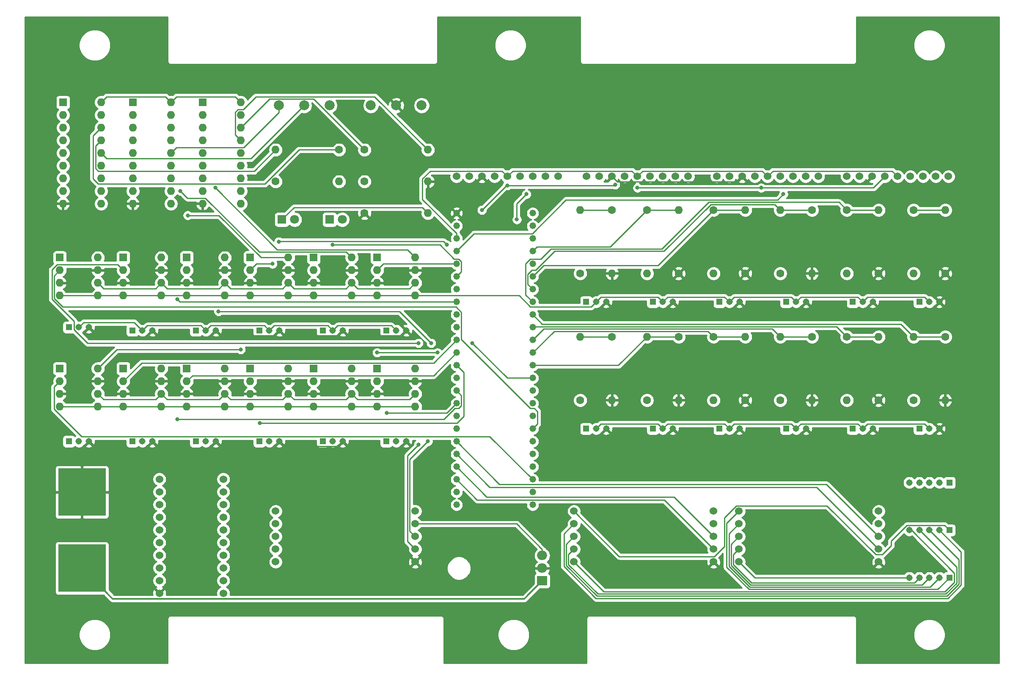
<source format=gtl>
%TF.GenerationSoftware,KiCad,Pcbnew,(5.1.10)-1*%
%TF.CreationDate,2021-07-09T21:45:07-04:00*%
%TF.ProjectId,CaelusPCB,4361656c-7573-4504-9342-2e6b69636164,v02*%
%TF.SameCoordinates,Original*%
%TF.FileFunction,Copper,L1,Top*%
%TF.FilePolarity,Positive*%
%FSLAX46Y46*%
G04 Gerber Fmt 4.6, Leading zero omitted, Abs format (unit mm)*
G04 Created by KiCad (PCBNEW (5.1.10)-1) date 2021-07-09 21:45:07*
%MOMM*%
%LPD*%
G01*
G04 APERTURE LIST*
%TA.AperFunction,ComponentPad*%
%ADD10C,1.524000*%
%TD*%
%TA.AperFunction,ComponentPad*%
%ADD11C,1.308000*%
%TD*%
%TA.AperFunction,ComponentPad*%
%ADD12R,1.308000X1.308000*%
%TD*%
%TA.AperFunction,ComponentPad*%
%ADD13O,1.600000X1.600000*%
%TD*%
%TA.AperFunction,ComponentPad*%
%ADD14C,1.600000*%
%TD*%
%TA.AperFunction,ComponentPad*%
%ADD15C,1.800000*%
%TD*%
%TA.AperFunction,ComponentPad*%
%ADD16R,1.800000X1.800000*%
%TD*%
%TA.AperFunction,ComponentPad*%
%ADD17C,1.320800*%
%TD*%
%TA.AperFunction,ComponentPad*%
%ADD18R,1.600000X1.600000*%
%TD*%
%TA.AperFunction,SMDPad,CuDef*%
%ADD19R,9.525000X9.525000*%
%TD*%
%TA.AperFunction,ComponentPad*%
%ADD20R,2.000000X1.905000*%
%TD*%
%TA.AperFunction,ComponentPad*%
%ADD21O,2.000000X1.905000*%
%TD*%
%TA.AperFunction,ComponentPad*%
%ADD22C,2.000000*%
%TD*%
%TA.AperFunction,ViaPad*%
%ADD23C,0.800000*%
%TD*%
%TA.AperFunction,Conductor*%
%ADD24C,0.250000*%
%TD*%
%TA.AperFunction,Conductor*%
%ADD25C,0.300000*%
%TD*%
%TA.AperFunction,Conductor*%
%ADD26C,0.254000*%
%TD*%
%TA.AperFunction,Conductor*%
%ADD27C,0.100000*%
%TD*%
G04 APERTURE END LIST*
D10*
%TO.P,U56,1*%
%TO.N,3.3*%
X75167020Y-114235820D03*
%TO.P,U56,2*%
%TO.N,61*%
X75167020Y-116775820D03*
%TO.P,U56,3*%
%TO.N,60*%
X75167020Y-119315820D03*
%TO.P,U56,4*%
%TO.N,Net-(U56-Pad4)*%
X75167020Y-121855820D03*
%TO.P,U56,5*%
%TO.N,Net-(U56-Pad5)*%
X75167020Y-124395820D03*
%TO.P,U56,6*%
%TO.N,Net-(U56-Pad6)*%
X75167020Y-126935820D03*
%TO.P,U56,7*%
%TO.N,Net-(U56-Pad7)*%
X75167020Y-129475820D03*
%TO.P,U56,8*%
%TO.N,Net-(U56-Pad8)*%
X75167020Y-132015820D03*
%TO.P,U56,9*%
%TO.N,Net-(U56-Pad9)*%
X75167020Y-134555820D03*
%TO.P,U56,10*%
%TO.N,GND1*%
X75167020Y-137095820D03*
%TO.P,U56,11*%
%TO.N,Net-(U56-Pad11)*%
X87967020Y-137095820D03*
%TO.P,U56,12*%
%TO.N,Net-(U56-Pad12)*%
X87967020Y-134555820D03*
%TO.P,U56,13*%
%TO.N,Net-(U56-Pad13)*%
X87967020Y-132015820D03*
%TO.P,U56,14*%
%TO.N,Net-(U56-Pad14)*%
X87967020Y-129475820D03*
%TO.P,U56,15*%
%TO.N,Net-(U56-Pad15)*%
X87967020Y-126935820D03*
%TO.P,U56,16*%
%TO.N,Net-(U56-Pad16)*%
X87967020Y-124395820D03*
%TO.P,U56,17*%
%TO.N,Net-(U56-Pad17)*%
X87967020Y-121855820D03*
%TO.P,U56,18*%
%TO.N,Net-(U56-Pad18)*%
X87967020Y-119315820D03*
%TO.P,U56,19*%
%TO.N,Net-(U56-Pad19)*%
X87967020Y-116775820D03*
%TO.P,U56,20*%
%TO.N,Net-(U56-Pad20)*%
X87967020Y-114235820D03*
%TD*%
D11*
%TO.P,J3,5*%
%TO.N,Net-(J3-Pad5)*%
X225222000Y-124460000D03*
%TO.P,J3,4*%
%TO.N,Net-(J3-Pad4)*%
X227228000Y-124460000D03*
%TO.P,J3,3*%
%TO.N,Net-(J3-Pad3)*%
X229235000Y-124460000D03*
%TO.P,J3,2*%
%TO.N,Net-(J3-Pad2)*%
X231242000Y-124460000D03*
D12*
%TO.P,J3,1*%
%TO.N,Net-(J3-Pad1)*%
X233248000Y-124460000D03*
%TD*%
D11*
%TO.P,J2,5*%
%TO.N,Net-(J2-Pad5)*%
X225222000Y-133985000D03*
%TO.P,J2,4*%
%TO.N,Net-(J2-Pad4)*%
X227228000Y-133985000D03*
%TO.P,J2,3*%
%TO.N,Net-(J2-Pad3)*%
X229235000Y-133985000D03*
%TO.P,J2,2*%
%TO.N,Net-(J2-Pad2)*%
X231242000Y-133985000D03*
D12*
%TO.P,J2,1*%
%TO.N,Net-(J2-Pad1)*%
X233248000Y-133985000D03*
%TD*%
D11*
%TO.P,J1,5*%
%TO.N,Net-(J1-Pad5)*%
X225222000Y-114935000D03*
%TO.P,J1,4*%
%TO.N,Net-(J1-Pad4)*%
X227228000Y-114935000D03*
%TO.P,J1,3*%
%TO.N,Net-(J1-Pad3)*%
X229235000Y-114935000D03*
%TO.P,J1,2*%
%TO.N,Net-(J1-Pad2)*%
X231242000Y-114935000D03*
D12*
%TO.P,J1,1*%
%TO.N,Net-(J1-Pad1)*%
X233248000Y-114935000D03*
%TD*%
D13*
%TO.P,R3,2*%
%TO.N,Net-(R3-Pad2)*%
X111125000Y-54610000D03*
D14*
%TO.P,R3,1*%
%TO.N,Net-(R3-Pad1)*%
X98425000Y-54610000D03*
%TD*%
D13*
%TO.P,R17,2*%
%TO.N,Net-(D1-Pad1)*%
X128905000Y-60960000D03*
D14*
%TO.P,R17,1*%
%TO.N,GND1*%
X116205000Y-60960000D03*
%TD*%
D13*
%TO.P,R10,2*%
%TO.N,GND1*%
X128905000Y-54610000D03*
D14*
%TO.P,R10,1*%
%TO.N,Net-(D2-Pad1)*%
X116205000Y-54610000D03*
%TD*%
D15*
%TO.P,D2,2*%
%TO.N,52*%
X111760000Y-62230000D03*
D16*
%TO.P,D2,1*%
%TO.N,Net-(D2-Pad1)*%
X109220000Y-62230000D03*
%TD*%
D15*
%TO.P,D1,2*%
%TO.N,+5V*%
X102235000Y-62230000D03*
D16*
%TO.P,D1,1*%
%TO.N,Net-(D1-Pad1)*%
X99695000Y-62230000D03*
%TD*%
D17*
%TO.P,U23,40*%
%TO.N,+5V*%
X149860000Y-60960000D03*
%TO.P,U23,41*%
%TO.N,Net-(U23-Pad41)*%
X149860000Y-63500000D03*
%TO.P,U23,42*%
%TO.N,Net-(U23-Pad42)*%
X149860000Y-66040000D03*
%TO.P,U23,23*%
%TO.N,Net-(R15-Pad1)*%
X149860000Y-68580000D03*
%TO.P,U23,22*%
%TO.N,Net-(R19-Pad2)*%
X149860000Y-71120000D03*
%TO.P,U23,21*%
%TO.N,Net-(R11-Pad1)*%
X149860000Y-73660000D03*
%TO.P,U23,20*%
%TO.N,Net-(R20-Pad2)*%
X149860000Y-76200000D03*
%TO.P,U23,19*%
%TO.N,Net-(R12-Pad1)*%
X149860000Y-78740000D03*
%TO.P,U23,18*%
%TO.N,Net-(R21-Pad2)*%
X149860000Y-81280000D03*
%TO.P,U23,17*%
%TO.N,Net-(R13-Pad1)*%
X149860000Y-83820000D03*
%TO.P,U23,16*%
%TO.N,Net-(R22-Pad2)*%
X149860000Y-86360000D03*
%TO.P,U23,15*%
%TO.N,Net-(R16-Pad1)*%
X149860000Y-88900000D03*
%TO.P,U23,14*%
%TO.N,Net-(R23-Pad2)*%
X149860000Y-91440000D03*
%TO.P,U23,13*%
%TO.N,8*%
X149860000Y-93980000D03*
%TO.P,U23,43*%
%TO.N,Net-(U23-Pad43)*%
X149860000Y-96520000D03*
%TO.P,U23,44*%
%TO.N,Net-(U23-Pad44)*%
X149860000Y-99060000D03*
%TO.P,U23,45*%
%TO.N,Net-(U23-Pad45)*%
X149860000Y-101600000D03*
%TO.P,U23,39*%
%TO.N,7*%
X149860000Y-104140000D03*
%TO.P,U23,38*%
%TO.N,Net-(R14-Pad1)*%
X149860000Y-106680000D03*
%TO.P,U23,37*%
%TO.N,Net-(R24-Pad2)*%
X149860000Y-109220000D03*
%TO.P,U23,36*%
%TO.N,55*%
X149860000Y-111760000D03*
%TO.P,U23,35*%
%TO.N,58*%
X149860000Y-114300000D03*
%TO.P,U23,34*%
%TO.N,51*%
X149860000Y-116840000D03*
%TO.P,U23,33*%
%TO.N,50*%
X149860000Y-119380000D03*
%TO.P,U23,46*%
%TO.N,GND1*%
X134620000Y-60960000D03*
%TO.P,U23,0*%
%TO.N,13*%
X134620000Y-63500000D03*
%TO.P,U23,1*%
%TO.N,14*%
X134620000Y-66040000D03*
%TO.P,U23,2*%
%TO.N,15*%
X134620000Y-68580000D03*
%TO.P,U23,3*%
%TO.N,3*%
X134620000Y-71120000D03*
%TO.P,U23,4*%
%TO.N,4*%
X134620000Y-73660000D03*
%TO.P,U23,5*%
%TO.N,5*%
X134620000Y-76200000D03*
%TO.P,U23,6*%
%TO.N,6*%
X134620000Y-78740000D03*
%TO.P,U23,7*%
%TO.N,61*%
X134620000Y-81280000D03*
%TO.P,U23,8*%
%TO.N,60*%
X134620000Y-83820000D03*
%TO.P,U23,9*%
%TO.N,9*%
X134620000Y-86360000D03*
%TO.P,U23,10*%
%TO.N,10*%
X134620000Y-88900000D03*
%TO.P,U23,11*%
%TO.N,11*%
X134620000Y-91440000D03*
%TO.P,U23,12*%
%TO.N,12*%
X134620000Y-93980000D03*
%TO.P,U23,47*%
%TO.N,3.3*%
X134620000Y-96520000D03*
%TO.P,U23,24*%
%TO.N,57*%
X134620000Y-99060000D03*
%TO.P,U23,25*%
%TO.N,16*%
X134620000Y-101600000D03*
%TO.P,U23,26*%
%TO.N,17*%
X134620000Y-104140000D03*
%TO.P,U23,27*%
%TO.N,18*%
X134620000Y-106680000D03*
%TO.P,U23,28*%
%TO.N,19*%
X134620000Y-109220000D03*
%TO.P,U23,29*%
%TO.N,20*%
X134620000Y-111760000D03*
%TO.P,U23,30*%
%TO.N,21*%
X134620000Y-114300000D03*
%TO.P,U23,31*%
%TO.N,2*%
X134620000Y-116840000D03*
%TO.P,U23,32*%
%TO.N,1*%
X134620000Y-119380000D03*
%TD*%
D12*
%TO.P,J27,1*%
%TO.N,Net-(J27-Pad1)*%
X160553000Y-104140000D03*
D11*
%TO.P,J27,2*%
%TO.N,+5V*%
X162560000Y-104140000D03*
%TO.P,J27,3*%
%TO.N,GND1*%
X164567000Y-104140000D03*
%TD*%
D12*
%TO.P,J26,1*%
%TO.N,Net-(J26-Pad1)*%
X173888000Y-104140000D03*
D11*
%TO.P,J26,2*%
%TO.N,+5V*%
X175895000Y-104140000D03*
%TO.P,J26,3*%
%TO.N,GND1*%
X177902000Y-104140000D03*
%TD*%
D12*
%TO.P,J25,1*%
%TO.N,Net-(J25-Pad1)*%
X200558000Y-104140000D03*
D11*
%TO.P,J25,2*%
%TO.N,+5V*%
X202565000Y-104140000D03*
%TO.P,J25,3*%
%TO.N,GND1*%
X204572000Y-104140000D03*
%TD*%
D12*
%TO.P,J24,1*%
%TO.N,Net-(J24-Pad1)*%
X227228000Y-104140000D03*
D11*
%TO.P,J24,2*%
%TO.N,+5V*%
X229235000Y-104140000D03*
%TO.P,J24,3*%
%TO.N,GND1*%
X231242000Y-104140000D03*
%TD*%
D12*
%TO.P,J23,1*%
%TO.N,Net-(J23-Pad1)*%
X200558000Y-78740000D03*
D11*
%TO.P,J23,2*%
%TO.N,+5V*%
X202565000Y-78740000D03*
%TO.P,J23,3*%
%TO.N,GND1*%
X204572000Y-78740000D03*
%TD*%
D12*
%TO.P,J22,1*%
%TO.N,Net-(J22-Pad1)*%
X160553000Y-78740000D03*
D11*
%TO.P,J22,2*%
%TO.N,+5V*%
X162560000Y-78740000D03*
%TO.P,J22,3*%
%TO.N,GND1*%
X164567000Y-78740000D03*
%TD*%
D12*
%TO.P,J21,1*%
%TO.N,Net-(J21-Pad1)*%
X227228000Y-78740000D03*
D11*
%TO.P,J21,2*%
%TO.N,+5V*%
X229235000Y-78740000D03*
%TO.P,J21,3*%
%TO.N,GND1*%
X231242000Y-78740000D03*
%TD*%
D12*
%TO.P,J20,1*%
%TO.N,Net-(J20-Pad1)*%
X187223000Y-104140000D03*
D11*
%TO.P,J20,2*%
%TO.N,+5V*%
X189230000Y-104140000D03*
%TO.P,J20,3*%
%TO.N,GND1*%
X191237000Y-104140000D03*
%TD*%
D12*
%TO.P,J19,1*%
%TO.N,Net-(J19-Pad1)*%
X213893000Y-104140000D03*
D11*
%TO.P,J19,2*%
%TO.N,+5V*%
X215900000Y-104140000D03*
%TO.P,J19,3*%
%TO.N,GND1*%
X217907000Y-104140000D03*
%TD*%
D12*
%TO.P,J18,1*%
%TO.N,Net-(J18-Pad1)*%
X213893000Y-78740000D03*
D11*
%TO.P,J18,2*%
%TO.N,+5V*%
X215900000Y-78740000D03*
%TO.P,J18,3*%
%TO.N,GND1*%
X217907000Y-78740000D03*
%TD*%
D12*
%TO.P,J17,1*%
%TO.N,Net-(J17-Pad1)*%
X187223000Y-78740000D03*
D11*
%TO.P,J17,2*%
%TO.N,+5V*%
X189230000Y-78740000D03*
%TO.P,J17,3*%
%TO.N,GND1*%
X191237000Y-78740000D03*
%TD*%
D12*
%TO.P,J16,1*%
%TO.N,Net-(J16-Pad1)*%
X173888000Y-78740000D03*
D11*
%TO.P,J16,2*%
%TO.N,+5V*%
X175895000Y-78740000D03*
%TO.P,J16,3*%
%TO.N,GND1*%
X177902000Y-78740000D03*
%TD*%
%TO.P,J15,3*%
%TO.N,GND1*%
X61062000Y-106680000D03*
%TO.P,J15,2*%
%TO.N,+5V*%
X59055000Y-106680000D03*
D12*
%TO.P,J15,1*%
%TO.N,54*%
X57048000Y-106680000D03*
%TD*%
D11*
%TO.P,J14,3*%
%TO.N,GND1*%
X124562000Y-106680000D03*
%TO.P,J14,2*%
%TO.N,+5V*%
X122555000Y-106680000D03*
D12*
%TO.P,J14,1*%
%TO.N,53*%
X120548000Y-106680000D03*
%TD*%
D11*
%TO.P,J13,3*%
%TO.N,GND1*%
X111862000Y-106680000D03*
%TO.P,J13,2*%
%TO.N,+5V*%
X109855000Y-106680000D03*
D12*
%TO.P,J13,1*%
%TO.N,49*%
X107848000Y-106680000D03*
%TD*%
D11*
%TO.P,J12,3*%
%TO.N,GND1*%
X99162000Y-106680000D03*
%TO.P,J12,2*%
%TO.N,+5V*%
X97155000Y-106680000D03*
D12*
%TO.P,J12,1*%
%TO.N,48*%
X95148000Y-106680000D03*
%TD*%
D11*
%TO.P,J11,3*%
%TO.N,GND1*%
X86462000Y-106680000D03*
%TO.P,J11,2*%
%TO.N,+5V*%
X84455000Y-106680000D03*
D12*
%TO.P,J11,1*%
%TO.N,47*%
X82448000Y-106680000D03*
%TD*%
D11*
%TO.P,J10,3*%
%TO.N,GND1*%
X73762000Y-106680000D03*
%TO.P,J10,2*%
%TO.N,+5V*%
X71755000Y-106680000D03*
D12*
%TO.P,J10,1*%
%TO.N,46*%
X69748000Y-106680000D03*
%TD*%
D11*
%TO.P,J9,3*%
%TO.N,GND1*%
X73762000Y-84455000D03*
%TO.P,J9,2*%
%TO.N,+5V*%
X71755000Y-84455000D03*
D12*
%TO.P,J9,1*%
%TO.N,45*%
X69748000Y-84455000D03*
%TD*%
D11*
%TO.P,J8,3*%
%TO.N,GND1*%
X61062000Y-83820000D03*
%TO.P,J8,2*%
%TO.N,+5V*%
X59055000Y-83820000D03*
D12*
%TO.P,J8,1*%
%TO.N,44*%
X57048000Y-83820000D03*
%TD*%
D11*
%TO.P,J7,3*%
%TO.N,GND1*%
X86462000Y-84455000D03*
%TO.P,J7,2*%
%TO.N,+5V*%
X84455000Y-84455000D03*
D12*
%TO.P,J7,1*%
%TO.N,43*%
X82448000Y-84455000D03*
%TD*%
D11*
%TO.P,J6,3*%
%TO.N,GND1*%
X99162000Y-84455000D03*
%TO.P,J6,2*%
%TO.N,+5V*%
X97155000Y-84455000D03*
D12*
%TO.P,J6,1*%
%TO.N,42*%
X95148000Y-84455000D03*
%TD*%
D11*
%TO.P,J5,3*%
%TO.N,GND1*%
X111862000Y-84455000D03*
%TO.P,J5,2*%
%TO.N,+5V*%
X109855000Y-84455000D03*
D12*
%TO.P,J5,1*%
%TO.N,41*%
X107848000Y-84455000D03*
%TD*%
D11*
%TO.P,J4,3*%
%TO.N,GND1*%
X124562000Y-84455000D03*
%TO.P,J4,2*%
%TO.N,+5V*%
X122555000Y-84455000D03*
D12*
%TO.P,J4,1*%
%TO.N,40*%
X120548000Y-84455000D03*
%TD*%
D10*
%TO.P,U1,1*%
%TO.N,+5V*%
X160655000Y-53594000D03*
%TO.P,U1,2*%
%TO.N,Net-(U1-Pad2)*%
X163195000Y-53594000D03*
%TO.P,U1,3*%
%TO.N,GND1*%
X165735000Y-53594000D03*
%TO.P,U1,4*%
%TO.N,1*%
X168275000Y-53594000D03*
%TO.P,U1,5*%
%TO.N,14*%
X170815000Y-53594000D03*
%TO.P,U1,6*%
%TO.N,13*%
X173355000Y-53594000D03*
%TO.P,U1,7*%
%TO.N,51*%
X175895000Y-53594000D03*
%TO.P,U1,8*%
%TO.N,Net-(U1-Pad8)*%
X178435000Y-53594000D03*
%TO.P,U1,9*%
%TO.N,Net-(U1-Pad9)*%
X180975000Y-53594000D03*
%TD*%
%TO.P,U18,9*%
%TO.N,Net-(U18-Pad9)*%
X207010000Y-53594000D03*
%TO.P,U18,8*%
%TO.N,Net-(U18-Pad8)*%
X204470000Y-53594000D03*
%TO.P,U18,7*%
%TO.N,15*%
X201930000Y-53594000D03*
%TO.P,U18,6*%
%TO.N,13*%
X199390000Y-53594000D03*
%TO.P,U18,5*%
%TO.N,14*%
X196850000Y-53594000D03*
%TO.P,U18,4*%
%TO.N,1*%
X194310000Y-53594000D03*
%TO.P,U18,3*%
%TO.N,GND1*%
X191770000Y-53594000D03*
%TO.P,U18,2*%
%TO.N,Net-(U18-Pad2)*%
X189230000Y-53594000D03*
%TO.P,U18,1*%
%TO.N,+5V*%
X186690000Y-53594000D03*
%TD*%
D13*
%TO.P,U22,8*%
%TO.N,36*%
X100965000Y-92075000D03*
%TO.P,U22,4*%
%TO.N,+5V*%
X93345000Y-99695000D03*
%TO.P,U22,7*%
%TO.N,GND1*%
X100965000Y-94615000D03*
%TO.P,U22,3*%
X93345000Y-97155000D03*
%TO.P,U22,6*%
%TO.N,52*%
X100965000Y-97155000D03*
%TO.P,U22,2*%
%TO.N,11*%
X93345000Y-94615000D03*
%TO.P,U22,5*%
%TO.N,+5V*%
X100965000Y-99695000D03*
D18*
%TO.P,U22,1*%
%TO.N,48*%
X93345000Y-92075000D03*
%TD*%
D10*
%TO.P,U15,1*%
%TO.N,+5V*%
X134620000Y-53594000D03*
%TO.P,U15,2*%
%TO.N,Net-(U15-Pad2)*%
X137160000Y-53594000D03*
%TO.P,U15,3*%
%TO.N,GND1*%
X139700000Y-53594000D03*
%TO.P,U15,4*%
%TO.N,1*%
X142240000Y-53594000D03*
%TO.P,U15,5*%
%TO.N,14*%
X144780000Y-53594000D03*
%TO.P,U15,6*%
%TO.N,13*%
X147320000Y-53594000D03*
%TO.P,U15,7*%
%TO.N,50*%
X149860000Y-53594000D03*
%TO.P,U15,8*%
%TO.N,Net-(U15-Pad8)*%
X152400000Y-53594000D03*
%TO.P,U15,9*%
%TO.N,Net-(U15-Pad9)*%
X154940000Y-53594000D03*
%TD*%
D18*
%TO.P,U58,1*%
%TO.N,47*%
X80645000Y-92075000D03*
D13*
%TO.P,U58,5*%
%TO.N,+5V*%
X88265000Y-99695000D03*
%TO.P,U58,2*%
%TO.N,10*%
X80645000Y-94615000D03*
%TO.P,U58,6*%
%TO.N,52*%
X88265000Y-97155000D03*
%TO.P,U58,3*%
%TO.N,GND1*%
X80645000Y-97155000D03*
%TO.P,U58,7*%
X88265000Y-94615000D03*
%TO.P,U58,4*%
%TO.N,+5V*%
X80645000Y-99695000D03*
%TO.P,U58,8*%
%TO.N,35*%
X88265000Y-92075000D03*
%TD*%
D10*
%TO.P,U33,9*%
%TO.N,Net-(U33-Pad9)*%
X233045000Y-53594000D03*
%TO.P,U33,8*%
%TO.N,Net-(U33-Pad8)*%
X230505000Y-53594000D03*
%TO.P,U33,7*%
%TO.N,2*%
X227965000Y-53594000D03*
%TO.P,U33,6*%
%TO.N,13*%
X225425000Y-53594000D03*
%TO.P,U33,5*%
%TO.N,14*%
X222885000Y-53594000D03*
%TO.P,U33,4*%
%TO.N,1*%
X220345000Y-53594000D03*
%TO.P,U33,3*%
%TO.N,GND1*%
X217805000Y-53594000D03*
%TO.P,U33,2*%
%TO.N,Net-(U33-Pad2)*%
X215265000Y-53594000D03*
%TO.P,U33,1*%
%TO.N,+5V*%
X212725000Y-53594000D03*
%TD*%
D18*
%TO.P,U54,1*%
%TO.N,46*%
X67945000Y-92075000D03*
D13*
%TO.P,U54,5*%
%TO.N,+5V*%
X75565000Y-99695000D03*
%TO.P,U54,2*%
%TO.N,9*%
X67945000Y-94615000D03*
%TO.P,U54,6*%
%TO.N,52*%
X75565000Y-97155000D03*
%TO.P,U54,3*%
%TO.N,GND1*%
X67945000Y-97155000D03*
%TO.P,U54,7*%
X75565000Y-94615000D03*
%TO.P,U54,4*%
%TO.N,+5V*%
X67945000Y-99695000D03*
%TO.P,U54,8*%
%TO.N,34*%
X75565000Y-92075000D03*
%TD*%
D10*
%TO.P,U46,2*%
%TO.N,Net-(J3-Pad2)*%
X158115000Y-123190000D03*
%TO.P,U46,3*%
%TO.N,Net-(J3-Pad3)*%
X158115000Y-125730000D03*
%TO.P,U46,4*%
%TO.N,Net-(J3-Pad4)*%
X158115000Y-128270000D03*
%TO.P,U46,5*%
%TO.N,Net-(J3-Pad5)*%
X158105000Y-130810000D03*
%TO.P,U46,1*%
%TO.N,Net-(J3-Pad1)*%
X158115000Y-120650000D03*
%TO.P,U46,10*%
%TO.N,+5V*%
X186055000Y-120650000D03*
%TO.P,U46,9*%
X186055000Y-123190000D03*
%TO.P,U46,8*%
%TO.N,20*%
X186055000Y-125730000D03*
%TO.P,U46,7*%
%TO.N,21*%
X186055000Y-128270000D03*
%TO.P,U46,6*%
%TO.N,GND1*%
X186055000Y-130810000D03*
%TD*%
D19*
%TO.P,BT1,1*%
%TO.N,Net-(BT1-Pad1)*%
X59690000Y-132080000D03*
%TO.P,BT1,2*%
%TO.N,GND1*%
X59690000Y-116840000D03*
%TD*%
D13*
%TO.P,R1,2*%
%TO.N,Net-(R1-Pad2)*%
X128905000Y-48260000D03*
D14*
%TO.P,R1,1*%
%TO.N,Net-(R1-Pad1)*%
X116205000Y-48260000D03*
%TD*%
%TO.P,R2,1*%
%TO.N,Net-(R2-Pad1)*%
X111125000Y-48260000D03*
D13*
%TO.P,R2,2*%
%TO.N,Net-(R2-Pad2)*%
X98425000Y-48260000D03*
%TD*%
%TO.P,R4,2*%
%TO.N,Net-(R12-Pad1)*%
X219075000Y-60325000D03*
D14*
%TO.P,R4,1*%
%TO.N,GND1*%
X219075000Y-73025000D03*
%TD*%
D13*
%TO.P,R5,2*%
%TO.N,Net-(R13-Pad1)*%
X219075000Y-85725000D03*
D14*
%TO.P,R5,1*%
%TO.N,GND1*%
X219075000Y-98425000D03*
%TD*%
%TO.P,R6,1*%
%TO.N,GND1*%
X179070000Y-73025000D03*
D13*
%TO.P,R6,2*%
%TO.N,Net-(R15-Pad1)*%
X179070000Y-60325000D03*
%TD*%
%TO.P,R7,2*%
%TO.N,Net-(R11-Pad1)*%
X192405000Y-60325000D03*
D14*
%TO.P,R7,1*%
%TO.N,GND1*%
X192405000Y-73025000D03*
%TD*%
D13*
%TO.P,R8,2*%
%TO.N,Net-(R14-Pad1)*%
X232410000Y-60325000D03*
D14*
%TO.P,R8,1*%
%TO.N,GND1*%
X232410000Y-73025000D03*
%TD*%
%TO.P,R9,1*%
%TO.N,GND1*%
X192405000Y-98425000D03*
D13*
%TO.P,R9,2*%
%TO.N,Net-(R16-Pad1)*%
X192405000Y-85725000D03*
%TD*%
D14*
%TO.P,R11,1*%
%TO.N,Net-(R11-Pad1)*%
X186055000Y-60325000D03*
D13*
%TO.P,R11,2*%
%TO.N,Net-(J17-Pad1)*%
X186055000Y-73025000D03*
%TD*%
D14*
%TO.P,R12,1*%
%TO.N,Net-(R12-Pad1)*%
X212725000Y-60325000D03*
D13*
%TO.P,R12,2*%
%TO.N,Net-(J18-Pad1)*%
X212725000Y-73025000D03*
%TD*%
D14*
%TO.P,R13,1*%
%TO.N,Net-(R13-Pad1)*%
X212725000Y-85725000D03*
D13*
%TO.P,R13,2*%
%TO.N,Net-(J19-Pad1)*%
X212725000Y-98425000D03*
%TD*%
D14*
%TO.P,R14,1*%
%TO.N,Net-(R14-Pad1)*%
X226060000Y-60325000D03*
D13*
%TO.P,R14,2*%
%TO.N,Net-(J21-Pad1)*%
X226060000Y-73025000D03*
%TD*%
%TO.P,R15,2*%
%TO.N,Net-(J16-Pad1)*%
X172720000Y-73025000D03*
D14*
%TO.P,R15,1*%
%TO.N,Net-(R15-Pad1)*%
X172720000Y-60325000D03*
%TD*%
D13*
%TO.P,R16,2*%
%TO.N,Net-(J20-Pad1)*%
X186055000Y-98425000D03*
D14*
%TO.P,R16,1*%
%TO.N,Net-(R16-Pad1)*%
X186055000Y-85725000D03*
%TD*%
%TO.P,R19,1*%
%TO.N,Net-(J22-Pad1)*%
X159385000Y-73025000D03*
D13*
%TO.P,R19,2*%
%TO.N,Net-(R19-Pad2)*%
X159385000Y-60325000D03*
%TD*%
%TO.P,R20,2*%
%TO.N,Net-(R20-Pad2)*%
X199390000Y-60325000D03*
D14*
%TO.P,R20,1*%
%TO.N,Net-(J23-Pad1)*%
X199390000Y-73025000D03*
%TD*%
D13*
%TO.P,R21,2*%
%TO.N,Net-(R21-Pad2)*%
X226060000Y-85725000D03*
D14*
%TO.P,R21,1*%
%TO.N,Net-(J24-Pad1)*%
X226060000Y-98425000D03*
%TD*%
D13*
%TO.P,R22,2*%
%TO.N,Net-(R22-Pad2)*%
X199390000Y-85725000D03*
D14*
%TO.P,R22,1*%
%TO.N,Net-(J25-Pad1)*%
X199390000Y-98425000D03*
%TD*%
%TO.P,R23,1*%
%TO.N,Net-(J26-Pad1)*%
X172720000Y-98425000D03*
D13*
%TO.P,R23,2*%
%TO.N,Net-(R23-Pad2)*%
X172720000Y-85725000D03*
%TD*%
D14*
%TO.P,R24,1*%
%TO.N,Net-(J27-Pad1)*%
X159385000Y-98425000D03*
D13*
%TO.P,R24,2*%
%TO.N,Net-(R24-Pad2)*%
X159385000Y-85725000D03*
%TD*%
%TO.P,R26,2*%
%TO.N,GND1*%
X165735000Y-73025000D03*
D14*
%TO.P,R26,1*%
%TO.N,Net-(R19-Pad2)*%
X165735000Y-60325000D03*
%TD*%
%TO.P,R27,1*%
%TO.N,Net-(R20-Pad2)*%
X205740000Y-60325000D03*
D13*
%TO.P,R27,2*%
%TO.N,GND1*%
X205740000Y-73025000D03*
%TD*%
D14*
%TO.P,R28,1*%
%TO.N,Net-(R21-Pad2)*%
X232410000Y-85725000D03*
D13*
%TO.P,R28,2*%
%TO.N,GND1*%
X232410000Y-98425000D03*
%TD*%
%TO.P,R29,2*%
%TO.N,GND1*%
X205740000Y-98425000D03*
D14*
%TO.P,R29,1*%
%TO.N,Net-(R22-Pad2)*%
X205740000Y-85725000D03*
%TD*%
D13*
%TO.P,R30,2*%
%TO.N,GND1*%
X179070000Y-98425000D03*
D14*
%TO.P,R30,1*%
%TO.N,Net-(R23-Pad2)*%
X179070000Y-85725000D03*
%TD*%
D13*
%TO.P,R31,2*%
%TO.N,GND1*%
X165735000Y-98425000D03*
D14*
%TO.P,R31,1*%
%TO.N,Net-(R24-Pad2)*%
X165735000Y-85725000D03*
%TD*%
D20*
%TO.P,U3,1*%
%TO.N,Net-(BT1-Pad1)*%
X151765000Y-134620000D03*
D21*
%TO.P,U3,2*%
%TO.N,GND1*%
X151765000Y-132080000D03*
%TO.P,U3,3*%
%TO.N,+5V*%
X151765000Y-129540000D03*
%TD*%
D22*
%TO.P,U16,1*%
%TO.N,52*%
X117475000Y-39370000D03*
%TO.P,U16,2*%
%TO.N,GND1*%
X122555000Y-39370000D03*
%TO.P,U16,3*%
%TO.N,Net-(U16-Pad3)*%
X127635000Y-39370000D03*
%TD*%
%TO.P,U17,3*%
%TO.N,27*%
X109220000Y-39370000D03*
%TO.P,U17,2*%
%TO.N,26*%
X104140000Y-39370000D03*
%TO.P,U17,1*%
%TO.N,25*%
X99060000Y-39370000D03*
%TD*%
D18*
%TO.P,U19,1*%
%TO.N,Net-(U19-Pad1)*%
X83820000Y-38735000D03*
D13*
%TO.P,U19,10*%
%TO.N,39*%
X91440000Y-59055000D03*
%TO.P,U19,2*%
%TO.N,Net-(U19-Pad2)*%
X83820000Y-41275000D03*
%TO.P,U19,11*%
%TO.N,38*%
X91440000Y-56515000D03*
%TO.P,U19,3*%
%TO.N,Net-(U19-Pad3)*%
X83820000Y-43815000D03*
%TO.P,U19,12*%
%TO.N,37*%
X91440000Y-53975000D03*
%TO.P,U19,4*%
%TO.N,Net-(U19-Pad4)*%
X83820000Y-46355000D03*
%TO.P,U19,13*%
%TO.N,36*%
X91440000Y-51435000D03*
%TO.P,U19,5*%
%TO.N,Net-(U19-Pad5)*%
X83820000Y-48895000D03*
%TO.P,U19,14*%
%TO.N,27*%
X91440000Y-48895000D03*
%TO.P,U19,6*%
%TO.N,Net-(U19-Pad6)*%
X83820000Y-51435000D03*
%TO.P,U19,15*%
%TO.N,Net-(R1-Pad2)*%
X91440000Y-46355000D03*
%TO.P,U19,7*%
%TO.N,Net-(U19-Pad7)*%
X83820000Y-53975000D03*
%TO.P,U19,16*%
%TO.N,Net-(R1-Pad1)*%
X91440000Y-43815000D03*
%TO.P,U19,8*%
%TO.N,Net-(U19-Pad8)*%
X83820000Y-56515000D03*
%TO.P,U19,17*%
%TO.N,Net-(U19-Pad17)*%
X91440000Y-41275000D03*
%TO.P,U19,9*%
%TO.N,GND1*%
X83820000Y-59055000D03*
%TO.P,U19,18*%
%TO.N,+5V*%
X91440000Y-38735000D03*
%TD*%
D18*
%TO.P,U20,1*%
%TO.N,40*%
X118745000Y-69850000D03*
D13*
%TO.P,U20,5*%
%TO.N,+5V*%
X126365000Y-77470000D03*
%TO.P,U20,2*%
%TO.N,3*%
X118745000Y-72390000D03*
%TO.P,U20,6*%
%TO.N,52*%
X126365000Y-74930000D03*
%TO.P,U20,3*%
%TO.N,GND1*%
X118745000Y-74930000D03*
%TO.P,U20,7*%
X126365000Y-72390000D03*
%TO.P,U20,4*%
%TO.N,+5V*%
X118745000Y-77470000D03*
%TO.P,U20,8*%
%TO.N,28*%
X126365000Y-69850000D03*
%TD*%
%TO.P,U21,8*%
%TO.N,31*%
X88265000Y-69850000D03*
%TO.P,U21,4*%
%TO.N,+5V*%
X80645000Y-77470000D03*
%TO.P,U21,7*%
%TO.N,GND1*%
X88265000Y-72390000D03*
%TO.P,U21,3*%
X80645000Y-74930000D03*
%TO.P,U21,6*%
%TO.N,52*%
X88265000Y-74930000D03*
%TO.P,U21,2*%
%TO.N,6*%
X80645000Y-72390000D03*
%TO.P,U21,5*%
%TO.N,+5V*%
X88265000Y-77470000D03*
D18*
%TO.P,U21,1*%
%TO.N,43*%
X80645000Y-69850000D03*
%TD*%
D10*
%TO.P,U25,2*%
%TO.N,Net-(J1-Pad2)*%
X98425000Y-123190000D03*
%TO.P,U25,3*%
%TO.N,Net-(J1-Pad3)*%
X98425000Y-125730000D03*
%TO.P,U25,4*%
%TO.N,Net-(J1-Pad4)*%
X98425000Y-128270000D03*
%TO.P,U25,5*%
%TO.N,Net-(J1-Pad5)*%
X98415000Y-130810000D03*
%TO.P,U25,1*%
%TO.N,Net-(J1-Pad1)*%
X98425000Y-120650000D03*
%TO.P,U25,10*%
%TO.N,+5V*%
X126365000Y-120650000D03*
%TO.P,U25,9*%
X126365000Y-123190000D03*
%TO.P,U25,8*%
%TO.N,16*%
X126365000Y-125730000D03*
%TO.P,U25,7*%
%TO.N,17*%
X126365000Y-128270000D03*
%TO.P,U25,6*%
%TO.N,GND1*%
X126365000Y-130810000D03*
%TD*%
D18*
%TO.P,U34,1*%
%TO.N,Net-(U34-Pad1)*%
X55880000Y-38735000D03*
D13*
%TO.P,U34,10*%
%TO.N,35*%
X63500000Y-59055000D03*
%TO.P,U34,2*%
%TO.N,Net-(U34-Pad2)*%
X55880000Y-41275000D03*
%TO.P,U34,11*%
%TO.N,34*%
X63500000Y-56515000D03*
%TO.P,U34,3*%
%TO.N,Net-(U34-Pad3)*%
X55880000Y-43815000D03*
%TO.P,U34,12*%
%TO.N,33*%
X63500000Y-53975000D03*
%TO.P,U34,4*%
%TO.N,Net-(U34-Pad4)*%
X55880000Y-46355000D03*
%TO.P,U34,13*%
%TO.N,32*%
X63500000Y-51435000D03*
%TO.P,U34,5*%
%TO.N,Net-(U34-Pad5)*%
X55880000Y-48895000D03*
%TO.P,U34,14*%
%TO.N,26*%
X63500000Y-48895000D03*
%TO.P,U34,6*%
%TO.N,Net-(U34-Pad6)*%
X55880000Y-51435000D03*
%TO.P,U34,15*%
%TO.N,Net-(R2-Pad2)*%
X63500000Y-46355000D03*
%TO.P,U34,7*%
%TO.N,Net-(U34-Pad7)*%
X55880000Y-53975000D03*
%TO.P,U34,16*%
%TO.N,Net-(R2-Pad1)*%
X63500000Y-43815000D03*
%TO.P,U34,8*%
%TO.N,Net-(U34-Pad8)*%
X55880000Y-56515000D03*
%TO.P,U34,17*%
%TO.N,Net-(U34-Pad17)*%
X63500000Y-41275000D03*
%TO.P,U34,9*%
%TO.N,GND1*%
X55880000Y-59055000D03*
%TO.P,U34,18*%
%TO.N,+5V*%
X63500000Y-38735000D03*
%TD*%
D10*
%TO.P,U36,6*%
%TO.N,GND1*%
X219075000Y-130810000D03*
%TO.P,U36,7*%
%TO.N,19*%
X219075000Y-128270000D03*
%TO.P,U36,8*%
%TO.N,18*%
X219075000Y-125730000D03*
%TO.P,U36,9*%
%TO.N,+5V*%
X219075000Y-123190000D03*
%TO.P,U36,10*%
X219075000Y-120650000D03*
%TO.P,U36,1*%
%TO.N,Net-(J2-Pad1)*%
X191135000Y-120650000D03*
%TO.P,U36,5*%
%TO.N,Net-(J2-Pad5)*%
X191125000Y-130810000D03*
%TO.P,U36,4*%
%TO.N,Net-(J2-Pad4)*%
X191135000Y-128270000D03*
%TO.P,U36,3*%
%TO.N,Net-(J2-Pad3)*%
X191135000Y-125730000D03*
%TO.P,U36,2*%
%TO.N,Net-(J2-Pad2)*%
X191135000Y-123190000D03*
%TD*%
D13*
%TO.P,U44,8*%
%TO.N,29*%
X113665000Y-69850000D03*
%TO.P,U44,4*%
%TO.N,+5V*%
X106045000Y-77470000D03*
%TO.P,U44,7*%
%TO.N,GND1*%
X113665000Y-72390000D03*
%TO.P,U44,3*%
X106045000Y-74930000D03*
%TO.P,U44,6*%
%TO.N,52*%
X113665000Y-74930000D03*
%TO.P,U44,2*%
%TO.N,4*%
X106045000Y-72390000D03*
%TO.P,U44,5*%
%TO.N,+5V*%
X113665000Y-77470000D03*
D18*
%TO.P,U44,1*%
%TO.N,41*%
X106045000Y-69850000D03*
%TD*%
%TO.P,U48,1*%
%TO.N,44*%
X55245000Y-69850000D03*
D13*
%TO.P,U48,5*%
%TO.N,+5V*%
X62865000Y-77470000D03*
%TO.P,U48,2*%
%TO.N,7*%
X55245000Y-72390000D03*
%TO.P,U48,6*%
%TO.N,52*%
X62865000Y-74930000D03*
%TO.P,U48,3*%
%TO.N,GND1*%
X55245000Y-74930000D03*
%TO.P,U48,7*%
X62865000Y-72390000D03*
%TO.P,U48,4*%
%TO.N,+5V*%
X55245000Y-77470000D03*
%TO.P,U48,8*%
%TO.N,32*%
X62865000Y-69850000D03*
%TD*%
D18*
%TO.P,U49,1*%
%TO.N,49*%
X106045000Y-92075000D03*
D13*
%TO.P,U49,5*%
%TO.N,+5V*%
X113665000Y-99695000D03*
%TO.P,U49,2*%
%TO.N,12*%
X106045000Y-94615000D03*
%TO.P,U49,6*%
%TO.N,52*%
X113665000Y-97155000D03*
%TO.P,U49,3*%
%TO.N,GND1*%
X106045000Y-97155000D03*
%TO.P,U49,7*%
X113665000Y-94615000D03*
%TO.P,U49,4*%
%TO.N,+5V*%
X106045000Y-99695000D03*
%TO.P,U49,8*%
%TO.N,37*%
X113665000Y-92075000D03*
%TD*%
%TO.P,U50,18*%
%TO.N,+5V*%
X77470000Y-38735000D03*
%TO.P,U50,9*%
%TO.N,GND1*%
X69850000Y-59055000D03*
%TO.P,U50,17*%
%TO.N,Net-(U50-Pad17)*%
X77470000Y-41275000D03*
%TO.P,U50,8*%
%TO.N,Net-(U50-Pad8)*%
X69850000Y-56515000D03*
%TO.P,U50,16*%
%TO.N,Net-(R3-Pad1)*%
X77470000Y-43815000D03*
%TO.P,U50,7*%
%TO.N,Net-(U50-Pad7)*%
X69850000Y-53975000D03*
%TO.P,U50,15*%
%TO.N,Net-(R3-Pad2)*%
X77470000Y-46355000D03*
%TO.P,U50,6*%
%TO.N,Net-(U50-Pad6)*%
X69850000Y-51435000D03*
%TO.P,U50,14*%
%TO.N,25*%
X77470000Y-48895000D03*
%TO.P,U50,5*%
%TO.N,Net-(U50-Pad5)*%
X69850000Y-48895000D03*
%TO.P,U50,13*%
%TO.N,28*%
X77470000Y-51435000D03*
%TO.P,U50,4*%
%TO.N,Net-(U50-Pad4)*%
X69850000Y-46355000D03*
%TO.P,U50,12*%
%TO.N,29*%
X77470000Y-53975000D03*
%TO.P,U50,3*%
%TO.N,Net-(U50-Pad3)*%
X69850000Y-43815000D03*
%TO.P,U50,11*%
%TO.N,30*%
X77470000Y-56515000D03*
%TO.P,U50,2*%
%TO.N,Net-(U50-Pad2)*%
X69850000Y-41275000D03*
%TO.P,U50,10*%
%TO.N,31*%
X77470000Y-59055000D03*
D18*
%TO.P,U50,1*%
%TO.N,Net-(U50-Pad1)*%
X69850000Y-38735000D03*
%TD*%
%TO.P,U51,1*%
%TO.N,42*%
X93345000Y-69850000D03*
D13*
%TO.P,U51,5*%
%TO.N,+5V*%
X100965000Y-77470000D03*
%TO.P,U51,2*%
%TO.N,5*%
X93345000Y-72390000D03*
%TO.P,U51,6*%
%TO.N,52*%
X100965000Y-74930000D03*
%TO.P,U51,3*%
%TO.N,GND1*%
X93345000Y-74930000D03*
%TO.P,U51,7*%
X100965000Y-72390000D03*
%TO.P,U51,4*%
%TO.N,+5V*%
X93345000Y-77470000D03*
%TO.P,U51,8*%
%TO.N,30*%
X100965000Y-69850000D03*
%TD*%
%TO.P,U52,8*%
%TO.N,33*%
X75565000Y-69850000D03*
%TO.P,U52,4*%
%TO.N,+5V*%
X67945000Y-77470000D03*
%TO.P,U52,7*%
%TO.N,GND1*%
X75565000Y-72390000D03*
%TO.P,U52,3*%
X67945000Y-74930000D03*
%TO.P,U52,6*%
%TO.N,52*%
X75565000Y-74930000D03*
%TO.P,U52,2*%
%TO.N,8*%
X67945000Y-72390000D03*
%TO.P,U52,5*%
%TO.N,+5V*%
X75565000Y-77470000D03*
D18*
%TO.P,U52,1*%
%TO.N,45*%
X67945000Y-69850000D03*
%TD*%
D13*
%TO.P,U53,8*%
%TO.N,38*%
X126365000Y-92075000D03*
%TO.P,U53,4*%
%TO.N,+5V*%
X118745000Y-99695000D03*
%TO.P,U53,7*%
%TO.N,GND1*%
X126365000Y-94615000D03*
%TO.P,U53,3*%
X118745000Y-97155000D03*
%TO.P,U53,6*%
%TO.N,52*%
X126365000Y-97155000D03*
%TO.P,U53,2*%
%TO.N,57*%
X118745000Y-94615000D03*
%TO.P,U53,5*%
%TO.N,+5V*%
X126365000Y-99695000D03*
D18*
%TO.P,U53,1*%
%TO.N,53*%
X118745000Y-92075000D03*
%TD*%
D13*
%TO.P,U55,8*%
%TO.N,39*%
X62865000Y-92075000D03*
%TO.P,U55,4*%
%TO.N,+5V*%
X55245000Y-99695000D03*
%TO.P,U55,7*%
%TO.N,GND1*%
X62865000Y-94615000D03*
%TO.P,U55,3*%
X55245000Y-97155000D03*
%TO.P,U55,6*%
%TO.N,52*%
X62865000Y-97155000D03*
%TO.P,U55,2*%
%TO.N,58*%
X55245000Y-94615000D03*
%TO.P,U55,5*%
%TO.N,+5V*%
X62865000Y-99695000D03*
D18*
%TO.P,U55,1*%
%TO.N,54*%
X55245000Y-92075000D03*
%TD*%
D23*
%TO.N,1*%
X195580000Y-55880000D03*
X144780000Y-55406001D03*
X166368607Y-55246739D03*
X139700000Y-60325000D03*
X170815000Y-55880000D03*
%TO.N,50*%
X146685000Y-62230000D03*
X148590000Y-57150000D03*
%TO.N,15*%
X200025000Y-57150000D03*
%TO.N,38*%
X129540000Y-86995000D03*
X86995000Y-80645000D03*
%TO.N,39*%
X91440000Y-88265000D03*
%TO.N,28*%
X86360000Y-55880000D03*
%TO.N,6*%
X78740000Y-78195000D03*
%TO.N,11*%
X95250000Y-102960000D03*
%TO.N,8*%
X137795000Y-86995000D03*
X127000000Y-86995000D03*
%TO.N,4*%
X109855000Y-67310000D03*
%TO.N,5*%
X132715000Y-67310000D03*
X99060000Y-66675000D03*
X97790000Y-71120000D03*
%TO.N,12*%
X118727346Y-88882346D03*
X130810000Y-88900000D03*
%TO.N,3.3*%
X78740000Y-102235000D03*
%TO.N,57*%
X120650000Y-100965000D03*
%TO.N,16*%
X128905000Y-106680000D03*
%TO.N,17*%
X127000000Y-107315000D03*
%TO.N,29*%
X79375000Y-56515000D03*
%TO.N,30*%
X80840153Y-61399847D03*
%TD*%
D24*
%TO.N,GND1*%
X180195001Y-71899999D02*
X179070000Y-73025000D01*
X192405000Y-73025000D02*
X191279999Y-71899999D01*
X111862000Y-106680000D02*
X112841001Y-107659001D01*
X100141001Y-107659001D02*
X110882999Y-107659001D01*
X110882999Y-107659001D02*
X111862000Y-106680000D01*
X99162000Y-106680000D02*
X100141001Y-107659001D01*
X87441001Y-107659001D02*
X86462000Y-106680000D01*
X86462000Y-106680000D02*
X85482999Y-107659001D01*
X62865000Y-94615000D02*
X65405000Y-94615000D01*
X112841001Y-85434001D02*
X111862000Y-84455000D01*
X123582999Y-85434001D02*
X112841001Y-85434001D01*
X124562000Y-84455000D02*
X123582999Y-85434001D01*
X100141001Y-85434001D02*
X99162000Y-84455000D01*
X110882999Y-85434001D02*
X100141001Y-85434001D01*
X111862000Y-84455000D02*
X110882999Y-85434001D01*
X87441001Y-85434001D02*
X86462000Y-84455000D01*
X98182999Y-85434001D02*
X87441001Y-85434001D01*
X99162000Y-84455000D02*
X98182999Y-85434001D01*
X86462000Y-84455000D02*
X85482999Y-85434001D01*
X73762000Y-84455000D02*
X72782999Y-85434001D01*
X165735000Y-53594000D02*
X166822001Y-54681001D01*
X190682999Y-54681001D02*
X191770000Y-53594000D01*
X166822001Y-54681001D02*
X190682999Y-54681001D01*
D25*
%TO.N,Net-(BT1-Pad1)*%
X148177179Y-138207821D02*
X151765000Y-134620000D01*
X65817821Y-138207821D02*
X148177179Y-138207821D01*
X59690000Y-132080000D02*
X65817821Y-138207821D01*
D24*
%TO.N,Net-(J2-Pad1)*%
X188687969Y-123097031D02*
X191135000Y-120650000D01*
X188687969Y-131890961D02*
X188687969Y-123097031D01*
X193111036Y-136314028D02*
X188687969Y-131890961D01*
X230918972Y-136314028D02*
X193111036Y-136314028D01*
X233248000Y-133985000D02*
X230918972Y-136314028D01*
%TO.N,Net-(J2-Pad2)*%
X189137979Y-125187021D02*
X191135000Y-123190000D01*
X189137979Y-131704561D02*
X189137979Y-125187021D01*
X193297437Y-135864019D02*
X189137979Y-131704561D01*
X229362981Y-135864019D02*
X193297437Y-135864019D01*
X231242000Y-133985000D02*
X229362981Y-135864019D01*
%TO.N,Net-(J2-Pad3)*%
X189587989Y-127277011D02*
X191135000Y-125730000D01*
X193483838Y-135414010D02*
X189587989Y-131518161D01*
X227805989Y-135414011D02*
X193483838Y-135414010D01*
X189587989Y-131518161D02*
X189587989Y-127277011D01*
X229235000Y-133985000D02*
X227805989Y-135414011D01*
%TO.N,Net-(J2-Pad4)*%
X190037999Y-129367001D02*
X191135000Y-128270000D01*
X190037999Y-131331761D02*
X190037999Y-129367001D01*
X193670239Y-134964001D02*
X190037999Y-131331761D01*
X226248999Y-134964001D02*
X193670239Y-134964001D01*
X227228000Y-133985000D02*
X226248999Y-134964001D01*
%TO.N,Net-(J2-Pad5)*%
X194300000Y-133985000D02*
X191125000Y-130810000D01*
X225222000Y-133985000D02*
X194300000Y-133985000D01*
%TO.N,Net-(J3-Pad1)*%
X208759237Y-119562999D02*
X218553239Y-129357001D01*
X190613239Y-119562999D02*
X208759237Y-119562999D01*
X188237959Y-121938279D02*
X190613239Y-119562999D01*
X219815919Y-129357001D02*
X221615000Y-127557920D01*
X188237959Y-127695803D02*
X188237959Y-121938279D01*
X186210763Y-129722999D02*
X188237959Y-127695803D01*
X167187999Y-129722999D02*
X186210763Y-129722999D01*
X218553239Y-129357001D02*
X219815919Y-129357001D01*
X158115000Y-120650000D02*
X167187999Y-129722999D01*
X224752079Y-123480999D02*
X232268999Y-123480999D01*
X232268999Y-123480999D02*
X233248000Y-124460000D01*
X221615000Y-126618078D02*
X224752079Y-123480999D01*
X221615000Y-127557920D02*
X221615000Y-126618078D01*
%TO.N,Net-(J3-Pad2)*%
X156117979Y-125187021D02*
X158115000Y-123190000D01*
X162527484Y-138114066D02*
X156117979Y-131704561D01*
X232921163Y-138114067D02*
X162527484Y-138114066D01*
X235577028Y-135458204D02*
X232921163Y-138114067D01*
X235577029Y-128795029D02*
X235577028Y-135458204D01*
X156117979Y-131704561D02*
X156117979Y-125187021D01*
X231242000Y-124460000D02*
X235577029Y-128795029D01*
%TO.N,Net-(J3-Pad3)*%
X156567989Y-131518161D02*
X156567989Y-127277011D01*
X162713885Y-137664057D02*
X156567989Y-131518161D01*
X232734764Y-137664058D02*
X162713885Y-137664057D01*
X156567989Y-127277011D02*
X158115000Y-125730000D01*
X235127019Y-135271803D02*
X232734764Y-137664058D01*
X235127019Y-130352019D02*
X235127019Y-135271803D01*
X229235000Y-124460000D02*
X235127019Y-130352019D01*
%TO.N,Net-(J3-Pad4)*%
X157017999Y-131331761D02*
X157017999Y-129367001D01*
X162900286Y-137214048D02*
X157017999Y-131331761D01*
X232548364Y-137214048D02*
X162900286Y-137214048D01*
X157017999Y-129367001D02*
X158115000Y-128270000D01*
X234677010Y-135085402D02*
X232548364Y-137214048D01*
X234677011Y-131909011D02*
X234677010Y-135085402D01*
X227228000Y-124460000D02*
X234677011Y-131909011D01*
%TO.N,Net-(J3-Pad5)*%
X164059038Y-136764038D02*
X158105000Y-130810000D01*
X234227001Y-134899001D02*
X232361964Y-136764038D01*
X234227001Y-133070999D02*
X234227001Y-134899001D01*
X225616002Y-124460000D02*
X234227001Y-133070999D01*
X232361964Y-136764038D02*
X164059038Y-136764038D01*
X225222000Y-124460000D02*
X225616002Y-124460000D01*
%TO.N,Net-(R1-Pad2)*%
X90314999Y-40734999D02*
X90314999Y-45229999D01*
X90899999Y-40149999D02*
X90314999Y-40734999D01*
X90314999Y-45229999D02*
X91440000Y-46355000D01*
X91930001Y-40149999D02*
X90899999Y-40149999D01*
X94485010Y-37594990D02*
X91930001Y-40149999D01*
X118239990Y-37594990D02*
X94485010Y-37594990D01*
X128905000Y-48260000D02*
X118239990Y-37594990D01*
%TO.N,Net-(R1-Pad1)*%
X105989999Y-38044999D02*
X116205000Y-48260000D01*
X97210001Y-38044999D02*
X105989999Y-38044999D01*
X91440000Y-43815000D02*
X97210001Y-38044999D01*
%TO.N,Net-(R2-Pad2)*%
X94124999Y-52560001D02*
X98425000Y-48260000D01*
X62959999Y-52560001D02*
X94124999Y-52560001D01*
X62374999Y-51975001D02*
X62959999Y-52560001D01*
X62374999Y-47480001D02*
X62374999Y-51975001D01*
X63500000Y-46355000D02*
X62374999Y-47480001D01*
%TO.N,Net-(R2-Pad1)*%
X103109998Y-48260000D02*
X111125000Y-48260000D01*
X96269997Y-55100001D02*
X103109998Y-48260000D01*
X62959999Y-55100001D02*
X96269997Y-55100001D01*
X61924990Y-54064992D02*
X62959999Y-55100001D01*
X61924989Y-45390011D02*
X61924990Y-54064992D01*
X63500000Y-43815000D02*
X61924989Y-45390011D01*
%TO.N,Net-(R12-Pad1)*%
X219075000Y-60325000D02*
X212725000Y-60325000D01*
X211149990Y-58749990D02*
X185090010Y-58749990D01*
X212725000Y-60325000D02*
X211149990Y-58749990D01*
X148424589Y-77304589D02*
X149860000Y-78740000D01*
X148424589Y-71097017D02*
X148424589Y-77304589D01*
X151480401Y-70134599D02*
X149387007Y-70134599D01*
X153485010Y-68129990D02*
X151480401Y-70134599D01*
X175710010Y-68129990D02*
X153485010Y-68129990D01*
X149387007Y-70134599D02*
X148424589Y-71097017D01*
X185090010Y-58749990D02*
X175710010Y-68129990D01*
%TO.N,Net-(R13-Pad1)*%
X212725000Y-85725000D02*
X219075000Y-85725000D01*
X149980020Y-83699980D02*
X149860000Y-83820000D01*
X210699980Y-83699980D02*
X149980020Y-83699980D01*
X212725000Y-85725000D02*
X210699980Y-83699980D01*
%TO.N,Net-(R15-Pad1)*%
X179070000Y-60325000D02*
X172720000Y-60325000D01*
X165365020Y-67679980D02*
X172720000Y-60325000D01*
X150760020Y-67679980D02*
X165365020Y-67679980D01*
X149860000Y-68580000D02*
X150760020Y-67679980D01*
%TO.N,Net-(R11-Pad1)*%
X192405000Y-60325000D02*
X186055000Y-60325000D01*
X174930011Y-71449989D02*
X186055000Y-60325000D01*
X152070011Y-71449989D02*
X174930011Y-71449989D01*
X149860000Y-73660000D02*
X152070011Y-71449989D01*
%TO.N,Net-(R14-Pad1)*%
X232410000Y-60325000D02*
X226060000Y-60325000D01*
%TO.N,Net-(R16-Pad1)*%
X186055000Y-85725000D02*
X192405000Y-85725000D01*
X154160001Y-84599999D02*
X149860000Y-88900000D01*
X184929999Y-84599999D02*
X154160001Y-84599999D01*
X186055000Y-85725000D02*
X184929999Y-84599999D01*
%TO.N,Net-(R19-Pad2)*%
X165735000Y-60325000D02*
X159385000Y-60325000D01*
%TO.N,Net-(R20-Pad2)*%
X205740000Y-60325000D02*
X199390000Y-60325000D01*
X198264999Y-59199999D02*
X199390000Y-60325000D01*
X185514999Y-59199999D02*
X198264999Y-59199999D01*
X176134998Y-68580000D02*
X185514999Y-59199999D01*
X154303590Y-68580000D02*
X176134998Y-68580000D01*
X150493590Y-72390000D02*
X154303590Y-68580000D01*
X149671606Y-72390000D02*
X150493590Y-72390000D01*
X148874599Y-73187007D02*
X149671606Y-72390000D01*
X148874599Y-75214599D02*
X148874599Y-73187007D01*
X149860000Y-76200000D02*
X148874599Y-75214599D01*
%TO.N,Net-(R21-Pad2)*%
X226060000Y-85725000D02*
X232410000Y-85725000D01*
X226060000Y-85725000D02*
X223520000Y-83185000D01*
X151765000Y-83185000D02*
X149860000Y-81280000D01*
X223520000Y-83185000D02*
X151765000Y-83185000D01*
%TO.N,Net-(R22-Pad2)*%
X199390000Y-85725000D02*
X205740000Y-85725000D01*
X152070010Y-84149990D02*
X149860000Y-86360000D01*
X197814990Y-84149990D02*
X152070010Y-84149990D01*
X199390000Y-85725000D02*
X197814990Y-84149990D01*
%TO.N,Net-(R23-Pad2)*%
X172720000Y-85725000D02*
X179070000Y-85725000D01*
X167005000Y-91440000D02*
X149860000Y-91440000D01*
X172720000Y-85725000D02*
X167005000Y-91440000D01*
%TO.N,Net-(R24-Pad2)*%
X159385000Y-85725000D02*
X165735000Y-85725000D01*
%TO.N,+5V*%
X201585999Y-103160999D02*
X202565000Y-104140000D01*
X190209001Y-103160999D02*
X201585999Y-103160999D01*
X189230000Y-104140000D02*
X190209001Y-103160999D01*
X216879001Y-103160999D02*
X215900000Y-104140000D01*
X228255999Y-103160999D02*
X216879001Y-103160999D01*
X229235000Y-104140000D02*
X228255999Y-103160999D01*
X203544001Y-103160999D02*
X202565000Y-104140000D01*
X214920999Y-103160999D02*
X203544001Y-103160999D01*
X215900000Y-104140000D02*
X214920999Y-103160999D01*
X176874001Y-103160999D02*
X175895000Y-104140000D01*
X188250999Y-103160999D02*
X176874001Y-103160999D01*
X189230000Y-104140000D02*
X188250999Y-103160999D01*
X163539001Y-103160999D02*
X162560000Y-104140000D01*
X174915999Y-103160999D02*
X163539001Y-103160999D01*
X175895000Y-104140000D02*
X174915999Y-103160999D01*
X174915999Y-77760999D02*
X175895000Y-78740000D01*
X163539001Y-77760999D02*
X174915999Y-77760999D01*
X162560000Y-78740000D02*
X163539001Y-77760999D01*
X176874001Y-77760999D02*
X188250999Y-77760999D01*
X188250999Y-77760999D02*
X189230000Y-78740000D01*
X175895000Y-78740000D02*
X176874001Y-77760999D01*
X201585999Y-77760999D02*
X202565000Y-78740000D01*
X190209001Y-77760999D02*
X201585999Y-77760999D01*
X189230000Y-78740000D02*
X190209001Y-77760999D01*
X203544001Y-77760999D02*
X202565000Y-78740000D01*
X214920999Y-77760999D02*
X203544001Y-77760999D01*
X215900000Y-78740000D02*
X214920999Y-77760999D01*
X216879001Y-77760999D02*
X215900000Y-78740000D01*
X228255999Y-77760999D02*
X216879001Y-77760999D01*
X229235000Y-78740000D02*
X228255999Y-77760999D01*
X55245000Y-99695000D02*
X62865000Y-99695000D01*
X62865000Y-99695000D02*
X67945000Y-99695000D01*
X67945000Y-99695000D02*
X75565000Y-99695000D01*
X75565000Y-99695000D02*
X80645000Y-99695000D01*
X80645000Y-99695000D02*
X88265000Y-99695000D01*
X88265000Y-99695000D02*
X93345000Y-99695000D01*
X93345000Y-99695000D02*
X100965000Y-99695000D01*
X100965000Y-99695000D02*
X106045000Y-99695000D01*
X106045000Y-99695000D02*
X113665000Y-99695000D01*
X113665000Y-99695000D02*
X118745000Y-99695000D01*
X118745000Y-99695000D02*
X126365000Y-99695000D01*
X62865000Y-77470000D02*
X67945000Y-77470000D01*
X67945000Y-77470000D02*
X75565000Y-77470000D01*
X75565000Y-77470000D02*
X80645000Y-77470000D01*
X80645000Y-77470000D02*
X88265000Y-77470000D01*
X88265000Y-77470000D02*
X93345000Y-77470000D01*
X93345000Y-77470000D02*
X100965000Y-77470000D01*
X100965000Y-77470000D02*
X106045000Y-77470000D01*
X106045000Y-77470000D02*
X113665000Y-77470000D01*
X113665000Y-77470000D02*
X118745000Y-77470000D01*
X118745000Y-77470000D02*
X126365000Y-77470000D01*
X146617500Y-123190000D02*
X126365000Y-123190000D01*
X151765000Y-128337500D02*
X146617500Y-123190000D01*
X151765000Y-129540000D02*
X151765000Y-128337500D01*
X55245000Y-77470000D02*
X62865000Y-77470000D01*
X70140999Y-82840999D02*
X71755000Y-84455000D01*
X60034001Y-82840999D02*
X70140999Y-82840999D01*
X59055000Y-83820000D02*
X60034001Y-82840999D01*
X83475999Y-83475999D02*
X84455000Y-84455000D01*
X72734001Y-83475999D02*
X83475999Y-83475999D01*
X71755000Y-84455000D02*
X72734001Y-83475999D01*
X96175999Y-83475999D02*
X97155000Y-84455000D01*
X85434001Y-83475999D02*
X96175999Y-83475999D01*
X84455000Y-84455000D02*
X85434001Y-83475999D01*
X108875999Y-83475999D02*
X109855000Y-84455000D01*
X98134001Y-83475999D02*
X108875999Y-83475999D01*
X97155000Y-84455000D02*
X98134001Y-83475999D01*
X121575999Y-83475999D02*
X122555000Y-84455000D01*
X110834001Y-83475999D02*
X121575999Y-83475999D01*
X109855000Y-84455000D02*
X110834001Y-83475999D01*
X78595001Y-37609999D02*
X77470000Y-38735000D01*
X90314999Y-37609999D02*
X78595001Y-37609999D01*
X91440000Y-38735000D02*
X90314999Y-37609999D01*
X64625001Y-37609999D02*
X63500000Y-38735000D01*
X76344999Y-37609999D02*
X64625001Y-37609999D01*
X77470000Y-38735000D02*
X76344999Y-37609999D01*
X161574599Y-79725401D02*
X162560000Y-78740000D01*
X149387007Y-79725401D02*
X161574599Y-79725401D01*
X147131606Y-77470000D02*
X149387007Y-79725401D01*
X126365000Y-77470000D02*
X147131606Y-77470000D01*
%TO.N,1*%
X218059000Y-55880000D02*
X195580000Y-55880000D01*
X220345000Y-53594000D02*
X218059000Y-55880000D01*
X166209345Y-55406001D02*
X166368607Y-55246739D01*
X144780000Y-55406001D02*
X166209345Y-55406001D01*
X144618999Y-55406001D02*
X144780000Y-55406001D01*
X139700000Y-60325000D02*
X144618999Y-55406001D01*
X170815000Y-55880000D02*
X195580000Y-55880000D01*
%TO.N,14*%
X197937001Y-52506999D02*
X196850000Y-53594000D01*
X221797999Y-52506999D02*
X197937001Y-52506999D01*
X222885000Y-53594000D02*
X221797999Y-52506999D01*
X171902001Y-52506999D02*
X170815000Y-53594000D01*
X195762999Y-52506999D02*
X171902001Y-52506999D01*
X196850000Y-53594000D02*
X195762999Y-52506999D01*
X145867001Y-52506999D02*
X144780000Y-53594000D01*
X169727999Y-52506999D02*
X145867001Y-52506999D01*
X170815000Y-53594000D02*
X169727999Y-52506999D01*
X134620000Y-65009998D02*
X134620000Y-66040000D01*
X129342999Y-52506999D02*
X127779999Y-54069999D01*
X127779999Y-58169997D02*
X134620000Y-65009998D01*
X127779999Y-54069999D02*
X127779999Y-58169997D01*
X143692999Y-52506999D02*
X129342999Y-52506999D01*
X144780000Y-53594000D02*
X143692999Y-52506999D01*
%TO.N,50*%
X146685000Y-59055000D02*
X148590000Y-57150000D01*
X146685000Y-62230000D02*
X146685000Y-59055000D01*
%TO.N,52*%
X74439999Y-98280001D02*
X75565000Y-97155000D01*
X63990001Y-98280001D02*
X74439999Y-98280001D01*
X62865000Y-97155000D02*
X63990001Y-98280001D01*
X87139999Y-98280001D02*
X88265000Y-97155000D01*
X76690001Y-98280001D02*
X87139999Y-98280001D01*
X75565000Y-97155000D02*
X76690001Y-98280001D01*
X99839999Y-98280001D02*
X100965000Y-97155000D01*
X89390001Y-98280001D02*
X99839999Y-98280001D01*
X88265000Y-97155000D02*
X89390001Y-98280001D01*
X112539999Y-98280001D02*
X113665000Y-97155000D01*
X102090001Y-98280001D02*
X112539999Y-98280001D01*
X100965000Y-97155000D02*
X102090001Y-98280001D01*
X125239999Y-98280001D02*
X126365000Y-97155000D01*
X114790001Y-98280001D02*
X125239999Y-98280001D01*
X113665000Y-97155000D02*
X114790001Y-98280001D01*
X74439999Y-76055001D02*
X75565000Y-74930000D01*
X63990001Y-76055001D02*
X74439999Y-76055001D01*
X62865000Y-74930000D02*
X63990001Y-76055001D01*
X87139999Y-76055001D02*
X88265000Y-74930000D01*
X76690001Y-76055001D02*
X87139999Y-76055001D01*
X75565000Y-74930000D02*
X76690001Y-76055001D01*
X99839999Y-76055001D02*
X100965000Y-74930000D01*
X89390001Y-76055001D02*
X99839999Y-76055001D01*
X88265000Y-74930000D02*
X89390001Y-76055001D01*
X112539999Y-76055001D02*
X113665000Y-74930000D01*
X102090001Y-76055001D02*
X112539999Y-76055001D01*
X100965000Y-74930000D02*
X102090001Y-76055001D01*
X125239999Y-76055001D02*
X126365000Y-74930000D01*
X114790001Y-76055001D02*
X125239999Y-76055001D01*
X113665000Y-74930000D02*
X114790001Y-76055001D01*
%TO.N,26*%
X93489999Y-50020001D02*
X104140000Y-39370000D01*
X64625001Y-50020001D02*
X93489999Y-50020001D01*
X63500000Y-48895000D02*
X64625001Y-50020001D01*
%TO.N,25*%
X78595001Y-47769999D02*
X77470000Y-48895000D01*
X92074214Y-47769999D02*
X78595001Y-47769999D01*
X99060000Y-40784213D02*
X92074214Y-47769999D01*
X99060000Y-39370000D02*
X99060000Y-40784213D01*
%TO.N,15*%
X138145401Y-65054599D02*
X134620000Y-68580000D01*
X149763795Y-65054599D02*
X138145401Y-65054599D01*
X156518414Y-58299980D02*
X149763795Y-65054599D01*
X198875020Y-58299980D02*
X156518414Y-58299980D01*
X200025000Y-57150000D02*
X198875020Y-58299980D01*
%TO.N,38*%
X123190000Y-80645000D02*
X86995000Y-80645000D01*
X129540000Y-86995000D02*
X123190000Y-80645000D01*
%TO.N,39*%
X66675000Y-88265000D02*
X62865000Y-92075000D01*
X91440000Y-88265000D02*
X66675000Y-88265000D01*
%TO.N,28*%
X98754989Y-68274989D02*
X86360000Y-55880000D01*
X124789989Y-68274989D02*
X98754989Y-68274989D01*
X126365000Y-69850000D02*
X124789989Y-68274989D01*
%TO.N,3*%
X120015000Y-71120000D02*
X118745000Y-72390000D01*
X134620000Y-71120000D02*
X120015000Y-71120000D01*
%TO.N,6*%
X79285000Y-78740000D02*
X78740000Y-78195000D01*
X134620000Y-78740000D02*
X79285000Y-78740000D01*
%TO.N,11*%
X136055411Y-92875411D02*
X134620000Y-91440000D01*
X136055411Y-101622983D02*
X136055411Y-92875411D01*
X134718394Y-102960000D02*
X136055411Y-101622983D01*
X95250000Y-102960000D02*
X134718394Y-102960000D01*
%TO.N,8*%
X144780000Y-93980000D02*
X137795000Y-86995000D01*
X149860000Y-93980000D02*
X144780000Y-93980000D01*
X66819999Y-71264999D02*
X67945000Y-72390000D01*
X54704999Y-71264999D02*
X66819999Y-71264999D01*
X53669990Y-78196402D02*
X53669990Y-72300008D01*
X58075999Y-82602411D02*
X53669990Y-78196402D01*
X60781078Y-86995000D02*
X58075999Y-84289921D01*
X53669990Y-72300008D02*
X54704999Y-71264999D01*
X58075999Y-84289921D02*
X58075999Y-82602411D01*
X127000000Y-86995000D02*
X60781078Y-86995000D01*
%TO.N,7*%
X54119999Y-73515001D02*
X55245000Y-72390000D01*
X54119999Y-78010001D02*
X54119999Y-73515001D01*
X55835399Y-79725401D02*
X54119999Y-78010001D01*
X134523795Y-79725401D02*
X55835399Y-79725401D01*
X135605401Y-80807007D02*
X134523795Y-79725401D01*
X149387007Y-100045401D02*
X135605401Y-86263795D01*
X150210401Y-100045401D02*
X149387007Y-100045401D01*
X150845401Y-100680401D02*
X150210401Y-100045401D01*
X150845401Y-103154599D02*
X150845401Y-100680401D01*
X135605401Y-86263795D02*
X135605401Y-80807007D01*
X149860000Y-104140000D02*
X150845401Y-103154599D01*
%TO.N,58*%
X141254599Y-105694599D02*
X149860000Y-114300000D01*
X59579597Y-105694599D02*
X141254599Y-105694599D01*
X54119999Y-100235001D02*
X59579597Y-105694599D01*
X54119999Y-95740001D02*
X54119999Y-100235001D01*
X55245000Y-94615000D02*
X54119999Y-95740001D01*
%TO.N,4*%
X131322408Y-67310000D02*
X109855000Y-67310000D01*
X134147007Y-70134599D02*
X131322408Y-67310000D01*
X135092993Y-70134599D02*
X134147007Y-70134599D01*
X135605401Y-72674599D02*
X135605401Y-70647007D01*
X135605401Y-70647007D02*
X135092993Y-70134599D01*
X134620000Y-73660000D02*
X135605401Y-72674599D01*
%TO.N,5*%
X99150001Y-66584999D02*
X99060000Y-66675000D01*
X131989999Y-66584999D02*
X99150001Y-66584999D01*
X132715000Y-67310000D02*
X131989999Y-66584999D01*
X94615000Y-71120000D02*
X93345000Y-72390000D01*
X97790000Y-71120000D02*
X94615000Y-71120000D01*
%TO.N,9*%
X130030001Y-90949999D02*
X134620000Y-86360000D01*
X71610001Y-90949999D02*
X130030001Y-90949999D01*
X67945000Y-94615000D02*
X71610001Y-90949999D01*
%TO.N,10*%
X130030001Y-93489999D02*
X134620000Y-88900000D01*
X81770001Y-93489999D02*
X130030001Y-93489999D01*
X80645000Y-94615000D02*
X81770001Y-93489999D01*
%TO.N,12*%
X130792346Y-88882346D02*
X130810000Y-88900000D01*
X118727346Y-88882346D02*
X130792346Y-88882346D01*
%TO.N,3.3*%
X135092993Y-100045401D02*
X134271009Y-100045401D01*
X135605401Y-99532993D02*
X135092993Y-100045401D01*
X135605401Y-97505401D02*
X135605401Y-99532993D01*
X134271009Y-100045401D02*
X132081410Y-102235000D01*
X134620000Y-96520000D02*
X135605401Y-97505401D01*
X132081410Y-102235000D02*
X78740000Y-102235000D01*
%TO.N,57*%
X132715000Y-100965000D02*
X134620000Y-99060000D01*
X120650000Y-100965000D02*
X132715000Y-100965000D01*
%TO.N,16*%
X125277999Y-110307001D02*
X128905000Y-106680000D01*
X125277999Y-124642999D02*
X125277999Y-110307001D01*
X126365000Y-125730000D02*
X125277999Y-124642999D01*
%TO.N,17*%
X124827990Y-109487010D02*
X127000000Y-107315000D01*
X124827990Y-126732990D02*
X124827990Y-109487010D01*
X126365000Y-128270000D02*
X124827990Y-126732990D01*
%TO.N,18*%
X143225401Y-115285401D02*
X134620000Y-106680000D01*
X208630401Y-115285401D02*
X143225401Y-115285401D01*
X219075000Y-125730000D02*
X208630401Y-115285401D01*
%TO.N,19*%
X141254599Y-115854599D02*
X134620000Y-109220000D01*
X206659599Y-115854599D02*
X141254599Y-115854599D01*
X219075000Y-128270000D02*
X206659599Y-115854599D01*
%TO.N,20*%
X140685401Y-117825401D02*
X134620000Y-111760000D01*
X178150401Y-117825401D02*
X140685401Y-117825401D01*
X186055000Y-125730000D02*
X178150401Y-117825401D01*
%TO.N,21*%
X138714599Y-118394599D02*
X134620000Y-114300000D01*
X176179599Y-118394599D02*
X138714599Y-118394599D01*
X186055000Y-128270000D02*
X176179599Y-118394599D01*
%TO.N,29*%
X95155001Y-68724999D02*
X84360001Y-57929999D01*
X80789999Y-57929999D02*
X79375000Y-56515000D01*
X112539999Y-68724999D02*
X95155001Y-68724999D01*
X84360001Y-57929999D02*
X80789999Y-57929999D01*
X113665000Y-69850000D02*
X112539999Y-68724999D01*
%TO.N,30*%
X87079849Y-61399847D02*
X80840153Y-61399847D01*
X95530002Y-69850000D02*
X87079849Y-61399847D01*
X100965000Y-69850000D02*
X95530002Y-69850000D01*
%TO.N,Net-(D1-Pad1)*%
X102090001Y-59834999D02*
X99695000Y-62230000D01*
X127779999Y-59834999D02*
X102090001Y-59834999D01*
X128905000Y-60960000D02*
X127779999Y-59834999D01*
%TD*%
D26*
%TO.N,GND1*%
X76810000Y-30447581D02*
X76806807Y-30480000D01*
X76819550Y-30609383D01*
X76857290Y-30733793D01*
X76918575Y-30848450D01*
X77001052Y-30948948D01*
X77101550Y-31031425D01*
X77216207Y-31092710D01*
X77340617Y-31130450D01*
X77470000Y-31143193D01*
X77502419Y-31140000D01*
X130142581Y-31140000D01*
X130175000Y-31143193D01*
X130207419Y-31140000D01*
X130304383Y-31130450D01*
X130428793Y-31092710D01*
X130543450Y-31031425D01*
X130643948Y-30948948D01*
X130726425Y-30848450D01*
X130787710Y-30733793D01*
X130825450Y-30609383D01*
X130838193Y-30480000D01*
X130835000Y-30447581D01*
X130835000Y-26993305D01*
X142250313Y-26993305D01*
X142250313Y-27616695D01*
X142371930Y-28228105D01*
X142610490Y-28804042D01*
X142956827Y-29322371D01*
X143397629Y-29763173D01*
X143915958Y-30109510D01*
X144491895Y-30348070D01*
X145103305Y-30469687D01*
X145726695Y-30469687D01*
X146338105Y-30348070D01*
X146914042Y-30109510D01*
X147432371Y-29763173D01*
X147873173Y-29322371D01*
X148219510Y-28804042D01*
X148458070Y-28228105D01*
X148579687Y-27616695D01*
X148579687Y-26993305D01*
X148458070Y-26381895D01*
X148219510Y-25805958D01*
X147873173Y-25287629D01*
X147432371Y-24846827D01*
X146914042Y-24500490D01*
X146338105Y-24261930D01*
X145726695Y-24140313D01*
X145103305Y-24140313D01*
X144491895Y-24261930D01*
X143915958Y-24500490D01*
X143397629Y-24846827D01*
X142956827Y-25287629D01*
X142610490Y-25805958D01*
X142371930Y-26381895D01*
X142250313Y-26993305D01*
X130835000Y-26993305D01*
X130835000Y-21615000D01*
X159360000Y-21615000D01*
X159360001Y-30447571D01*
X159356807Y-30480000D01*
X159369550Y-30609383D01*
X159407290Y-30733793D01*
X159468575Y-30848450D01*
X159551052Y-30948948D01*
X159651550Y-31031425D01*
X159766207Y-31092710D01*
X159890617Y-31130450D01*
X159987581Y-31140000D01*
X160020000Y-31143193D01*
X160052419Y-31140000D01*
X213962581Y-31140000D01*
X213995000Y-31143193D01*
X214027419Y-31140000D01*
X214124383Y-31130450D01*
X214248793Y-31092710D01*
X214363450Y-31031425D01*
X214463948Y-30948948D01*
X214546425Y-30848450D01*
X214607710Y-30733793D01*
X214645450Y-30609383D01*
X214658193Y-30480000D01*
X214655000Y-30447581D01*
X214655000Y-26993305D01*
X226070313Y-26993305D01*
X226070313Y-27616695D01*
X226191930Y-28228105D01*
X226430490Y-28804042D01*
X226776827Y-29322371D01*
X227217629Y-29763173D01*
X227735958Y-30109510D01*
X228311895Y-30348070D01*
X228923305Y-30469687D01*
X229546695Y-30469687D01*
X230158105Y-30348070D01*
X230734042Y-30109510D01*
X231252371Y-29763173D01*
X231693173Y-29322371D01*
X232039510Y-28804042D01*
X232278070Y-28228105D01*
X232399687Y-27616695D01*
X232399687Y-26993305D01*
X232278070Y-26381895D01*
X232039510Y-25805958D01*
X231693173Y-25287629D01*
X231252371Y-24846827D01*
X230734042Y-24500490D01*
X230158105Y-24261930D01*
X229546695Y-24140313D01*
X228923305Y-24140313D01*
X228311895Y-24261930D01*
X227735958Y-24500490D01*
X227217629Y-24846827D01*
X226776827Y-25287629D01*
X226430490Y-25805958D01*
X226191930Y-26381895D01*
X226070313Y-26993305D01*
X214655000Y-26993305D01*
X214655000Y-21615000D01*
X243180001Y-21615000D01*
X243180000Y-151105000D01*
X214655000Y-151105000D01*
X214655000Y-145103305D01*
X226070313Y-145103305D01*
X226070313Y-145726695D01*
X226191930Y-146338105D01*
X226430490Y-146914042D01*
X226776827Y-147432371D01*
X227217629Y-147873173D01*
X227735958Y-148219510D01*
X228311895Y-148458070D01*
X228923305Y-148579687D01*
X229546695Y-148579687D01*
X230158105Y-148458070D01*
X230734042Y-148219510D01*
X231252371Y-147873173D01*
X231693173Y-147432371D01*
X232039510Y-146914042D01*
X232278070Y-146338105D01*
X232399687Y-145726695D01*
X232399687Y-145103305D01*
X232278070Y-144491895D01*
X232039510Y-143915958D01*
X231693173Y-143397629D01*
X231252371Y-142956827D01*
X230734042Y-142610490D01*
X230158105Y-142371930D01*
X229546695Y-142250313D01*
X228923305Y-142250313D01*
X228311895Y-142371930D01*
X227735958Y-142610490D01*
X227217629Y-142956827D01*
X226776827Y-143397629D01*
X226430490Y-143915958D01*
X226191930Y-144491895D01*
X226070313Y-145103305D01*
X214655000Y-145103305D01*
X214655000Y-142272419D01*
X214658193Y-142240000D01*
X214645450Y-142110617D01*
X214607710Y-141986207D01*
X214546425Y-141871550D01*
X214463948Y-141771052D01*
X214363450Y-141688575D01*
X214248793Y-141627290D01*
X214124383Y-141589550D01*
X214027419Y-141580000D01*
X213995000Y-141576807D01*
X213962581Y-141580000D01*
X161322419Y-141580000D01*
X161290000Y-141576807D01*
X161257581Y-141580000D01*
X161160617Y-141589550D01*
X161036207Y-141627290D01*
X160921550Y-141688575D01*
X160821052Y-141771052D01*
X160738575Y-141871550D01*
X160677290Y-141986207D01*
X160639550Y-142110617D01*
X160626807Y-142240000D01*
X160630001Y-142272429D01*
X160630000Y-151105000D01*
X132105000Y-151105000D01*
X132105000Y-145103305D01*
X142885313Y-145103305D01*
X142885313Y-145726695D01*
X143006930Y-146338105D01*
X143245490Y-146914042D01*
X143591827Y-147432371D01*
X144032629Y-147873173D01*
X144550958Y-148219510D01*
X145126895Y-148458070D01*
X145738305Y-148579687D01*
X146361695Y-148579687D01*
X146973105Y-148458070D01*
X147549042Y-148219510D01*
X148067371Y-147873173D01*
X148508173Y-147432371D01*
X148854510Y-146914042D01*
X149093070Y-146338105D01*
X149214687Y-145726695D01*
X149214687Y-145103305D01*
X149093070Y-144491895D01*
X148854510Y-143915958D01*
X148508173Y-143397629D01*
X148067371Y-142956827D01*
X147549042Y-142610490D01*
X146973105Y-142371930D01*
X146361695Y-142250313D01*
X145738305Y-142250313D01*
X145126895Y-142371930D01*
X144550958Y-142610490D01*
X144032629Y-142956827D01*
X143591827Y-143397629D01*
X143245490Y-143915958D01*
X143006930Y-144491895D01*
X142885313Y-145103305D01*
X132105000Y-145103305D01*
X132105000Y-142272419D01*
X132108193Y-142240000D01*
X132095450Y-142110617D01*
X132057710Y-141986207D01*
X131996425Y-141871550D01*
X131913948Y-141771052D01*
X131813450Y-141688575D01*
X131698793Y-141627290D01*
X131574383Y-141589550D01*
X131477419Y-141580000D01*
X131445000Y-141576807D01*
X131412581Y-141580000D01*
X77502419Y-141580000D01*
X77470000Y-141576807D01*
X77437581Y-141580000D01*
X77340617Y-141589550D01*
X77216207Y-141627290D01*
X77101550Y-141688575D01*
X77001052Y-141771052D01*
X76918575Y-141871550D01*
X76857290Y-141986207D01*
X76819550Y-142110617D01*
X76806807Y-142240000D01*
X76810000Y-142272419D01*
X76810001Y-151105000D01*
X48285000Y-151105000D01*
X48285000Y-145103305D01*
X59065313Y-145103305D01*
X59065313Y-145726695D01*
X59186930Y-146338105D01*
X59425490Y-146914042D01*
X59771827Y-147432371D01*
X60212629Y-147873173D01*
X60730958Y-148219510D01*
X61306895Y-148458070D01*
X61918305Y-148579687D01*
X62541695Y-148579687D01*
X63153105Y-148458070D01*
X63729042Y-148219510D01*
X64247371Y-147873173D01*
X64688173Y-147432371D01*
X65034510Y-146914042D01*
X65273070Y-146338105D01*
X65394687Y-145726695D01*
X65394687Y-145103305D01*
X65273070Y-144491895D01*
X65034510Y-143915958D01*
X64688173Y-143397629D01*
X64247371Y-142956827D01*
X63729042Y-142610490D01*
X63153105Y-142371930D01*
X62541695Y-142250313D01*
X61918305Y-142250313D01*
X61306895Y-142371930D01*
X60730958Y-142610490D01*
X60212629Y-142956827D01*
X59771827Y-143397629D01*
X59425490Y-143915958D01*
X59186930Y-144491895D01*
X59065313Y-145103305D01*
X48285000Y-145103305D01*
X48285000Y-127317500D01*
X54289428Y-127317500D01*
X54289428Y-136842500D01*
X54301688Y-136966982D01*
X54337998Y-137086680D01*
X54396963Y-137196994D01*
X54476315Y-137293685D01*
X54573006Y-137373037D01*
X54683320Y-137432002D01*
X54803018Y-137468312D01*
X54927500Y-137480572D01*
X63980415Y-137480572D01*
X65235474Y-138735631D01*
X65260057Y-138765585D01*
X65379588Y-138863683D01*
X65515961Y-138936575D01*
X65663934Y-138981463D01*
X65738847Y-138988841D01*
X65779260Y-138992821D01*
X65779265Y-138992821D01*
X65817821Y-138996618D01*
X65856377Y-138992821D01*
X148138626Y-138992821D01*
X148177179Y-138996618D01*
X148215732Y-138992821D01*
X148215740Y-138992821D01*
X148331066Y-138981462D01*
X148479039Y-138936575D01*
X148615412Y-138863683D01*
X148734943Y-138765585D01*
X148759526Y-138735631D01*
X151284586Y-136210572D01*
X152765000Y-136210572D01*
X152889482Y-136198312D01*
X153009180Y-136162002D01*
X153119494Y-136103037D01*
X153216185Y-136023685D01*
X153295537Y-135926994D01*
X153354502Y-135816680D01*
X153390812Y-135696982D01*
X153403072Y-135572500D01*
X153403072Y-133667500D01*
X153390812Y-133543018D01*
X153354502Y-133423320D01*
X153295537Y-133313006D01*
X153216185Y-133216315D01*
X153119494Y-133136963D01*
X153027781Y-133087941D01*
X153140969Y-132946923D01*
X153284571Y-132671094D01*
X153355563Y-132452980D01*
X153235594Y-132207000D01*
X151892000Y-132207000D01*
X151892000Y-132227000D01*
X151638000Y-132227000D01*
X151638000Y-132207000D01*
X150294406Y-132207000D01*
X150174437Y-132452980D01*
X150245429Y-132671094D01*
X150389031Y-132946923D01*
X150502219Y-133087941D01*
X150410506Y-133136963D01*
X150313815Y-133216315D01*
X150234463Y-133313006D01*
X150175498Y-133423320D01*
X150139188Y-133543018D01*
X150126928Y-133667500D01*
X150126928Y-135147914D01*
X147852022Y-137422821D01*
X89326344Y-137422821D01*
X89364020Y-137233412D01*
X89364020Y-136958228D01*
X89310334Y-136688330D01*
X89205025Y-136434093D01*
X89052140Y-136205285D01*
X88857555Y-136010700D01*
X88628747Y-135857815D01*
X88551505Y-135825820D01*
X88628747Y-135793825D01*
X88857555Y-135640940D01*
X89052140Y-135446355D01*
X89205025Y-135217547D01*
X89310334Y-134963310D01*
X89364020Y-134693412D01*
X89364020Y-134418228D01*
X89310334Y-134148330D01*
X89205025Y-133894093D01*
X89052140Y-133665285D01*
X88857555Y-133470700D01*
X88628747Y-133317815D01*
X88551505Y-133285820D01*
X88628747Y-133253825D01*
X88857555Y-133100940D01*
X89052140Y-132906355D01*
X89205025Y-132677547D01*
X89310334Y-132423310D01*
X89364020Y-132153412D01*
X89364020Y-131878228D01*
X89310334Y-131608330D01*
X89205025Y-131354093D01*
X89052140Y-131125285D01*
X88857555Y-130930700D01*
X88628747Y-130777815D01*
X88551505Y-130745820D01*
X88628747Y-130713825D01*
X88690731Y-130672408D01*
X97018000Y-130672408D01*
X97018000Y-130947592D01*
X97071686Y-131217490D01*
X97176995Y-131471727D01*
X97329880Y-131700535D01*
X97524465Y-131895120D01*
X97753273Y-132048005D01*
X98007510Y-132153314D01*
X98277408Y-132207000D01*
X98552592Y-132207000D01*
X98822490Y-132153314D01*
X99076727Y-132048005D01*
X99305535Y-131895120D01*
X99425090Y-131775565D01*
X125579040Y-131775565D01*
X125646020Y-132015656D01*
X125895048Y-132132756D01*
X126162135Y-132199023D01*
X126437017Y-132211910D01*
X126709133Y-132170922D01*
X126968023Y-132077636D01*
X127083980Y-132015656D01*
X127131561Y-131845098D01*
X132720000Y-131845098D01*
X132720000Y-132314902D01*
X132811654Y-132775679D01*
X132991440Y-133209721D01*
X133252450Y-133600349D01*
X133584651Y-133932550D01*
X133975279Y-134193560D01*
X134409321Y-134373346D01*
X134870098Y-134465000D01*
X135339902Y-134465000D01*
X135800679Y-134373346D01*
X136234721Y-134193560D01*
X136625349Y-133932550D01*
X136957550Y-133600349D01*
X137218560Y-133209721D01*
X137398346Y-132775679D01*
X137490000Y-132314902D01*
X137490000Y-131845098D01*
X137398346Y-131384321D01*
X137218560Y-130950279D01*
X136957550Y-130559651D01*
X136625349Y-130227450D01*
X136234721Y-129966440D01*
X135800679Y-129786654D01*
X135339902Y-129695000D01*
X134870098Y-129695000D01*
X134409321Y-129786654D01*
X133975279Y-129966440D01*
X133584651Y-130227450D01*
X133252450Y-130559651D01*
X132991440Y-130950279D01*
X132811654Y-131384321D01*
X132720000Y-131845098D01*
X127131561Y-131845098D01*
X127150960Y-131775565D01*
X126365000Y-130989605D01*
X125579040Y-131775565D01*
X99425090Y-131775565D01*
X99500120Y-131700535D01*
X99653005Y-131471727D01*
X99758314Y-131217490D01*
X99812000Y-130947592D01*
X99812000Y-130882017D01*
X124963090Y-130882017D01*
X125004078Y-131154133D01*
X125097364Y-131413023D01*
X125159344Y-131528980D01*
X125399435Y-131595960D01*
X126185395Y-130810000D01*
X126544605Y-130810000D01*
X127330565Y-131595960D01*
X127570656Y-131528980D01*
X127687756Y-131279952D01*
X127754023Y-131012865D01*
X127766910Y-130737983D01*
X127725922Y-130465867D01*
X127632636Y-130206977D01*
X127570656Y-130091020D01*
X127330565Y-130024040D01*
X126544605Y-130810000D01*
X126185395Y-130810000D01*
X125399435Y-130024040D01*
X125159344Y-130091020D01*
X125042244Y-130340048D01*
X124975977Y-130607135D01*
X124963090Y-130882017D01*
X99812000Y-130882017D01*
X99812000Y-130672408D01*
X99758314Y-130402510D01*
X99653005Y-130148273D01*
X99500120Y-129919465D01*
X99305535Y-129724880D01*
X99076727Y-129571995D01*
X99004485Y-129542071D01*
X99086727Y-129508005D01*
X99315535Y-129355120D01*
X99510120Y-129160535D01*
X99663005Y-128931727D01*
X99768314Y-128677490D01*
X99822000Y-128407592D01*
X99822000Y-128132408D01*
X99768314Y-127862510D01*
X99663005Y-127608273D01*
X99510120Y-127379465D01*
X99315535Y-127184880D01*
X99086727Y-127031995D01*
X99009485Y-127000000D01*
X99086727Y-126968005D01*
X99315535Y-126815120D01*
X99510120Y-126620535D01*
X99663005Y-126391727D01*
X99768314Y-126137490D01*
X99822000Y-125867592D01*
X99822000Y-125592408D01*
X99768314Y-125322510D01*
X99663005Y-125068273D01*
X99510120Y-124839465D01*
X99315535Y-124644880D01*
X99086727Y-124491995D01*
X99009485Y-124460000D01*
X99086727Y-124428005D01*
X99315535Y-124275120D01*
X99510120Y-124080535D01*
X99663005Y-123851727D01*
X99768314Y-123597490D01*
X99822000Y-123327592D01*
X99822000Y-123052408D01*
X99768314Y-122782510D01*
X99663005Y-122528273D01*
X99510120Y-122299465D01*
X99315535Y-122104880D01*
X99086727Y-121951995D01*
X99009485Y-121920000D01*
X99086727Y-121888005D01*
X99315535Y-121735120D01*
X99510120Y-121540535D01*
X99663005Y-121311727D01*
X99768314Y-121057490D01*
X99822000Y-120787592D01*
X99822000Y-120512408D01*
X99768314Y-120242510D01*
X99663005Y-119988273D01*
X99510120Y-119759465D01*
X99315535Y-119564880D01*
X99086727Y-119411995D01*
X98832490Y-119306686D01*
X98562592Y-119253000D01*
X98287408Y-119253000D01*
X98017510Y-119306686D01*
X97763273Y-119411995D01*
X97534465Y-119564880D01*
X97339880Y-119759465D01*
X97186995Y-119988273D01*
X97081686Y-120242510D01*
X97028000Y-120512408D01*
X97028000Y-120787592D01*
X97081686Y-121057490D01*
X97186995Y-121311727D01*
X97339880Y-121540535D01*
X97534465Y-121735120D01*
X97763273Y-121888005D01*
X97840515Y-121920000D01*
X97763273Y-121951995D01*
X97534465Y-122104880D01*
X97339880Y-122299465D01*
X97186995Y-122528273D01*
X97081686Y-122782510D01*
X97028000Y-123052408D01*
X97028000Y-123327592D01*
X97081686Y-123597490D01*
X97186995Y-123851727D01*
X97339880Y-124080535D01*
X97534465Y-124275120D01*
X97763273Y-124428005D01*
X97840515Y-124460000D01*
X97763273Y-124491995D01*
X97534465Y-124644880D01*
X97339880Y-124839465D01*
X97186995Y-125068273D01*
X97081686Y-125322510D01*
X97028000Y-125592408D01*
X97028000Y-125867592D01*
X97081686Y-126137490D01*
X97186995Y-126391727D01*
X97339880Y-126620535D01*
X97534465Y-126815120D01*
X97763273Y-126968005D01*
X97840515Y-127000000D01*
X97763273Y-127031995D01*
X97534465Y-127184880D01*
X97339880Y-127379465D01*
X97186995Y-127608273D01*
X97081686Y-127862510D01*
X97028000Y-128132408D01*
X97028000Y-128407592D01*
X97081686Y-128677490D01*
X97186995Y-128931727D01*
X97339880Y-129160535D01*
X97534465Y-129355120D01*
X97763273Y-129508005D01*
X97835515Y-129537929D01*
X97753273Y-129571995D01*
X97524465Y-129724880D01*
X97329880Y-129919465D01*
X97176995Y-130148273D01*
X97071686Y-130402510D01*
X97018000Y-130672408D01*
X88690731Y-130672408D01*
X88857555Y-130560940D01*
X89052140Y-130366355D01*
X89205025Y-130137547D01*
X89310334Y-129883310D01*
X89364020Y-129613412D01*
X89364020Y-129338228D01*
X89310334Y-129068330D01*
X89205025Y-128814093D01*
X89052140Y-128585285D01*
X88857555Y-128390700D01*
X88628747Y-128237815D01*
X88551505Y-128205820D01*
X88628747Y-128173825D01*
X88857555Y-128020940D01*
X89052140Y-127826355D01*
X89205025Y-127597547D01*
X89310334Y-127343310D01*
X89364020Y-127073412D01*
X89364020Y-126798228D01*
X89310334Y-126528330D01*
X89205025Y-126274093D01*
X89052140Y-126045285D01*
X88857555Y-125850700D01*
X88628747Y-125697815D01*
X88551505Y-125665820D01*
X88628747Y-125633825D01*
X88857555Y-125480940D01*
X89052140Y-125286355D01*
X89205025Y-125057547D01*
X89310334Y-124803310D01*
X89364020Y-124533412D01*
X89364020Y-124258228D01*
X89310334Y-123988330D01*
X89205025Y-123734093D01*
X89052140Y-123505285D01*
X88857555Y-123310700D01*
X88628747Y-123157815D01*
X88551505Y-123125820D01*
X88628747Y-123093825D01*
X88857555Y-122940940D01*
X89052140Y-122746355D01*
X89205025Y-122517547D01*
X89310334Y-122263310D01*
X89364020Y-121993412D01*
X89364020Y-121718228D01*
X89310334Y-121448330D01*
X89205025Y-121194093D01*
X89052140Y-120965285D01*
X88857555Y-120770700D01*
X88628747Y-120617815D01*
X88551505Y-120585820D01*
X88628747Y-120553825D01*
X88857555Y-120400940D01*
X89052140Y-120206355D01*
X89205025Y-119977547D01*
X89310334Y-119723310D01*
X89364020Y-119453412D01*
X89364020Y-119178228D01*
X89310334Y-118908330D01*
X89205025Y-118654093D01*
X89052140Y-118425285D01*
X88857555Y-118230700D01*
X88628747Y-118077815D01*
X88551505Y-118045820D01*
X88628747Y-118013825D01*
X88857555Y-117860940D01*
X89052140Y-117666355D01*
X89205025Y-117437547D01*
X89310334Y-117183310D01*
X89364020Y-116913412D01*
X89364020Y-116638228D01*
X89310334Y-116368330D01*
X89205025Y-116114093D01*
X89052140Y-115885285D01*
X88857555Y-115690700D01*
X88628747Y-115537815D01*
X88551505Y-115505820D01*
X88628747Y-115473825D01*
X88857555Y-115320940D01*
X89052140Y-115126355D01*
X89205025Y-114897547D01*
X89310334Y-114643310D01*
X89364020Y-114373412D01*
X89364020Y-114098228D01*
X89310334Y-113828330D01*
X89205025Y-113574093D01*
X89052140Y-113345285D01*
X88857555Y-113150700D01*
X88628747Y-112997815D01*
X88374510Y-112892506D01*
X88104612Y-112838820D01*
X87829428Y-112838820D01*
X87559530Y-112892506D01*
X87305293Y-112997815D01*
X87076485Y-113150700D01*
X86881900Y-113345285D01*
X86729015Y-113574093D01*
X86623706Y-113828330D01*
X86570020Y-114098228D01*
X86570020Y-114373412D01*
X86623706Y-114643310D01*
X86729015Y-114897547D01*
X86881900Y-115126355D01*
X87076485Y-115320940D01*
X87305293Y-115473825D01*
X87382535Y-115505820D01*
X87305293Y-115537815D01*
X87076485Y-115690700D01*
X86881900Y-115885285D01*
X86729015Y-116114093D01*
X86623706Y-116368330D01*
X86570020Y-116638228D01*
X86570020Y-116913412D01*
X86623706Y-117183310D01*
X86729015Y-117437547D01*
X86881900Y-117666355D01*
X87076485Y-117860940D01*
X87305293Y-118013825D01*
X87382535Y-118045820D01*
X87305293Y-118077815D01*
X87076485Y-118230700D01*
X86881900Y-118425285D01*
X86729015Y-118654093D01*
X86623706Y-118908330D01*
X86570020Y-119178228D01*
X86570020Y-119453412D01*
X86623706Y-119723310D01*
X86729015Y-119977547D01*
X86881900Y-120206355D01*
X87076485Y-120400940D01*
X87305293Y-120553825D01*
X87382535Y-120585820D01*
X87305293Y-120617815D01*
X87076485Y-120770700D01*
X86881900Y-120965285D01*
X86729015Y-121194093D01*
X86623706Y-121448330D01*
X86570020Y-121718228D01*
X86570020Y-121993412D01*
X86623706Y-122263310D01*
X86729015Y-122517547D01*
X86881900Y-122746355D01*
X87076485Y-122940940D01*
X87305293Y-123093825D01*
X87382535Y-123125820D01*
X87305293Y-123157815D01*
X87076485Y-123310700D01*
X86881900Y-123505285D01*
X86729015Y-123734093D01*
X86623706Y-123988330D01*
X86570020Y-124258228D01*
X86570020Y-124533412D01*
X86623706Y-124803310D01*
X86729015Y-125057547D01*
X86881900Y-125286355D01*
X87076485Y-125480940D01*
X87305293Y-125633825D01*
X87382535Y-125665820D01*
X87305293Y-125697815D01*
X87076485Y-125850700D01*
X86881900Y-126045285D01*
X86729015Y-126274093D01*
X86623706Y-126528330D01*
X86570020Y-126798228D01*
X86570020Y-127073412D01*
X86623706Y-127343310D01*
X86729015Y-127597547D01*
X86881900Y-127826355D01*
X87076485Y-128020940D01*
X87305293Y-128173825D01*
X87382535Y-128205820D01*
X87305293Y-128237815D01*
X87076485Y-128390700D01*
X86881900Y-128585285D01*
X86729015Y-128814093D01*
X86623706Y-129068330D01*
X86570020Y-129338228D01*
X86570020Y-129613412D01*
X86623706Y-129883310D01*
X86729015Y-130137547D01*
X86881900Y-130366355D01*
X87076485Y-130560940D01*
X87305293Y-130713825D01*
X87382535Y-130745820D01*
X87305293Y-130777815D01*
X87076485Y-130930700D01*
X86881900Y-131125285D01*
X86729015Y-131354093D01*
X86623706Y-131608330D01*
X86570020Y-131878228D01*
X86570020Y-132153412D01*
X86623706Y-132423310D01*
X86729015Y-132677547D01*
X86881900Y-132906355D01*
X87076485Y-133100940D01*
X87305293Y-133253825D01*
X87382535Y-133285820D01*
X87305293Y-133317815D01*
X87076485Y-133470700D01*
X86881900Y-133665285D01*
X86729015Y-133894093D01*
X86623706Y-134148330D01*
X86570020Y-134418228D01*
X86570020Y-134693412D01*
X86623706Y-134963310D01*
X86729015Y-135217547D01*
X86881900Y-135446355D01*
X87076485Y-135640940D01*
X87305293Y-135793825D01*
X87382535Y-135825820D01*
X87305293Y-135857815D01*
X87076485Y-136010700D01*
X86881900Y-136205285D01*
X86729015Y-136434093D01*
X86623706Y-136688330D01*
X86570020Y-136958228D01*
X86570020Y-137233412D01*
X86607696Y-137422821D01*
X76525244Y-137422821D01*
X76556043Y-137298685D01*
X76568930Y-137023803D01*
X76527942Y-136751687D01*
X76434656Y-136492797D01*
X76372676Y-136376840D01*
X76132585Y-136309860D01*
X75346625Y-137095820D01*
X75360768Y-137109963D01*
X75181163Y-137289568D01*
X75167020Y-137275425D01*
X75152878Y-137289568D01*
X74973273Y-137109963D01*
X74987415Y-137095820D01*
X74201455Y-136309860D01*
X73961364Y-136376840D01*
X73844264Y-136625868D01*
X73777997Y-136892955D01*
X73765110Y-137167837D01*
X73803517Y-137422821D01*
X66142978Y-137422821D01*
X65090572Y-136370415D01*
X65090572Y-127317500D01*
X65078312Y-127193018D01*
X65042002Y-127073320D01*
X64983037Y-126963006D01*
X64903685Y-126866315D01*
X64806994Y-126786963D01*
X64696680Y-126727998D01*
X64576982Y-126691688D01*
X64452500Y-126679428D01*
X54927500Y-126679428D01*
X54803018Y-126691688D01*
X54683320Y-126727998D01*
X54573006Y-126786963D01*
X54476315Y-126866315D01*
X54396963Y-126963006D01*
X54337998Y-127073320D01*
X54301688Y-127193018D01*
X54289428Y-127317500D01*
X48285000Y-127317500D01*
X48285000Y-121602500D01*
X54289428Y-121602500D01*
X54301688Y-121726982D01*
X54337998Y-121846680D01*
X54396963Y-121956994D01*
X54476315Y-122053685D01*
X54573006Y-122133037D01*
X54683320Y-122192002D01*
X54803018Y-122228312D01*
X54927500Y-122240572D01*
X59404250Y-122237500D01*
X59563000Y-122078750D01*
X59563000Y-116967000D01*
X59817000Y-116967000D01*
X59817000Y-122078750D01*
X59975750Y-122237500D01*
X64452500Y-122240572D01*
X64576982Y-122228312D01*
X64696680Y-122192002D01*
X64806994Y-122133037D01*
X64903685Y-122053685D01*
X64983037Y-121956994D01*
X65042002Y-121846680D01*
X65078312Y-121726982D01*
X65090572Y-121602500D01*
X65087500Y-117125750D01*
X64928750Y-116967000D01*
X59817000Y-116967000D01*
X59563000Y-116967000D01*
X54451250Y-116967000D01*
X54292500Y-117125750D01*
X54289428Y-121602500D01*
X48285000Y-121602500D01*
X48285000Y-112077500D01*
X54289428Y-112077500D01*
X54292500Y-116554250D01*
X54451250Y-116713000D01*
X59563000Y-116713000D01*
X59563000Y-111601250D01*
X59817000Y-111601250D01*
X59817000Y-116713000D01*
X64928750Y-116713000D01*
X65087500Y-116554250D01*
X65089185Y-114098228D01*
X73770020Y-114098228D01*
X73770020Y-114373412D01*
X73823706Y-114643310D01*
X73929015Y-114897547D01*
X74081900Y-115126355D01*
X74276485Y-115320940D01*
X74505293Y-115473825D01*
X74582535Y-115505820D01*
X74505293Y-115537815D01*
X74276485Y-115690700D01*
X74081900Y-115885285D01*
X73929015Y-116114093D01*
X73823706Y-116368330D01*
X73770020Y-116638228D01*
X73770020Y-116913412D01*
X73823706Y-117183310D01*
X73929015Y-117437547D01*
X74081900Y-117666355D01*
X74276485Y-117860940D01*
X74505293Y-118013825D01*
X74582535Y-118045820D01*
X74505293Y-118077815D01*
X74276485Y-118230700D01*
X74081900Y-118425285D01*
X73929015Y-118654093D01*
X73823706Y-118908330D01*
X73770020Y-119178228D01*
X73770020Y-119453412D01*
X73823706Y-119723310D01*
X73929015Y-119977547D01*
X74081900Y-120206355D01*
X74276485Y-120400940D01*
X74505293Y-120553825D01*
X74582535Y-120585820D01*
X74505293Y-120617815D01*
X74276485Y-120770700D01*
X74081900Y-120965285D01*
X73929015Y-121194093D01*
X73823706Y-121448330D01*
X73770020Y-121718228D01*
X73770020Y-121993412D01*
X73823706Y-122263310D01*
X73929015Y-122517547D01*
X74081900Y-122746355D01*
X74276485Y-122940940D01*
X74505293Y-123093825D01*
X74582535Y-123125820D01*
X74505293Y-123157815D01*
X74276485Y-123310700D01*
X74081900Y-123505285D01*
X73929015Y-123734093D01*
X73823706Y-123988330D01*
X73770020Y-124258228D01*
X73770020Y-124533412D01*
X73823706Y-124803310D01*
X73929015Y-125057547D01*
X74081900Y-125286355D01*
X74276485Y-125480940D01*
X74505293Y-125633825D01*
X74582535Y-125665820D01*
X74505293Y-125697815D01*
X74276485Y-125850700D01*
X74081900Y-126045285D01*
X73929015Y-126274093D01*
X73823706Y-126528330D01*
X73770020Y-126798228D01*
X73770020Y-127073412D01*
X73823706Y-127343310D01*
X73929015Y-127597547D01*
X74081900Y-127826355D01*
X74276485Y-128020940D01*
X74505293Y-128173825D01*
X74582535Y-128205820D01*
X74505293Y-128237815D01*
X74276485Y-128390700D01*
X74081900Y-128585285D01*
X73929015Y-128814093D01*
X73823706Y-129068330D01*
X73770020Y-129338228D01*
X73770020Y-129613412D01*
X73823706Y-129883310D01*
X73929015Y-130137547D01*
X74081900Y-130366355D01*
X74276485Y-130560940D01*
X74505293Y-130713825D01*
X74582535Y-130745820D01*
X74505293Y-130777815D01*
X74276485Y-130930700D01*
X74081900Y-131125285D01*
X73929015Y-131354093D01*
X73823706Y-131608330D01*
X73770020Y-131878228D01*
X73770020Y-132153412D01*
X73823706Y-132423310D01*
X73929015Y-132677547D01*
X74081900Y-132906355D01*
X74276485Y-133100940D01*
X74505293Y-133253825D01*
X74582535Y-133285820D01*
X74505293Y-133317815D01*
X74276485Y-133470700D01*
X74081900Y-133665285D01*
X73929015Y-133894093D01*
X73823706Y-134148330D01*
X73770020Y-134418228D01*
X73770020Y-134693412D01*
X73823706Y-134963310D01*
X73929015Y-135217547D01*
X74081900Y-135446355D01*
X74276485Y-135640940D01*
X74505293Y-135793825D01*
X74576963Y-135823512D01*
X74563997Y-135828184D01*
X74448040Y-135890164D01*
X74381060Y-136130255D01*
X75167020Y-136916215D01*
X75952980Y-136130255D01*
X75886000Y-135890164D01*
X75750260Y-135826335D01*
X75828747Y-135793825D01*
X76057555Y-135640940D01*
X76252140Y-135446355D01*
X76405025Y-135217547D01*
X76510334Y-134963310D01*
X76564020Y-134693412D01*
X76564020Y-134418228D01*
X76510334Y-134148330D01*
X76405025Y-133894093D01*
X76252140Y-133665285D01*
X76057555Y-133470700D01*
X75828747Y-133317815D01*
X75751505Y-133285820D01*
X75828747Y-133253825D01*
X76057555Y-133100940D01*
X76252140Y-132906355D01*
X76405025Y-132677547D01*
X76510334Y-132423310D01*
X76564020Y-132153412D01*
X76564020Y-131878228D01*
X76510334Y-131608330D01*
X76405025Y-131354093D01*
X76252140Y-131125285D01*
X76057555Y-130930700D01*
X75828747Y-130777815D01*
X75751505Y-130745820D01*
X75828747Y-130713825D01*
X76057555Y-130560940D01*
X76252140Y-130366355D01*
X76405025Y-130137547D01*
X76510334Y-129883310D01*
X76564020Y-129613412D01*
X76564020Y-129338228D01*
X76510334Y-129068330D01*
X76405025Y-128814093D01*
X76252140Y-128585285D01*
X76057555Y-128390700D01*
X75828747Y-128237815D01*
X75751505Y-128205820D01*
X75828747Y-128173825D01*
X76057555Y-128020940D01*
X76252140Y-127826355D01*
X76405025Y-127597547D01*
X76510334Y-127343310D01*
X76564020Y-127073412D01*
X76564020Y-126798228D01*
X76510334Y-126528330D01*
X76405025Y-126274093D01*
X76252140Y-126045285D01*
X76057555Y-125850700D01*
X75828747Y-125697815D01*
X75751505Y-125665820D01*
X75828747Y-125633825D01*
X76057555Y-125480940D01*
X76252140Y-125286355D01*
X76405025Y-125057547D01*
X76510334Y-124803310D01*
X76564020Y-124533412D01*
X76564020Y-124258228D01*
X76510334Y-123988330D01*
X76405025Y-123734093D01*
X76252140Y-123505285D01*
X76057555Y-123310700D01*
X75828747Y-123157815D01*
X75751505Y-123125820D01*
X75828747Y-123093825D01*
X76057555Y-122940940D01*
X76252140Y-122746355D01*
X76405025Y-122517547D01*
X76510334Y-122263310D01*
X76564020Y-121993412D01*
X76564020Y-121718228D01*
X76510334Y-121448330D01*
X76405025Y-121194093D01*
X76252140Y-120965285D01*
X76057555Y-120770700D01*
X75828747Y-120617815D01*
X75751505Y-120585820D01*
X75828747Y-120553825D01*
X76057555Y-120400940D01*
X76252140Y-120206355D01*
X76405025Y-119977547D01*
X76510334Y-119723310D01*
X76564020Y-119453412D01*
X76564020Y-119178228D01*
X76510334Y-118908330D01*
X76405025Y-118654093D01*
X76252140Y-118425285D01*
X76057555Y-118230700D01*
X75828747Y-118077815D01*
X75751505Y-118045820D01*
X75828747Y-118013825D01*
X76057555Y-117860940D01*
X76252140Y-117666355D01*
X76405025Y-117437547D01*
X76510334Y-117183310D01*
X76564020Y-116913412D01*
X76564020Y-116638228D01*
X76510334Y-116368330D01*
X76405025Y-116114093D01*
X76252140Y-115885285D01*
X76057555Y-115690700D01*
X75828747Y-115537815D01*
X75751505Y-115505820D01*
X75828747Y-115473825D01*
X76057555Y-115320940D01*
X76252140Y-115126355D01*
X76405025Y-114897547D01*
X76510334Y-114643310D01*
X76564020Y-114373412D01*
X76564020Y-114098228D01*
X76510334Y-113828330D01*
X76405025Y-113574093D01*
X76252140Y-113345285D01*
X76057555Y-113150700D01*
X75828747Y-112997815D01*
X75574510Y-112892506D01*
X75304612Y-112838820D01*
X75029428Y-112838820D01*
X74759530Y-112892506D01*
X74505293Y-112997815D01*
X74276485Y-113150700D01*
X74081900Y-113345285D01*
X73929015Y-113574093D01*
X73823706Y-113828330D01*
X73770020Y-114098228D01*
X65089185Y-114098228D01*
X65090572Y-112077500D01*
X65078312Y-111953018D01*
X65042002Y-111833320D01*
X64983037Y-111723006D01*
X64903685Y-111626315D01*
X64806994Y-111546963D01*
X64696680Y-111487998D01*
X64576982Y-111451688D01*
X64452500Y-111439428D01*
X59975750Y-111442500D01*
X59817000Y-111601250D01*
X59563000Y-111601250D01*
X59404250Y-111442500D01*
X54927500Y-111439428D01*
X54803018Y-111451688D01*
X54683320Y-111487998D01*
X54573006Y-111546963D01*
X54476315Y-111626315D01*
X54396963Y-111723006D01*
X54337998Y-111833320D01*
X54301688Y-111953018D01*
X54289428Y-112077500D01*
X48285000Y-112077500D01*
X48285000Y-72300008D01*
X52906314Y-72300008D01*
X52909991Y-72337340D01*
X52909990Y-78159079D01*
X52906314Y-78196402D01*
X52909990Y-78233724D01*
X52909990Y-78233734D01*
X52920987Y-78345387D01*
X52936332Y-78395973D01*
X52964444Y-78488648D01*
X53035016Y-78620678D01*
X53070327Y-78663704D01*
X53129989Y-78736403D01*
X53158993Y-78760206D01*
X56926714Y-82527928D01*
X56394000Y-82527928D01*
X56269518Y-82540188D01*
X56149820Y-82576498D01*
X56039506Y-82635463D01*
X55942815Y-82714815D01*
X55863463Y-82811506D01*
X55804498Y-82921820D01*
X55768188Y-83041518D01*
X55755928Y-83166000D01*
X55755928Y-84474000D01*
X55768188Y-84598482D01*
X55804498Y-84718180D01*
X55863463Y-84828494D01*
X55942815Y-84925185D01*
X56039506Y-85004537D01*
X56149820Y-85063502D01*
X56269518Y-85099812D01*
X56394000Y-85112072D01*
X57702000Y-85112072D01*
X57812469Y-85101192D01*
X60217283Y-87506008D01*
X60241077Y-87535001D01*
X60270070Y-87558795D01*
X60270074Y-87558799D01*
X60326646Y-87605226D01*
X60356802Y-87629974D01*
X60488831Y-87700546D01*
X60632092Y-87744003D01*
X60743745Y-87755000D01*
X60743754Y-87755000D01*
X60781077Y-87758676D01*
X60818400Y-87755000D01*
X66110198Y-87755000D01*
X63188887Y-90676312D01*
X63006335Y-90640000D01*
X62723665Y-90640000D01*
X62446426Y-90695147D01*
X62185273Y-90803320D01*
X61950241Y-90960363D01*
X61750363Y-91160241D01*
X61593320Y-91395273D01*
X61485147Y-91656426D01*
X61430000Y-91933665D01*
X61430000Y-92216335D01*
X61485147Y-92493574D01*
X61593320Y-92754727D01*
X61750363Y-92989759D01*
X61950241Y-93189637D01*
X62185273Y-93346680D01*
X62195865Y-93351067D01*
X62009869Y-93462615D01*
X61801481Y-93651586D01*
X61633963Y-93877580D01*
X61513754Y-94131913D01*
X61473096Y-94265961D01*
X61595085Y-94488000D01*
X62738000Y-94488000D01*
X62738000Y-94468000D01*
X62992000Y-94468000D01*
X62992000Y-94488000D01*
X64134915Y-94488000D01*
X64256904Y-94265961D01*
X64216246Y-94131913D01*
X64096037Y-93877580D01*
X63928519Y-93651586D01*
X63720131Y-93462615D01*
X63534135Y-93351067D01*
X63544727Y-93346680D01*
X63779759Y-93189637D01*
X63979637Y-92989759D01*
X64136680Y-92754727D01*
X64244853Y-92493574D01*
X64300000Y-92216335D01*
X64300000Y-91933665D01*
X64263688Y-91751113D01*
X66989802Y-89025000D01*
X90736289Y-89025000D01*
X90780226Y-89068937D01*
X90949744Y-89182205D01*
X91138102Y-89260226D01*
X91338061Y-89300000D01*
X91541939Y-89300000D01*
X91741898Y-89260226D01*
X91930256Y-89182205D01*
X92099774Y-89068937D01*
X92243937Y-88924774D01*
X92357205Y-88755256D01*
X92435226Y-88566898D01*
X92475000Y-88366939D01*
X92475000Y-88163061D01*
X92435226Y-87963102D01*
X92357205Y-87774744D01*
X92344013Y-87755000D01*
X126296289Y-87755000D01*
X126340226Y-87798937D01*
X126509744Y-87912205D01*
X126698102Y-87990226D01*
X126898061Y-88030000D01*
X127101939Y-88030000D01*
X127301898Y-87990226D01*
X127490256Y-87912205D01*
X127659774Y-87798937D01*
X127803937Y-87654774D01*
X127917205Y-87485256D01*
X127995226Y-87296898D01*
X128035000Y-87096939D01*
X128035000Y-86893061D01*
X127995226Y-86693102D01*
X127917205Y-86504744D01*
X127803937Y-86335226D01*
X127659774Y-86191063D01*
X127490256Y-86077795D01*
X127301898Y-85999774D01*
X127101939Y-85960000D01*
X126898061Y-85960000D01*
X126698102Y-85999774D01*
X126509744Y-86077795D01*
X126340226Y-86191063D01*
X126296289Y-86235000D01*
X61095881Y-86235000D01*
X59760049Y-84899169D01*
X59876690Y-84821232D01*
X59989535Y-84708387D01*
X60353218Y-84708387D01*
X60407093Y-84937468D01*
X60637684Y-85043763D01*
X60884581Y-85103028D01*
X61138296Y-85112988D01*
X61389079Y-85073259D01*
X61627293Y-84985368D01*
X61716907Y-84937468D01*
X61770782Y-84708387D01*
X61062000Y-83999605D01*
X60353218Y-84708387D01*
X59989535Y-84708387D01*
X60056232Y-84641690D01*
X60137370Y-84520258D01*
X60173613Y-84528782D01*
X60882395Y-83820000D01*
X60868253Y-83805858D01*
X61047858Y-83626253D01*
X61062000Y-83640395D01*
X61076143Y-83626253D01*
X61255748Y-83805858D01*
X61241605Y-83820000D01*
X61950387Y-84528782D01*
X62179468Y-84474907D01*
X62285763Y-84244316D01*
X62345028Y-83997419D01*
X62354988Y-83743704D01*
X62332381Y-83600999D01*
X68491096Y-83600999D01*
X68468188Y-83676518D01*
X68455928Y-83801000D01*
X68455928Y-85109000D01*
X68468188Y-85233482D01*
X68504498Y-85353180D01*
X68563463Y-85463494D01*
X68642815Y-85560185D01*
X68739506Y-85639537D01*
X68849820Y-85698502D01*
X68969518Y-85734812D01*
X69094000Y-85747072D01*
X70402000Y-85747072D01*
X70526482Y-85734812D01*
X70646180Y-85698502D01*
X70756494Y-85639537D01*
X70853185Y-85560185D01*
X70932537Y-85463494D01*
X70935601Y-85457763D01*
X71144430Y-85597297D01*
X71379013Y-85694465D01*
X71628045Y-85744000D01*
X71881955Y-85744000D01*
X72130987Y-85694465D01*
X72365570Y-85597297D01*
X72576690Y-85456232D01*
X72689535Y-85343387D01*
X73053218Y-85343387D01*
X73107093Y-85572468D01*
X73337684Y-85678763D01*
X73584581Y-85738028D01*
X73838296Y-85747988D01*
X74089079Y-85708259D01*
X74327293Y-85620368D01*
X74416907Y-85572468D01*
X74470782Y-85343387D01*
X73762000Y-84634605D01*
X73053218Y-85343387D01*
X72689535Y-85343387D01*
X72756232Y-85276690D01*
X72837370Y-85155258D01*
X72873613Y-85163782D01*
X73582395Y-84455000D01*
X73568253Y-84440858D01*
X73747858Y-84261253D01*
X73762000Y-84275395D01*
X73776143Y-84261253D01*
X73955748Y-84440858D01*
X73941605Y-84455000D01*
X74650387Y-85163782D01*
X74879468Y-85109907D01*
X74985763Y-84879316D01*
X75045028Y-84632419D01*
X75054988Y-84378704D01*
X75032381Y-84235999D01*
X81155928Y-84235999D01*
X81155928Y-85109000D01*
X81168188Y-85233482D01*
X81204498Y-85353180D01*
X81263463Y-85463494D01*
X81342815Y-85560185D01*
X81439506Y-85639537D01*
X81549820Y-85698502D01*
X81669518Y-85734812D01*
X81794000Y-85747072D01*
X83102000Y-85747072D01*
X83226482Y-85734812D01*
X83346180Y-85698502D01*
X83456494Y-85639537D01*
X83553185Y-85560185D01*
X83632537Y-85463494D01*
X83635601Y-85457763D01*
X83844430Y-85597297D01*
X84079013Y-85694465D01*
X84328045Y-85744000D01*
X84581955Y-85744000D01*
X84830987Y-85694465D01*
X85065570Y-85597297D01*
X85276690Y-85456232D01*
X85389535Y-85343387D01*
X85753218Y-85343387D01*
X85807093Y-85572468D01*
X86037684Y-85678763D01*
X86284581Y-85738028D01*
X86538296Y-85747988D01*
X86789079Y-85708259D01*
X87027293Y-85620368D01*
X87116907Y-85572468D01*
X87170782Y-85343387D01*
X86462000Y-84634605D01*
X85753218Y-85343387D01*
X85389535Y-85343387D01*
X85456232Y-85276690D01*
X85537370Y-85155258D01*
X85573613Y-85163782D01*
X86282395Y-84455000D01*
X86268253Y-84440858D01*
X86447858Y-84261253D01*
X86462000Y-84275395D01*
X86476143Y-84261253D01*
X86655748Y-84440858D01*
X86641605Y-84455000D01*
X87350387Y-85163782D01*
X87579468Y-85109907D01*
X87685763Y-84879316D01*
X87745028Y-84632419D01*
X87754988Y-84378704D01*
X87732381Y-84235999D01*
X93855928Y-84235999D01*
X93855928Y-85109000D01*
X93868188Y-85233482D01*
X93904498Y-85353180D01*
X93963463Y-85463494D01*
X94042815Y-85560185D01*
X94139506Y-85639537D01*
X94249820Y-85698502D01*
X94369518Y-85734812D01*
X94494000Y-85747072D01*
X95802000Y-85747072D01*
X95926482Y-85734812D01*
X96046180Y-85698502D01*
X96156494Y-85639537D01*
X96253185Y-85560185D01*
X96332537Y-85463494D01*
X96335601Y-85457763D01*
X96544430Y-85597297D01*
X96779013Y-85694465D01*
X97028045Y-85744000D01*
X97281955Y-85744000D01*
X97530987Y-85694465D01*
X97765570Y-85597297D01*
X97976690Y-85456232D01*
X98089535Y-85343387D01*
X98453218Y-85343387D01*
X98507093Y-85572468D01*
X98737684Y-85678763D01*
X98984581Y-85738028D01*
X99238296Y-85747988D01*
X99489079Y-85708259D01*
X99727293Y-85620368D01*
X99816907Y-85572468D01*
X99870782Y-85343387D01*
X99162000Y-84634605D01*
X98453218Y-85343387D01*
X98089535Y-85343387D01*
X98156232Y-85276690D01*
X98237370Y-85155258D01*
X98273613Y-85163782D01*
X98982395Y-84455000D01*
X98968253Y-84440858D01*
X99147858Y-84261253D01*
X99162000Y-84275395D01*
X99176143Y-84261253D01*
X99355748Y-84440858D01*
X99341605Y-84455000D01*
X100050387Y-85163782D01*
X100279468Y-85109907D01*
X100385763Y-84879316D01*
X100445028Y-84632419D01*
X100454988Y-84378704D01*
X100432381Y-84235999D01*
X106555928Y-84235999D01*
X106555928Y-85109000D01*
X106568188Y-85233482D01*
X106604498Y-85353180D01*
X106663463Y-85463494D01*
X106742815Y-85560185D01*
X106839506Y-85639537D01*
X106949820Y-85698502D01*
X107069518Y-85734812D01*
X107194000Y-85747072D01*
X108502000Y-85747072D01*
X108626482Y-85734812D01*
X108746180Y-85698502D01*
X108856494Y-85639537D01*
X108953185Y-85560185D01*
X109032537Y-85463494D01*
X109035601Y-85457763D01*
X109244430Y-85597297D01*
X109479013Y-85694465D01*
X109728045Y-85744000D01*
X109981955Y-85744000D01*
X110230987Y-85694465D01*
X110465570Y-85597297D01*
X110676690Y-85456232D01*
X110789535Y-85343387D01*
X111153218Y-85343387D01*
X111207093Y-85572468D01*
X111437684Y-85678763D01*
X111684581Y-85738028D01*
X111938296Y-85747988D01*
X112189079Y-85708259D01*
X112427293Y-85620368D01*
X112516907Y-85572468D01*
X112570782Y-85343387D01*
X111862000Y-84634605D01*
X111153218Y-85343387D01*
X110789535Y-85343387D01*
X110856232Y-85276690D01*
X110937370Y-85155258D01*
X110973613Y-85163782D01*
X111682395Y-84455000D01*
X111668253Y-84440858D01*
X111847858Y-84261253D01*
X111862000Y-84275395D01*
X111876143Y-84261253D01*
X112055748Y-84440858D01*
X112041605Y-84455000D01*
X112750387Y-85163782D01*
X112979468Y-85109907D01*
X113085763Y-84879316D01*
X113145028Y-84632419D01*
X113154988Y-84378704D01*
X113132381Y-84235999D01*
X119255928Y-84235999D01*
X119255928Y-85109000D01*
X119268188Y-85233482D01*
X119304498Y-85353180D01*
X119363463Y-85463494D01*
X119442815Y-85560185D01*
X119539506Y-85639537D01*
X119649820Y-85698502D01*
X119769518Y-85734812D01*
X119894000Y-85747072D01*
X121202000Y-85747072D01*
X121326482Y-85734812D01*
X121446180Y-85698502D01*
X121556494Y-85639537D01*
X121653185Y-85560185D01*
X121732537Y-85463494D01*
X121735601Y-85457763D01*
X121944430Y-85597297D01*
X122179013Y-85694465D01*
X122428045Y-85744000D01*
X122681955Y-85744000D01*
X122930987Y-85694465D01*
X123165570Y-85597297D01*
X123376690Y-85456232D01*
X123489535Y-85343387D01*
X123853218Y-85343387D01*
X123907093Y-85572468D01*
X124137684Y-85678763D01*
X124384581Y-85738028D01*
X124638296Y-85747988D01*
X124889079Y-85708259D01*
X125127293Y-85620368D01*
X125216907Y-85572468D01*
X125270782Y-85343387D01*
X124562000Y-84634605D01*
X123853218Y-85343387D01*
X123489535Y-85343387D01*
X123556232Y-85276690D01*
X123637370Y-85155258D01*
X123673613Y-85163782D01*
X124382395Y-84455000D01*
X123673613Y-83746218D01*
X123637370Y-83754742D01*
X123556232Y-83633310D01*
X123376690Y-83453768D01*
X123165570Y-83312703D01*
X122930987Y-83215535D01*
X122681955Y-83166000D01*
X122428045Y-83166000D01*
X122355276Y-83180474D01*
X122139802Y-82965001D01*
X122116000Y-82935998D01*
X122000275Y-82841025D01*
X121868246Y-82770453D01*
X121724985Y-82726996D01*
X121613332Y-82715999D01*
X121613321Y-82715999D01*
X121575999Y-82712323D01*
X121538677Y-82715999D01*
X110871323Y-82715999D01*
X110834000Y-82712323D01*
X110796677Y-82715999D01*
X110796668Y-82715999D01*
X110685015Y-82726996D01*
X110541754Y-82770453D01*
X110409725Y-82841025D01*
X110409723Y-82841026D01*
X110409724Y-82841026D01*
X110322997Y-82912200D01*
X110322993Y-82912204D01*
X110294000Y-82935998D01*
X110270206Y-82964991D01*
X110054723Y-83180474D01*
X109981955Y-83166000D01*
X109728045Y-83166000D01*
X109655276Y-83180474D01*
X109439802Y-82965001D01*
X109416000Y-82935998D01*
X109300275Y-82841025D01*
X109168246Y-82770453D01*
X109024985Y-82726996D01*
X108913332Y-82715999D01*
X108913321Y-82715999D01*
X108875999Y-82712323D01*
X108838677Y-82715999D01*
X98171323Y-82715999D01*
X98134000Y-82712323D01*
X98096677Y-82715999D01*
X98096668Y-82715999D01*
X97985015Y-82726996D01*
X97841754Y-82770453D01*
X97709725Y-82841025D01*
X97709723Y-82841026D01*
X97709724Y-82841026D01*
X97622997Y-82912200D01*
X97622993Y-82912204D01*
X97594000Y-82935998D01*
X97570206Y-82964991D01*
X97354723Y-83180474D01*
X97281955Y-83166000D01*
X97028045Y-83166000D01*
X96955276Y-83180474D01*
X96739802Y-82965001D01*
X96716000Y-82935998D01*
X96600275Y-82841025D01*
X96468246Y-82770453D01*
X96324985Y-82726996D01*
X96213332Y-82715999D01*
X96213321Y-82715999D01*
X96175999Y-82712323D01*
X96138677Y-82715999D01*
X85471323Y-82715999D01*
X85434000Y-82712323D01*
X85396677Y-82715999D01*
X85396668Y-82715999D01*
X85285015Y-82726996D01*
X85141754Y-82770453D01*
X85009725Y-82841025D01*
X85009723Y-82841026D01*
X85009724Y-82841026D01*
X84922997Y-82912200D01*
X84922993Y-82912204D01*
X84894000Y-82935998D01*
X84870206Y-82964991D01*
X84654723Y-83180474D01*
X84581955Y-83166000D01*
X84328045Y-83166000D01*
X84255276Y-83180474D01*
X84039802Y-82965001D01*
X84016000Y-82935998D01*
X83900275Y-82841025D01*
X83768246Y-82770453D01*
X83624985Y-82726996D01*
X83513332Y-82715999D01*
X83513321Y-82715999D01*
X83475999Y-82712323D01*
X83438677Y-82715999D01*
X72771323Y-82715999D01*
X72734000Y-82712323D01*
X72696677Y-82715999D01*
X72696668Y-82715999D01*
X72585015Y-82726996D01*
X72441754Y-82770453D01*
X72309725Y-82841025D01*
X72309723Y-82841026D01*
X72309724Y-82841026D01*
X72222997Y-82912200D01*
X72222993Y-82912204D01*
X72194000Y-82935998D01*
X72170206Y-82964991D01*
X71954723Y-83180474D01*
X71881955Y-83166000D01*
X71628045Y-83166000D01*
X71555276Y-83180474D01*
X70704803Y-82330002D01*
X70681000Y-82300998D01*
X70565275Y-82206025D01*
X70433246Y-82135453D01*
X70289985Y-82091996D01*
X70178332Y-82080999D01*
X70178321Y-82080999D01*
X70140999Y-82077323D01*
X70103677Y-82080999D01*
X60071323Y-82080999D01*
X60034000Y-82077323D01*
X59996677Y-82080999D01*
X59996668Y-82080999D01*
X59885015Y-82091996D01*
X59741754Y-82135453D01*
X59609725Y-82206025D01*
X59609723Y-82206026D01*
X59609724Y-82206026D01*
X59522997Y-82277200D01*
X59522993Y-82277204D01*
X59494000Y-82300998D01*
X59470206Y-82329991D01*
X59254723Y-82545474D01*
X59181955Y-82531000D01*
X58928045Y-82531000D01*
X58834476Y-82549612D01*
X58825002Y-82453425D01*
X58781545Y-82310164D01*
X58710973Y-82178135D01*
X58616000Y-82062410D01*
X58587002Y-82038612D01*
X57033791Y-80485401D01*
X85971469Y-80485401D01*
X85960000Y-80543061D01*
X85960000Y-80746939D01*
X85999774Y-80946898D01*
X86077795Y-81135256D01*
X86191063Y-81304774D01*
X86335226Y-81448937D01*
X86504744Y-81562205D01*
X86693102Y-81640226D01*
X86893061Y-81680000D01*
X87096939Y-81680000D01*
X87296898Y-81640226D01*
X87485256Y-81562205D01*
X87654774Y-81448937D01*
X87698711Y-81405000D01*
X122875199Y-81405000D01*
X124638197Y-83167998D01*
X124485704Y-83162012D01*
X124234921Y-83201741D01*
X123996707Y-83289632D01*
X123907093Y-83337532D01*
X123853218Y-83566613D01*
X124562000Y-84275395D01*
X124576143Y-84261253D01*
X124755748Y-84440858D01*
X124741605Y-84455000D01*
X125450387Y-85163782D01*
X125679468Y-85109907D01*
X125785763Y-84879316D01*
X125845028Y-84632419D01*
X125854758Y-84384560D01*
X128505000Y-87034802D01*
X128505000Y-87096939D01*
X128544774Y-87296898D01*
X128622795Y-87485256D01*
X128736063Y-87654774D01*
X128880226Y-87798937D01*
X129049744Y-87912205D01*
X129238102Y-87990226D01*
X129438061Y-88030000D01*
X129641939Y-88030000D01*
X129841898Y-87990226D01*
X130030256Y-87912205D01*
X130199774Y-87798937D01*
X130343937Y-87654774D01*
X130457205Y-87485256D01*
X130535226Y-87296898D01*
X130575000Y-87096939D01*
X130575000Y-86893061D01*
X130535226Y-86693102D01*
X130457205Y-86504744D01*
X130343937Y-86335226D01*
X130199774Y-86191063D01*
X130030256Y-86077795D01*
X129841898Y-85999774D01*
X129641939Y-85960000D01*
X129579802Y-85960000D01*
X124105202Y-80485401D01*
X133592970Y-80485401D01*
X133472031Y-80666398D01*
X133374381Y-80902146D01*
X133324600Y-81152414D01*
X133324600Y-81407586D01*
X133374381Y-81657854D01*
X133472031Y-81893602D01*
X133613797Y-82105769D01*
X133794231Y-82286203D01*
X134006398Y-82427969D01*
X134242146Y-82525619D01*
X134364719Y-82550000D01*
X134242146Y-82574381D01*
X134006398Y-82672031D01*
X133794231Y-82813797D01*
X133613797Y-82994231D01*
X133472031Y-83206398D01*
X133374381Y-83442146D01*
X133324600Y-83692414D01*
X133324600Y-83947586D01*
X133374381Y-84197854D01*
X133472031Y-84433602D01*
X133613797Y-84645769D01*
X133794231Y-84826203D01*
X134006398Y-84967969D01*
X134242146Y-85065619D01*
X134364719Y-85090000D01*
X134242146Y-85114381D01*
X134006398Y-85212031D01*
X133794231Y-85353797D01*
X133613797Y-85534231D01*
X133472031Y-85746398D01*
X133374381Y-85982146D01*
X133324600Y-86232414D01*
X133324600Y-86487586D01*
X133340032Y-86565167D01*
X131634379Y-88270820D01*
X131613937Y-88240226D01*
X131469774Y-88096063D01*
X131300256Y-87982795D01*
X131111898Y-87904774D01*
X130911939Y-87865000D01*
X130708061Y-87865000D01*
X130508102Y-87904774D01*
X130319744Y-87982795D01*
X130150226Y-88096063D01*
X130123943Y-88122346D01*
X119431057Y-88122346D01*
X119387120Y-88078409D01*
X119217602Y-87965141D01*
X119029244Y-87887120D01*
X118829285Y-87847346D01*
X118625407Y-87847346D01*
X118425448Y-87887120D01*
X118237090Y-87965141D01*
X118067572Y-88078409D01*
X117923409Y-88222572D01*
X117810141Y-88392090D01*
X117732120Y-88580448D01*
X117692346Y-88780407D01*
X117692346Y-88984285D01*
X117732120Y-89184244D01*
X117810141Y-89372602D01*
X117923409Y-89542120D01*
X118067572Y-89686283D01*
X118237090Y-89799551D01*
X118425448Y-89877572D01*
X118625407Y-89917346D01*
X118829285Y-89917346D01*
X119029244Y-89877572D01*
X119217602Y-89799551D01*
X119387120Y-89686283D01*
X119431057Y-89642346D01*
X130088635Y-89642346D01*
X130150226Y-89703937D01*
X130180820Y-89724379D01*
X129715200Y-90189999D01*
X71647323Y-90189999D01*
X71610000Y-90186323D01*
X71572677Y-90189999D01*
X71572668Y-90189999D01*
X71461015Y-90200996D01*
X71317754Y-90244453D01*
X71185724Y-90315025D01*
X71102084Y-90383667D01*
X71070000Y-90409998D01*
X71046202Y-90438996D01*
X69383072Y-92102126D01*
X69383072Y-91275000D01*
X69370812Y-91150518D01*
X69334502Y-91030820D01*
X69275537Y-90920506D01*
X69196185Y-90823815D01*
X69099494Y-90744463D01*
X68989180Y-90685498D01*
X68869482Y-90649188D01*
X68745000Y-90636928D01*
X67145000Y-90636928D01*
X67020518Y-90649188D01*
X66900820Y-90685498D01*
X66790506Y-90744463D01*
X66693815Y-90823815D01*
X66614463Y-90920506D01*
X66555498Y-91030820D01*
X66519188Y-91150518D01*
X66506928Y-91275000D01*
X66506928Y-92875000D01*
X66519188Y-92999482D01*
X66555498Y-93119180D01*
X66614463Y-93229494D01*
X66693815Y-93326185D01*
X66790506Y-93405537D01*
X66900820Y-93464502D01*
X67020518Y-93500812D01*
X67028961Y-93501643D01*
X66830363Y-93700241D01*
X66673320Y-93935273D01*
X66565147Y-94196426D01*
X66510000Y-94473665D01*
X66510000Y-94756335D01*
X66565147Y-95033574D01*
X66673320Y-95294727D01*
X66830363Y-95529759D01*
X67030241Y-95729637D01*
X67265273Y-95886680D01*
X67275865Y-95891067D01*
X67089869Y-96002615D01*
X66881481Y-96191586D01*
X66713963Y-96417580D01*
X66593754Y-96671913D01*
X66553096Y-96805961D01*
X66675085Y-97028000D01*
X67818000Y-97028000D01*
X67818000Y-97008000D01*
X68072000Y-97008000D01*
X68072000Y-97028000D01*
X69214915Y-97028000D01*
X69336904Y-96805961D01*
X69296246Y-96671913D01*
X69176037Y-96417580D01*
X69008519Y-96191586D01*
X68800131Y-96002615D01*
X68614135Y-95891067D01*
X68624727Y-95886680D01*
X68859759Y-95729637D01*
X69059637Y-95529759D01*
X69216680Y-95294727D01*
X69324853Y-95033574D01*
X69380000Y-94756335D01*
X69380000Y-94473665D01*
X69343688Y-94291113D01*
X71924803Y-91709999D01*
X74174491Y-91709999D01*
X74130000Y-91933665D01*
X74130000Y-92216335D01*
X74185147Y-92493574D01*
X74293320Y-92754727D01*
X74450363Y-92989759D01*
X74650241Y-93189637D01*
X74885273Y-93346680D01*
X74895865Y-93351067D01*
X74709869Y-93462615D01*
X74501481Y-93651586D01*
X74333963Y-93877580D01*
X74213754Y-94131913D01*
X74173096Y-94265961D01*
X74295085Y-94488000D01*
X75438000Y-94488000D01*
X75438000Y-94468000D01*
X75692000Y-94468000D01*
X75692000Y-94488000D01*
X76834915Y-94488000D01*
X76956904Y-94265961D01*
X76916246Y-94131913D01*
X76796037Y-93877580D01*
X76628519Y-93651586D01*
X76420131Y-93462615D01*
X76234135Y-93351067D01*
X76244727Y-93346680D01*
X76479759Y-93189637D01*
X76679637Y-92989759D01*
X76836680Y-92754727D01*
X76944853Y-92493574D01*
X77000000Y-92216335D01*
X77000000Y-91933665D01*
X76955509Y-91709999D01*
X79206928Y-91709999D01*
X79206928Y-92875000D01*
X79219188Y-92999482D01*
X79255498Y-93119180D01*
X79314463Y-93229494D01*
X79393815Y-93326185D01*
X79490506Y-93405537D01*
X79600820Y-93464502D01*
X79720518Y-93500812D01*
X79728961Y-93501643D01*
X79530363Y-93700241D01*
X79373320Y-93935273D01*
X79265147Y-94196426D01*
X79210000Y-94473665D01*
X79210000Y-94756335D01*
X79265147Y-95033574D01*
X79373320Y-95294727D01*
X79530363Y-95529759D01*
X79730241Y-95729637D01*
X79965273Y-95886680D01*
X79975865Y-95891067D01*
X79789869Y-96002615D01*
X79581481Y-96191586D01*
X79413963Y-96417580D01*
X79293754Y-96671913D01*
X79253096Y-96805961D01*
X79375085Y-97028000D01*
X80518000Y-97028000D01*
X80518000Y-97008000D01*
X80772000Y-97008000D01*
X80772000Y-97028000D01*
X81914915Y-97028000D01*
X82036904Y-96805961D01*
X81996246Y-96671913D01*
X81876037Y-96417580D01*
X81708519Y-96191586D01*
X81500131Y-96002615D01*
X81314135Y-95891067D01*
X81324727Y-95886680D01*
X81559759Y-95729637D01*
X81759637Y-95529759D01*
X81916680Y-95294727D01*
X82024853Y-95033574D01*
X82080000Y-94756335D01*
X82080000Y-94473665D01*
X82043688Y-94291114D01*
X82084803Y-94249999D01*
X86877937Y-94249999D01*
X86873096Y-94265961D01*
X86995085Y-94488000D01*
X88138000Y-94488000D01*
X88138000Y-94468000D01*
X88392000Y-94468000D01*
X88392000Y-94488000D01*
X89534915Y-94488000D01*
X89656904Y-94265961D01*
X89652063Y-94249999D01*
X91954491Y-94249999D01*
X91910000Y-94473665D01*
X91910000Y-94756335D01*
X91965147Y-95033574D01*
X92073320Y-95294727D01*
X92230363Y-95529759D01*
X92430241Y-95729637D01*
X92665273Y-95886680D01*
X92675865Y-95891067D01*
X92489869Y-96002615D01*
X92281481Y-96191586D01*
X92113963Y-96417580D01*
X91993754Y-96671913D01*
X91953096Y-96805961D01*
X92075085Y-97028000D01*
X93218000Y-97028000D01*
X93218000Y-97008000D01*
X93472000Y-97008000D01*
X93472000Y-97028000D01*
X94614915Y-97028000D01*
X94736904Y-96805961D01*
X94696246Y-96671913D01*
X94576037Y-96417580D01*
X94408519Y-96191586D01*
X94200131Y-96002615D01*
X94014135Y-95891067D01*
X94024727Y-95886680D01*
X94259759Y-95729637D01*
X94459637Y-95529759D01*
X94616680Y-95294727D01*
X94724853Y-95033574D01*
X94780000Y-94756335D01*
X94780000Y-94473665D01*
X94735509Y-94249999D01*
X99577937Y-94249999D01*
X99573096Y-94265961D01*
X99695085Y-94488000D01*
X100838000Y-94488000D01*
X100838000Y-94468000D01*
X101092000Y-94468000D01*
X101092000Y-94488000D01*
X102234915Y-94488000D01*
X102356904Y-94265961D01*
X102352063Y-94249999D01*
X104654491Y-94249999D01*
X104610000Y-94473665D01*
X104610000Y-94756335D01*
X104665147Y-95033574D01*
X104773320Y-95294727D01*
X104930363Y-95529759D01*
X105130241Y-95729637D01*
X105365273Y-95886680D01*
X105375865Y-95891067D01*
X105189869Y-96002615D01*
X104981481Y-96191586D01*
X104813963Y-96417580D01*
X104693754Y-96671913D01*
X104653096Y-96805961D01*
X104775085Y-97028000D01*
X105918000Y-97028000D01*
X105918000Y-97008000D01*
X106172000Y-97008000D01*
X106172000Y-97028000D01*
X107314915Y-97028000D01*
X107436904Y-96805961D01*
X107396246Y-96671913D01*
X107276037Y-96417580D01*
X107108519Y-96191586D01*
X106900131Y-96002615D01*
X106714135Y-95891067D01*
X106724727Y-95886680D01*
X106959759Y-95729637D01*
X107159637Y-95529759D01*
X107316680Y-95294727D01*
X107424853Y-95033574D01*
X107480000Y-94756335D01*
X107480000Y-94473665D01*
X107435509Y-94249999D01*
X112277937Y-94249999D01*
X112273096Y-94265961D01*
X112395085Y-94488000D01*
X113538000Y-94488000D01*
X113538000Y-94468000D01*
X113792000Y-94468000D01*
X113792000Y-94488000D01*
X114934915Y-94488000D01*
X115056904Y-94265961D01*
X115052063Y-94249999D01*
X117354491Y-94249999D01*
X117310000Y-94473665D01*
X117310000Y-94756335D01*
X117365147Y-95033574D01*
X117473320Y-95294727D01*
X117630363Y-95529759D01*
X117830241Y-95729637D01*
X118065273Y-95886680D01*
X118075865Y-95891067D01*
X117889869Y-96002615D01*
X117681481Y-96191586D01*
X117513963Y-96417580D01*
X117393754Y-96671913D01*
X117353096Y-96805961D01*
X117475085Y-97028000D01*
X118618000Y-97028000D01*
X118618000Y-97008000D01*
X118872000Y-97008000D01*
X118872000Y-97028000D01*
X120014915Y-97028000D01*
X120136904Y-96805961D01*
X120096246Y-96671913D01*
X119976037Y-96417580D01*
X119808519Y-96191586D01*
X119600131Y-96002615D01*
X119414135Y-95891067D01*
X119424727Y-95886680D01*
X119659759Y-95729637D01*
X119859637Y-95529759D01*
X120016680Y-95294727D01*
X120124853Y-95033574D01*
X120180000Y-94756335D01*
X120180000Y-94473665D01*
X120135509Y-94249999D01*
X124977937Y-94249999D01*
X124973096Y-94265961D01*
X125095085Y-94488000D01*
X126238000Y-94488000D01*
X126238000Y-94468000D01*
X126492000Y-94468000D01*
X126492000Y-94488000D01*
X127634915Y-94488000D01*
X127756904Y-94265961D01*
X127752063Y-94249999D01*
X129992679Y-94249999D01*
X130030001Y-94253675D01*
X130067323Y-94249999D01*
X130067334Y-94249999D01*
X130178987Y-94239002D01*
X130322248Y-94195545D01*
X130454277Y-94124973D01*
X130570002Y-94030000D01*
X130593805Y-94000996D01*
X133335081Y-91259720D01*
X133324600Y-91312414D01*
X133324600Y-91567586D01*
X133374381Y-91817854D01*
X133472031Y-92053602D01*
X133613797Y-92265769D01*
X133794231Y-92446203D01*
X134006398Y-92587969D01*
X134242146Y-92685619D01*
X134364719Y-92710000D01*
X134242146Y-92734381D01*
X134006398Y-92832031D01*
X133794231Y-92973797D01*
X133613797Y-93154231D01*
X133472031Y-93366398D01*
X133374381Y-93602146D01*
X133324600Y-93852414D01*
X133324600Y-94107586D01*
X133374381Y-94357854D01*
X133472031Y-94593602D01*
X133613797Y-94805769D01*
X133794231Y-94986203D01*
X134006398Y-95127969D01*
X134242146Y-95225619D01*
X134364719Y-95250000D01*
X134242146Y-95274381D01*
X134006398Y-95372031D01*
X133794231Y-95513797D01*
X133613797Y-95694231D01*
X133472031Y-95906398D01*
X133374381Y-96142146D01*
X133324600Y-96392414D01*
X133324600Y-96647586D01*
X133374381Y-96897854D01*
X133472031Y-97133602D01*
X133613797Y-97345769D01*
X133794231Y-97526203D01*
X134006398Y-97667969D01*
X134242146Y-97765619D01*
X134364719Y-97790000D01*
X134242146Y-97814381D01*
X134006398Y-97912031D01*
X133794231Y-98053797D01*
X133613797Y-98234231D01*
X133472031Y-98446398D01*
X133374381Y-98682146D01*
X133324600Y-98932414D01*
X133324600Y-99187586D01*
X133340032Y-99265167D01*
X132400199Y-100205000D01*
X127706983Y-100205000D01*
X127744853Y-100113574D01*
X127800000Y-99836335D01*
X127800000Y-99553665D01*
X127744853Y-99276426D01*
X127636680Y-99015273D01*
X127479637Y-98780241D01*
X127279759Y-98580363D01*
X127047241Y-98425000D01*
X127279759Y-98269637D01*
X127479637Y-98069759D01*
X127636680Y-97834727D01*
X127744853Y-97573574D01*
X127800000Y-97296335D01*
X127800000Y-97013665D01*
X127744853Y-96736426D01*
X127636680Y-96475273D01*
X127479637Y-96240241D01*
X127279759Y-96040363D01*
X127044727Y-95883320D01*
X127034135Y-95878933D01*
X127220131Y-95767385D01*
X127428519Y-95578414D01*
X127596037Y-95352420D01*
X127716246Y-95098087D01*
X127756904Y-94964039D01*
X127634915Y-94742000D01*
X126492000Y-94742000D01*
X126492000Y-94762000D01*
X126238000Y-94762000D01*
X126238000Y-94742000D01*
X125095085Y-94742000D01*
X124973096Y-94964039D01*
X125013754Y-95098087D01*
X125133963Y-95352420D01*
X125301481Y-95578414D01*
X125509869Y-95767385D01*
X125695865Y-95878933D01*
X125685273Y-95883320D01*
X125450241Y-96040363D01*
X125250363Y-96240241D01*
X125093320Y-96475273D01*
X124985147Y-96736426D01*
X124930000Y-97013665D01*
X124930000Y-97296335D01*
X124966312Y-97478887D01*
X124925198Y-97520001D01*
X120132063Y-97520001D01*
X120136904Y-97504039D01*
X120014915Y-97282000D01*
X118872000Y-97282000D01*
X118872000Y-97302000D01*
X118618000Y-97302000D01*
X118618000Y-97282000D01*
X117475085Y-97282000D01*
X117353096Y-97504039D01*
X117357937Y-97520001D01*
X115104803Y-97520001D01*
X115063688Y-97478886D01*
X115100000Y-97296335D01*
X115100000Y-97013665D01*
X115044853Y-96736426D01*
X114936680Y-96475273D01*
X114779637Y-96240241D01*
X114579759Y-96040363D01*
X114344727Y-95883320D01*
X114334135Y-95878933D01*
X114520131Y-95767385D01*
X114728519Y-95578414D01*
X114896037Y-95352420D01*
X115016246Y-95098087D01*
X115056904Y-94964039D01*
X114934915Y-94742000D01*
X113792000Y-94742000D01*
X113792000Y-94762000D01*
X113538000Y-94762000D01*
X113538000Y-94742000D01*
X112395085Y-94742000D01*
X112273096Y-94964039D01*
X112313754Y-95098087D01*
X112433963Y-95352420D01*
X112601481Y-95578414D01*
X112809869Y-95767385D01*
X112995865Y-95878933D01*
X112985273Y-95883320D01*
X112750241Y-96040363D01*
X112550363Y-96240241D01*
X112393320Y-96475273D01*
X112285147Y-96736426D01*
X112230000Y-97013665D01*
X112230000Y-97296335D01*
X112266312Y-97478887D01*
X112225198Y-97520001D01*
X107432063Y-97520001D01*
X107436904Y-97504039D01*
X107314915Y-97282000D01*
X106172000Y-97282000D01*
X106172000Y-97302000D01*
X105918000Y-97302000D01*
X105918000Y-97282000D01*
X104775085Y-97282000D01*
X104653096Y-97504039D01*
X104657937Y-97520001D01*
X102404803Y-97520001D01*
X102363688Y-97478886D01*
X102400000Y-97296335D01*
X102400000Y-97013665D01*
X102344853Y-96736426D01*
X102236680Y-96475273D01*
X102079637Y-96240241D01*
X101879759Y-96040363D01*
X101644727Y-95883320D01*
X101634135Y-95878933D01*
X101820131Y-95767385D01*
X102028519Y-95578414D01*
X102196037Y-95352420D01*
X102316246Y-95098087D01*
X102356904Y-94964039D01*
X102234915Y-94742000D01*
X101092000Y-94742000D01*
X101092000Y-94762000D01*
X100838000Y-94762000D01*
X100838000Y-94742000D01*
X99695085Y-94742000D01*
X99573096Y-94964039D01*
X99613754Y-95098087D01*
X99733963Y-95352420D01*
X99901481Y-95578414D01*
X100109869Y-95767385D01*
X100295865Y-95878933D01*
X100285273Y-95883320D01*
X100050241Y-96040363D01*
X99850363Y-96240241D01*
X99693320Y-96475273D01*
X99585147Y-96736426D01*
X99530000Y-97013665D01*
X99530000Y-97296335D01*
X99566312Y-97478887D01*
X99525198Y-97520001D01*
X94732063Y-97520001D01*
X94736904Y-97504039D01*
X94614915Y-97282000D01*
X93472000Y-97282000D01*
X93472000Y-97302000D01*
X93218000Y-97302000D01*
X93218000Y-97282000D01*
X92075085Y-97282000D01*
X91953096Y-97504039D01*
X91957937Y-97520001D01*
X89704803Y-97520001D01*
X89663688Y-97478886D01*
X89700000Y-97296335D01*
X89700000Y-97013665D01*
X89644853Y-96736426D01*
X89536680Y-96475273D01*
X89379637Y-96240241D01*
X89179759Y-96040363D01*
X88944727Y-95883320D01*
X88934135Y-95878933D01*
X89120131Y-95767385D01*
X89328519Y-95578414D01*
X89496037Y-95352420D01*
X89616246Y-95098087D01*
X89656904Y-94964039D01*
X89534915Y-94742000D01*
X88392000Y-94742000D01*
X88392000Y-94762000D01*
X88138000Y-94762000D01*
X88138000Y-94742000D01*
X86995085Y-94742000D01*
X86873096Y-94964039D01*
X86913754Y-95098087D01*
X87033963Y-95352420D01*
X87201481Y-95578414D01*
X87409869Y-95767385D01*
X87595865Y-95878933D01*
X87585273Y-95883320D01*
X87350241Y-96040363D01*
X87150363Y-96240241D01*
X86993320Y-96475273D01*
X86885147Y-96736426D01*
X86830000Y-97013665D01*
X86830000Y-97296335D01*
X86866312Y-97478887D01*
X86825198Y-97520001D01*
X82032063Y-97520001D01*
X82036904Y-97504039D01*
X81914915Y-97282000D01*
X80772000Y-97282000D01*
X80772000Y-97302000D01*
X80518000Y-97302000D01*
X80518000Y-97282000D01*
X79375085Y-97282000D01*
X79253096Y-97504039D01*
X79257937Y-97520001D01*
X77004803Y-97520001D01*
X76963688Y-97478886D01*
X77000000Y-97296335D01*
X77000000Y-97013665D01*
X76944853Y-96736426D01*
X76836680Y-96475273D01*
X76679637Y-96240241D01*
X76479759Y-96040363D01*
X76244727Y-95883320D01*
X76234135Y-95878933D01*
X76420131Y-95767385D01*
X76628519Y-95578414D01*
X76796037Y-95352420D01*
X76916246Y-95098087D01*
X76956904Y-94964039D01*
X76834915Y-94742000D01*
X75692000Y-94742000D01*
X75692000Y-94762000D01*
X75438000Y-94762000D01*
X75438000Y-94742000D01*
X74295085Y-94742000D01*
X74173096Y-94964039D01*
X74213754Y-95098087D01*
X74333963Y-95352420D01*
X74501481Y-95578414D01*
X74709869Y-95767385D01*
X74895865Y-95878933D01*
X74885273Y-95883320D01*
X74650241Y-96040363D01*
X74450363Y-96240241D01*
X74293320Y-96475273D01*
X74185147Y-96736426D01*
X74130000Y-97013665D01*
X74130000Y-97296335D01*
X74166312Y-97478887D01*
X74125198Y-97520001D01*
X69332063Y-97520001D01*
X69336904Y-97504039D01*
X69214915Y-97282000D01*
X68072000Y-97282000D01*
X68072000Y-97302000D01*
X67818000Y-97302000D01*
X67818000Y-97282000D01*
X66675085Y-97282000D01*
X66553096Y-97504039D01*
X66557937Y-97520001D01*
X64304803Y-97520001D01*
X64263688Y-97478886D01*
X64300000Y-97296335D01*
X64300000Y-97013665D01*
X64244853Y-96736426D01*
X64136680Y-96475273D01*
X63979637Y-96240241D01*
X63779759Y-96040363D01*
X63544727Y-95883320D01*
X63534135Y-95878933D01*
X63720131Y-95767385D01*
X63928519Y-95578414D01*
X64096037Y-95352420D01*
X64216246Y-95098087D01*
X64256904Y-94964039D01*
X64134915Y-94742000D01*
X62992000Y-94742000D01*
X62992000Y-94762000D01*
X62738000Y-94762000D01*
X62738000Y-94742000D01*
X61595085Y-94742000D01*
X61473096Y-94964039D01*
X61513754Y-95098087D01*
X61633963Y-95352420D01*
X61801481Y-95578414D01*
X62009869Y-95767385D01*
X62195865Y-95878933D01*
X62185273Y-95883320D01*
X61950241Y-96040363D01*
X61750363Y-96240241D01*
X61593320Y-96475273D01*
X61485147Y-96736426D01*
X61430000Y-97013665D01*
X61430000Y-97296335D01*
X61485147Y-97573574D01*
X61593320Y-97834727D01*
X61750363Y-98069759D01*
X61950241Y-98269637D01*
X62182759Y-98425000D01*
X61950241Y-98580363D01*
X61750363Y-98780241D01*
X61646957Y-98935000D01*
X56463043Y-98935000D01*
X56359637Y-98780241D01*
X56159759Y-98580363D01*
X55924727Y-98423320D01*
X55914135Y-98418933D01*
X56100131Y-98307385D01*
X56308519Y-98118414D01*
X56476037Y-97892420D01*
X56596246Y-97638087D01*
X56636904Y-97504039D01*
X56514915Y-97282000D01*
X55372000Y-97282000D01*
X55372000Y-97302000D01*
X55118000Y-97302000D01*
X55118000Y-97282000D01*
X55098000Y-97282000D01*
X55098000Y-97028000D01*
X55118000Y-97028000D01*
X55118000Y-97008000D01*
X55372000Y-97008000D01*
X55372000Y-97028000D01*
X56514915Y-97028000D01*
X56636904Y-96805961D01*
X56596246Y-96671913D01*
X56476037Y-96417580D01*
X56308519Y-96191586D01*
X56100131Y-96002615D01*
X55914135Y-95891067D01*
X55924727Y-95886680D01*
X56159759Y-95729637D01*
X56359637Y-95529759D01*
X56516680Y-95294727D01*
X56624853Y-95033574D01*
X56680000Y-94756335D01*
X56680000Y-94473665D01*
X56624853Y-94196426D01*
X56516680Y-93935273D01*
X56359637Y-93700241D01*
X56161039Y-93501643D01*
X56169482Y-93500812D01*
X56289180Y-93464502D01*
X56399494Y-93405537D01*
X56496185Y-93326185D01*
X56575537Y-93229494D01*
X56634502Y-93119180D01*
X56670812Y-92999482D01*
X56683072Y-92875000D01*
X56683072Y-91275000D01*
X56670812Y-91150518D01*
X56634502Y-91030820D01*
X56575537Y-90920506D01*
X56496185Y-90823815D01*
X56399494Y-90744463D01*
X56289180Y-90685498D01*
X56169482Y-90649188D01*
X56045000Y-90636928D01*
X54445000Y-90636928D01*
X54320518Y-90649188D01*
X54200820Y-90685498D01*
X54090506Y-90744463D01*
X53993815Y-90823815D01*
X53914463Y-90920506D01*
X53855498Y-91030820D01*
X53819188Y-91150518D01*
X53806928Y-91275000D01*
X53806928Y-92875000D01*
X53819188Y-92999482D01*
X53855498Y-93119180D01*
X53914463Y-93229494D01*
X53993815Y-93326185D01*
X54090506Y-93405537D01*
X54200820Y-93464502D01*
X54320518Y-93500812D01*
X54328961Y-93501643D01*
X54130363Y-93700241D01*
X53973320Y-93935273D01*
X53865147Y-94196426D01*
X53810000Y-94473665D01*
X53810000Y-94756335D01*
X53846312Y-94938887D01*
X53609001Y-95176197D01*
X53579998Y-95200000D01*
X53538986Y-95249974D01*
X53485025Y-95315725D01*
X53454929Y-95372031D01*
X53414453Y-95447755D01*
X53370996Y-95591016D01*
X53359999Y-95702669D01*
X53359999Y-95702679D01*
X53356323Y-95740001D01*
X53359999Y-95777324D01*
X53360000Y-100197669D01*
X53356323Y-100235001D01*
X53370997Y-100383986D01*
X53414453Y-100527247D01*
X53485025Y-100659277D01*
X53556200Y-100746003D01*
X53579999Y-100775002D01*
X53608997Y-100798800D01*
X58386564Y-105576368D01*
X58235601Y-105677237D01*
X58232537Y-105671506D01*
X58153185Y-105574815D01*
X58056494Y-105495463D01*
X57946180Y-105436498D01*
X57826482Y-105400188D01*
X57702000Y-105387928D01*
X56394000Y-105387928D01*
X56269518Y-105400188D01*
X56149820Y-105436498D01*
X56039506Y-105495463D01*
X55942815Y-105574815D01*
X55863463Y-105671506D01*
X55804498Y-105781820D01*
X55768188Y-105901518D01*
X55755928Y-106026000D01*
X55755928Y-107334000D01*
X55768188Y-107458482D01*
X55804498Y-107578180D01*
X55863463Y-107688494D01*
X55942815Y-107785185D01*
X56039506Y-107864537D01*
X56149820Y-107923502D01*
X56269518Y-107959812D01*
X56394000Y-107972072D01*
X57702000Y-107972072D01*
X57826482Y-107959812D01*
X57946180Y-107923502D01*
X58056494Y-107864537D01*
X58153185Y-107785185D01*
X58232537Y-107688494D01*
X58235601Y-107682763D01*
X58444430Y-107822297D01*
X58679013Y-107919465D01*
X58928045Y-107969000D01*
X59181955Y-107969000D01*
X59430987Y-107919465D01*
X59665570Y-107822297D01*
X59876690Y-107681232D01*
X59989535Y-107568387D01*
X60353218Y-107568387D01*
X60407093Y-107797468D01*
X60637684Y-107903763D01*
X60884581Y-107963028D01*
X61138296Y-107972988D01*
X61389079Y-107933259D01*
X61627293Y-107845368D01*
X61716907Y-107797468D01*
X61770782Y-107568387D01*
X61062000Y-106859605D01*
X60353218Y-107568387D01*
X59989535Y-107568387D01*
X60056232Y-107501690D01*
X60137370Y-107380258D01*
X60173613Y-107388782D01*
X60882395Y-106680000D01*
X60868253Y-106665858D01*
X61047858Y-106486253D01*
X61062000Y-106500395D01*
X61076143Y-106486253D01*
X61255748Y-106665858D01*
X61241605Y-106680000D01*
X61950387Y-107388782D01*
X62179468Y-107334907D01*
X62285763Y-107104316D01*
X62345028Y-106857419D01*
X62354988Y-106603704D01*
X62331367Y-106454599D01*
X68455928Y-106454599D01*
X68455928Y-107334000D01*
X68468188Y-107458482D01*
X68504498Y-107578180D01*
X68563463Y-107688494D01*
X68642815Y-107785185D01*
X68739506Y-107864537D01*
X68849820Y-107923502D01*
X68969518Y-107959812D01*
X69094000Y-107972072D01*
X70402000Y-107972072D01*
X70526482Y-107959812D01*
X70646180Y-107923502D01*
X70756494Y-107864537D01*
X70853185Y-107785185D01*
X70932537Y-107688494D01*
X70935601Y-107682763D01*
X71144430Y-107822297D01*
X71379013Y-107919465D01*
X71628045Y-107969000D01*
X71881955Y-107969000D01*
X72130987Y-107919465D01*
X72365570Y-107822297D01*
X72576690Y-107681232D01*
X72689535Y-107568387D01*
X73053218Y-107568387D01*
X73107093Y-107797468D01*
X73337684Y-107903763D01*
X73584581Y-107963028D01*
X73838296Y-107972988D01*
X74089079Y-107933259D01*
X74327293Y-107845368D01*
X74416907Y-107797468D01*
X74470782Y-107568387D01*
X73762000Y-106859605D01*
X73053218Y-107568387D01*
X72689535Y-107568387D01*
X72756232Y-107501690D01*
X72837370Y-107380258D01*
X72873613Y-107388782D01*
X73582395Y-106680000D01*
X73568253Y-106665858D01*
X73747858Y-106486253D01*
X73762000Y-106500395D01*
X73776143Y-106486253D01*
X73955748Y-106665858D01*
X73941605Y-106680000D01*
X74650387Y-107388782D01*
X74879468Y-107334907D01*
X74985763Y-107104316D01*
X75045028Y-106857419D01*
X75054988Y-106603704D01*
X75031367Y-106454599D01*
X81155928Y-106454599D01*
X81155928Y-107334000D01*
X81168188Y-107458482D01*
X81204498Y-107578180D01*
X81263463Y-107688494D01*
X81342815Y-107785185D01*
X81439506Y-107864537D01*
X81549820Y-107923502D01*
X81669518Y-107959812D01*
X81794000Y-107972072D01*
X83102000Y-107972072D01*
X83226482Y-107959812D01*
X83346180Y-107923502D01*
X83456494Y-107864537D01*
X83553185Y-107785185D01*
X83632537Y-107688494D01*
X83635601Y-107682763D01*
X83844430Y-107822297D01*
X84079013Y-107919465D01*
X84328045Y-107969000D01*
X84581955Y-107969000D01*
X84830987Y-107919465D01*
X85065570Y-107822297D01*
X85276690Y-107681232D01*
X85389535Y-107568387D01*
X85753218Y-107568387D01*
X85807093Y-107797468D01*
X86037684Y-107903763D01*
X86284581Y-107963028D01*
X86538296Y-107972988D01*
X86789079Y-107933259D01*
X87027293Y-107845368D01*
X87116907Y-107797468D01*
X87170782Y-107568387D01*
X86462000Y-106859605D01*
X85753218Y-107568387D01*
X85389535Y-107568387D01*
X85456232Y-107501690D01*
X85537370Y-107380258D01*
X85573613Y-107388782D01*
X86282395Y-106680000D01*
X86268253Y-106665858D01*
X86447858Y-106486253D01*
X86462000Y-106500395D01*
X86476143Y-106486253D01*
X86655748Y-106665858D01*
X86641605Y-106680000D01*
X87350387Y-107388782D01*
X87579468Y-107334907D01*
X87685763Y-107104316D01*
X87745028Y-106857419D01*
X87754988Y-106603704D01*
X87731367Y-106454599D01*
X93855928Y-106454599D01*
X93855928Y-107334000D01*
X93868188Y-107458482D01*
X93904498Y-107578180D01*
X93963463Y-107688494D01*
X94042815Y-107785185D01*
X94139506Y-107864537D01*
X94249820Y-107923502D01*
X94369518Y-107959812D01*
X94494000Y-107972072D01*
X95802000Y-107972072D01*
X95926482Y-107959812D01*
X96046180Y-107923502D01*
X96156494Y-107864537D01*
X96253185Y-107785185D01*
X96332537Y-107688494D01*
X96335601Y-107682763D01*
X96544430Y-107822297D01*
X96779013Y-107919465D01*
X97028045Y-107969000D01*
X97281955Y-107969000D01*
X97530987Y-107919465D01*
X97765570Y-107822297D01*
X97976690Y-107681232D01*
X98089535Y-107568387D01*
X98453218Y-107568387D01*
X98507093Y-107797468D01*
X98737684Y-107903763D01*
X98984581Y-107963028D01*
X99238296Y-107972988D01*
X99489079Y-107933259D01*
X99727293Y-107845368D01*
X99816907Y-107797468D01*
X99870782Y-107568387D01*
X99162000Y-106859605D01*
X98453218Y-107568387D01*
X98089535Y-107568387D01*
X98156232Y-107501690D01*
X98237370Y-107380258D01*
X98273613Y-107388782D01*
X98982395Y-106680000D01*
X98968253Y-106665858D01*
X99147858Y-106486253D01*
X99162000Y-106500395D01*
X99176143Y-106486253D01*
X99355748Y-106665858D01*
X99341605Y-106680000D01*
X100050387Y-107388782D01*
X100279468Y-107334907D01*
X100385763Y-107104316D01*
X100445028Y-106857419D01*
X100454988Y-106603704D01*
X100431367Y-106454599D01*
X106555928Y-106454599D01*
X106555928Y-107334000D01*
X106568188Y-107458482D01*
X106604498Y-107578180D01*
X106663463Y-107688494D01*
X106742815Y-107785185D01*
X106839506Y-107864537D01*
X106949820Y-107923502D01*
X107069518Y-107959812D01*
X107194000Y-107972072D01*
X108502000Y-107972072D01*
X108626482Y-107959812D01*
X108746180Y-107923502D01*
X108856494Y-107864537D01*
X108953185Y-107785185D01*
X109032537Y-107688494D01*
X109035601Y-107682763D01*
X109244430Y-107822297D01*
X109479013Y-107919465D01*
X109728045Y-107969000D01*
X109981955Y-107969000D01*
X110230987Y-107919465D01*
X110465570Y-107822297D01*
X110676690Y-107681232D01*
X110789535Y-107568387D01*
X111153218Y-107568387D01*
X111207093Y-107797468D01*
X111437684Y-107903763D01*
X111684581Y-107963028D01*
X111938296Y-107972988D01*
X112189079Y-107933259D01*
X112427293Y-107845368D01*
X112516907Y-107797468D01*
X112570782Y-107568387D01*
X111862000Y-106859605D01*
X111153218Y-107568387D01*
X110789535Y-107568387D01*
X110856232Y-107501690D01*
X110937370Y-107380258D01*
X110973613Y-107388782D01*
X111682395Y-106680000D01*
X111668253Y-106665858D01*
X111847858Y-106486253D01*
X111862000Y-106500395D01*
X111876143Y-106486253D01*
X112055748Y-106665858D01*
X112041605Y-106680000D01*
X112750387Y-107388782D01*
X112979468Y-107334907D01*
X113085763Y-107104316D01*
X113145028Y-106857419D01*
X113154988Y-106603704D01*
X113131367Y-106454599D01*
X119255928Y-106454599D01*
X119255928Y-107334000D01*
X119268188Y-107458482D01*
X119304498Y-107578180D01*
X119363463Y-107688494D01*
X119442815Y-107785185D01*
X119539506Y-107864537D01*
X119649820Y-107923502D01*
X119769518Y-107959812D01*
X119894000Y-107972072D01*
X121202000Y-107972072D01*
X121326482Y-107959812D01*
X121446180Y-107923502D01*
X121556494Y-107864537D01*
X121653185Y-107785185D01*
X121732537Y-107688494D01*
X121735601Y-107682763D01*
X121944430Y-107822297D01*
X122179013Y-107919465D01*
X122428045Y-107969000D01*
X122681955Y-107969000D01*
X122930987Y-107919465D01*
X123165570Y-107822297D01*
X123376690Y-107681232D01*
X123489535Y-107568387D01*
X123853218Y-107568387D01*
X123907093Y-107797468D01*
X124137684Y-107903763D01*
X124384581Y-107963028D01*
X124638296Y-107972988D01*
X124889079Y-107933259D01*
X125127293Y-107845368D01*
X125216907Y-107797468D01*
X125270782Y-107568387D01*
X124562000Y-106859605D01*
X123853218Y-107568387D01*
X123489535Y-107568387D01*
X123556232Y-107501690D01*
X123637370Y-107380258D01*
X123673613Y-107388782D01*
X124382395Y-106680000D01*
X124368253Y-106665858D01*
X124547858Y-106486253D01*
X124562000Y-106500395D01*
X124576143Y-106486253D01*
X124755748Y-106665858D01*
X124741605Y-106680000D01*
X125450387Y-107388782D01*
X125679468Y-107334907D01*
X125785763Y-107104316D01*
X125845028Y-106857419D01*
X125854988Y-106603704D01*
X125831367Y-106454599D01*
X126424731Y-106454599D01*
X126340226Y-106511063D01*
X126196063Y-106655226D01*
X126082795Y-106824744D01*
X126004774Y-107013102D01*
X125965000Y-107213061D01*
X125965000Y-107275198D01*
X124316988Y-108923211D01*
X124287990Y-108947009D01*
X124264192Y-108976007D01*
X124264191Y-108976008D01*
X124193016Y-109062734D01*
X124122444Y-109194764D01*
X124078988Y-109338025D01*
X124064314Y-109487010D01*
X124067991Y-109524343D01*
X124067990Y-126695668D01*
X124064314Y-126732990D01*
X124067990Y-126770312D01*
X124067990Y-126770322D01*
X124078987Y-126881975D01*
X124122444Y-127025236D01*
X124193016Y-127157266D01*
X124222357Y-127193018D01*
X124287989Y-127272991D01*
X124316992Y-127296793D01*
X124998628Y-127978430D01*
X124968000Y-128132408D01*
X124968000Y-128407592D01*
X125021686Y-128677490D01*
X125126995Y-128931727D01*
X125279880Y-129160535D01*
X125474465Y-129355120D01*
X125703273Y-129508005D01*
X125774943Y-129537692D01*
X125761977Y-129542364D01*
X125646020Y-129604344D01*
X125579040Y-129844435D01*
X126365000Y-130630395D01*
X127150960Y-129844435D01*
X127083980Y-129604344D01*
X126948240Y-129540515D01*
X127026727Y-129508005D01*
X127255535Y-129355120D01*
X127450120Y-129160535D01*
X127603005Y-128931727D01*
X127708314Y-128677490D01*
X127762000Y-128407592D01*
X127762000Y-128132408D01*
X127708314Y-127862510D01*
X127603005Y-127608273D01*
X127450120Y-127379465D01*
X127255535Y-127184880D01*
X127026727Y-127031995D01*
X126949485Y-127000000D01*
X127026727Y-126968005D01*
X127255535Y-126815120D01*
X127450120Y-126620535D01*
X127603005Y-126391727D01*
X127708314Y-126137490D01*
X127762000Y-125867592D01*
X127762000Y-125592408D01*
X127708314Y-125322510D01*
X127603005Y-125068273D01*
X127450120Y-124839465D01*
X127255535Y-124644880D01*
X127026727Y-124491995D01*
X126949485Y-124460000D01*
X127026727Y-124428005D01*
X127255535Y-124275120D01*
X127450120Y-124080535D01*
X127537341Y-123950000D01*
X146302699Y-123950000D01*
X150685764Y-128333065D01*
X150589537Y-128412037D01*
X150391155Y-128653765D01*
X150243745Y-128929551D01*
X150152970Y-129228796D01*
X150122319Y-129540000D01*
X150152970Y-129851204D01*
X150243745Y-130150449D01*
X150391155Y-130426235D01*
X150589537Y-130667963D01*
X150768899Y-130815163D01*
X150583685Y-130970563D01*
X150389031Y-131213077D01*
X150245429Y-131488906D01*
X150174437Y-131707020D01*
X150294406Y-131953000D01*
X151638000Y-131953000D01*
X151638000Y-131933000D01*
X151892000Y-131933000D01*
X151892000Y-131953000D01*
X153235594Y-131953000D01*
X153355563Y-131707020D01*
X153284571Y-131488906D01*
X153140969Y-131213077D01*
X152946315Y-130970563D01*
X152761101Y-130815163D01*
X152940463Y-130667963D01*
X153138845Y-130426235D01*
X153286255Y-130150449D01*
X153377030Y-129851204D01*
X153407681Y-129540000D01*
X153377030Y-129228796D01*
X153286255Y-128929551D01*
X153138845Y-128653765D01*
X152940463Y-128412037D01*
X152698735Y-128213655D01*
X152487357Y-128100671D01*
X152470546Y-128045253D01*
X152399974Y-127913224D01*
X152305001Y-127797499D01*
X152276003Y-127773701D01*
X147181304Y-122679003D01*
X147157501Y-122649999D01*
X147041776Y-122555026D01*
X146909747Y-122484454D01*
X146766486Y-122440997D01*
X146654833Y-122430000D01*
X146654822Y-122430000D01*
X146617500Y-122426324D01*
X146580178Y-122430000D01*
X127537341Y-122430000D01*
X127450120Y-122299465D01*
X127255535Y-122104880D01*
X127026727Y-121951995D01*
X126949485Y-121920000D01*
X127026727Y-121888005D01*
X127255535Y-121735120D01*
X127450120Y-121540535D01*
X127603005Y-121311727D01*
X127708314Y-121057490D01*
X127762000Y-120787592D01*
X127762000Y-120512408D01*
X127708314Y-120242510D01*
X127603005Y-119988273D01*
X127450120Y-119759465D01*
X127255535Y-119564880D01*
X127026727Y-119411995D01*
X126772490Y-119306686D01*
X126502592Y-119253000D01*
X126227408Y-119253000D01*
X126037999Y-119290676D01*
X126037999Y-110621802D01*
X128944802Y-107715000D01*
X129006939Y-107715000D01*
X129206898Y-107675226D01*
X129395256Y-107597205D01*
X129564774Y-107483937D01*
X129708937Y-107339774D01*
X129822205Y-107170256D01*
X129900226Y-106981898D01*
X129940000Y-106781939D01*
X129940000Y-106578061D01*
X129915442Y-106454599D01*
X133344056Y-106454599D01*
X133324600Y-106552414D01*
X133324600Y-106807586D01*
X133374381Y-107057854D01*
X133472031Y-107293602D01*
X133613797Y-107505769D01*
X133794231Y-107686203D01*
X134006398Y-107827969D01*
X134242146Y-107925619D01*
X134364719Y-107950000D01*
X134242146Y-107974381D01*
X134006398Y-108072031D01*
X133794231Y-108213797D01*
X133613797Y-108394231D01*
X133472031Y-108606398D01*
X133374381Y-108842146D01*
X133324600Y-109092414D01*
X133324600Y-109347586D01*
X133374381Y-109597854D01*
X133472031Y-109833602D01*
X133613797Y-110045769D01*
X133794231Y-110226203D01*
X134006398Y-110367969D01*
X134242146Y-110465619D01*
X134364719Y-110490000D01*
X134242146Y-110514381D01*
X134006398Y-110612031D01*
X133794231Y-110753797D01*
X133613797Y-110934231D01*
X133472031Y-111146398D01*
X133374381Y-111382146D01*
X133324600Y-111632414D01*
X133324600Y-111887586D01*
X133374381Y-112137854D01*
X133472031Y-112373602D01*
X133613797Y-112585769D01*
X133794231Y-112766203D01*
X134006398Y-112907969D01*
X134242146Y-113005619D01*
X134364719Y-113030000D01*
X134242146Y-113054381D01*
X134006398Y-113152031D01*
X133794231Y-113293797D01*
X133613797Y-113474231D01*
X133472031Y-113686398D01*
X133374381Y-113922146D01*
X133324600Y-114172414D01*
X133324600Y-114427586D01*
X133374381Y-114677854D01*
X133472031Y-114913602D01*
X133613797Y-115125769D01*
X133794231Y-115306203D01*
X134006398Y-115447969D01*
X134242146Y-115545619D01*
X134364719Y-115570000D01*
X134242146Y-115594381D01*
X134006398Y-115692031D01*
X133794231Y-115833797D01*
X133613797Y-116014231D01*
X133472031Y-116226398D01*
X133374381Y-116462146D01*
X133324600Y-116712414D01*
X133324600Y-116967586D01*
X133374381Y-117217854D01*
X133472031Y-117453602D01*
X133613797Y-117665769D01*
X133794231Y-117846203D01*
X134006398Y-117987969D01*
X134242146Y-118085619D01*
X134364719Y-118110000D01*
X134242146Y-118134381D01*
X134006398Y-118232031D01*
X133794231Y-118373797D01*
X133613797Y-118554231D01*
X133472031Y-118766398D01*
X133374381Y-119002146D01*
X133324600Y-119252414D01*
X133324600Y-119507586D01*
X133374381Y-119757854D01*
X133472031Y-119993602D01*
X133613797Y-120205769D01*
X133794231Y-120386203D01*
X134006398Y-120527969D01*
X134242146Y-120625619D01*
X134492414Y-120675400D01*
X134747586Y-120675400D01*
X134997854Y-120625619D01*
X135233602Y-120527969D01*
X135445769Y-120386203D01*
X135626203Y-120205769D01*
X135767969Y-119993602D01*
X135865619Y-119757854D01*
X135915400Y-119507586D01*
X135915400Y-119252414D01*
X135865619Y-119002146D01*
X135767969Y-118766398D01*
X135626203Y-118554231D01*
X135445769Y-118373797D01*
X135233602Y-118232031D01*
X134997854Y-118134381D01*
X134875281Y-118110000D01*
X134997854Y-118085619D01*
X135233602Y-117987969D01*
X135445769Y-117846203D01*
X135626203Y-117665769D01*
X135767969Y-117453602D01*
X135865619Y-117217854D01*
X135915400Y-116967586D01*
X135915400Y-116712414D01*
X135904919Y-116659721D01*
X138150804Y-118905607D01*
X138174598Y-118934600D01*
X138203591Y-118958394D01*
X138203595Y-118958398D01*
X138253313Y-118999200D01*
X138290323Y-119029573D01*
X138422352Y-119100145D01*
X138565613Y-119143602D01*
X138677266Y-119154599D01*
X138677275Y-119154599D01*
X138714598Y-119158275D01*
X138751921Y-119154599D01*
X148584056Y-119154599D01*
X148564600Y-119252414D01*
X148564600Y-119507586D01*
X148614381Y-119757854D01*
X148712031Y-119993602D01*
X148853797Y-120205769D01*
X149034231Y-120386203D01*
X149246398Y-120527969D01*
X149482146Y-120625619D01*
X149732414Y-120675400D01*
X149987586Y-120675400D01*
X150237854Y-120625619D01*
X150473602Y-120527969D01*
X150685769Y-120386203D01*
X150866203Y-120205769D01*
X151007969Y-119993602D01*
X151105619Y-119757854D01*
X151155400Y-119507586D01*
X151155400Y-119252414D01*
X151135944Y-119154599D01*
X175864798Y-119154599D01*
X184688628Y-127978430D01*
X184658000Y-128132408D01*
X184658000Y-128407592D01*
X184711686Y-128677490D01*
X184816995Y-128931727D01*
X184837890Y-128962999D01*
X167502801Y-128962999D01*
X159481372Y-120941571D01*
X159512000Y-120787592D01*
X159512000Y-120512408D01*
X159458314Y-120242510D01*
X159353005Y-119988273D01*
X159200120Y-119759465D01*
X159005535Y-119564880D01*
X158776727Y-119411995D01*
X158522490Y-119306686D01*
X158252592Y-119253000D01*
X157977408Y-119253000D01*
X157707510Y-119306686D01*
X157453273Y-119411995D01*
X157224465Y-119564880D01*
X157029880Y-119759465D01*
X156876995Y-119988273D01*
X156771686Y-120242510D01*
X156718000Y-120512408D01*
X156718000Y-120787592D01*
X156771686Y-121057490D01*
X156876995Y-121311727D01*
X157029880Y-121540535D01*
X157224465Y-121735120D01*
X157453273Y-121888005D01*
X157530515Y-121920000D01*
X157453273Y-121951995D01*
X157224465Y-122104880D01*
X157029880Y-122299465D01*
X156876995Y-122528273D01*
X156771686Y-122782510D01*
X156718000Y-123052408D01*
X156718000Y-123327592D01*
X156748628Y-123481570D01*
X155606977Y-124623222D01*
X155577979Y-124647020D01*
X155554181Y-124676018D01*
X155554180Y-124676019D01*
X155483005Y-124762745D01*
X155412433Y-124894775D01*
X155400157Y-124935245D01*
X155373296Y-125023799D01*
X155368977Y-125038036D01*
X155354303Y-125187021D01*
X155357980Y-125224353D01*
X155357979Y-131667238D01*
X155354303Y-131704561D01*
X155357979Y-131741883D01*
X155357979Y-131741893D01*
X155368976Y-131853546D01*
X155399145Y-131953000D01*
X155412433Y-131996807D01*
X155483005Y-132128837D01*
X155517544Y-132170922D01*
X155577978Y-132244562D01*
X155606982Y-132268365D01*
X161963689Y-138625073D01*
X161987483Y-138654066D01*
X162016476Y-138677860D01*
X162016481Y-138677865D01*
X162103207Y-138749040D01*
X162235237Y-138819612D01*
X162378498Y-138863068D01*
X162527484Y-138877742D01*
X162564817Y-138874065D01*
X232883840Y-138874067D01*
X232921163Y-138877743D01*
X232958485Y-138874067D01*
X232958495Y-138874067D01*
X233070148Y-138863070D01*
X233213409Y-138819613D01*
X233345438Y-138749041D01*
X233461163Y-138654068D01*
X233484961Y-138625070D01*
X236088035Y-136021999D01*
X236117028Y-135998205D01*
X236140822Y-135969212D01*
X236140827Y-135969207D01*
X236212002Y-135882481D01*
X236282574Y-135750451D01*
X236326030Y-135607191D01*
X236340704Y-135458205D01*
X236337027Y-135420872D01*
X236337029Y-128832352D01*
X236340705Y-128795029D01*
X236337029Y-128757706D01*
X236337029Y-128757697D01*
X236326032Y-128646044D01*
X236282575Y-128502783D01*
X236282575Y-128502782D01*
X236212003Y-128370753D01*
X236140828Y-128284026D01*
X236140824Y-128284022D01*
X236117030Y-128255029D01*
X236088037Y-128231235D01*
X233608873Y-125752072D01*
X233902000Y-125752072D01*
X234026482Y-125739812D01*
X234146180Y-125703502D01*
X234256494Y-125644537D01*
X234353185Y-125565185D01*
X234432537Y-125468494D01*
X234491502Y-125358180D01*
X234527812Y-125238482D01*
X234540072Y-125114000D01*
X234540072Y-123806000D01*
X234527812Y-123681518D01*
X234491502Y-123561820D01*
X234432537Y-123451506D01*
X234353185Y-123354815D01*
X234256494Y-123275463D01*
X234146180Y-123216498D01*
X234026482Y-123180188D01*
X233902000Y-123167928D01*
X233030729Y-123167928D01*
X232832802Y-122970001D01*
X232809000Y-122940998D01*
X232693275Y-122846025D01*
X232561246Y-122775453D01*
X232417985Y-122731996D01*
X232306332Y-122720999D01*
X232306321Y-122720999D01*
X232268999Y-122717323D01*
X232231677Y-122720999D01*
X224789404Y-122720999D01*
X224752079Y-122717323D01*
X224714754Y-122720999D01*
X224714746Y-122720999D01*
X224603093Y-122731996D01*
X224459832Y-122775453D01*
X224327803Y-122846025D01*
X224212078Y-122940998D01*
X224188280Y-122969996D01*
X221103998Y-126054279D01*
X221075000Y-126078077D01*
X221051202Y-126107075D01*
X221051201Y-126107076D01*
X220980026Y-126193802D01*
X220909454Y-126325832D01*
X220897581Y-126364974D01*
X220865998Y-126469092D01*
X220855915Y-126571465D01*
X220851324Y-126618078D01*
X220855001Y-126655410D01*
X220855000Y-127243118D01*
X220364801Y-127733318D01*
X220313005Y-127608273D01*
X220160120Y-127379465D01*
X219965535Y-127184880D01*
X219736727Y-127031995D01*
X219659485Y-127000000D01*
X219736727Y-126968005D01*
X219965535Y-126815120D01*
X220160120Y-126620535D01*
X220313005Y-126391727D01*
X220418314Y-126137490D01*
X220472000Y-125867592D01*
X220472000Y-125592408D01*
X220418314Y-125322510D01*
X220313005Y-125068273D01*
X220160120Y-124839465D01*
X219965535Y-124644880D01*
X219736727Y-124491995D01*
X219659485Y-124460000D01*
X219736727Y-124428005D01*
X219965535Y-124275120D01*
X220160120Y-124080535D01*
X220313005Y-123851727D01*
X220418314Y-123597490D01*
X220472000Y-123327592D01*
X220472000Y-123052408D01*
X220418314Y-122782510D01*
X220313005Y-122528273D01*
X220160120Y-122299465D01*
X219965535Y-122104880D01*
X219736727Y-121951995D01*
X219659485Y-121920000D01*
X219736727Y-121888005D01*
X219965535Y-121735120D01*
X220160120Y-121540535D01*
X220313005Y-121311727D01*
X220418314Y-121057490D01*
X220472000Y-120787592D01*
X220472000Y-120512408D01*
X220418314Y-120242510D01*
X220313005Y-119988273D01*
X220160120Y-119759465D01*
X219965535Y-119564880D01*
X219736727Y-119411995D01*
X219482490Y-119306686D01*
X219212592Y-119253000D01*
X218937408Y-119253000D01*
X218667510Y-119306686D01*
X218413273Y-119411995D01*
X218184465Y-119564880D01*
X217989880Y-119759465D01*
X217836995Y-119988273D01*
X217731686Y-120242510D01*
X217678000Y-120512408D01*
X217678000Y-120787592D01*
X217731686Y-121057490D01*
X217836995Y-121311727D01*
X217989880Y-121540535D01*
X218184465Y-121735120D01*
X218413273Y-121888005D01*
X218490515Y-121920000D01*
X218413273Y-121951995D01*
X218184465Y-122104880D01*
X217989880Y-122299465D01*
X217836995Y-122528273D01*
X217731686Y-122782510D01*
X217678000Y-123052408D01*
X217678000Y-123258198D01*
X209227847Y-114808045D01*
X223933000Y-114808045D01*
X223933000Y-115061955D01*
X223982535Y-115310987D01*
X224079703Y-115545570D01*
X224220768Y-115756690D01*
X224400310Y-115936232D01*
X224611430Y-116077297D01*
X224846013Y-116174465D01*
X225095045Y-116224000D01*
X225348955Y-116224000D01*
X225597987Y-116174465D01*
X225832570Y-116077297D01*
X226043690Y-115936232D01*
X226223232Y-115756690D01*
X226225000Y-115754044D01*
X226226768Y-115756690D01*
X226406310Y-115936232D01*
X226617430Y-116077297D01*
X226852013Y-116174465D01*
X227101045Y-116224000D01*
X227354955Y-116224000D01*
X227603987Y-116174465D01*
X227838570Y-116077297D01*
X228049690Y-115936232D01*
X228229232Y-115756690D01*
X228231500Y-115753296D01*
X228233768Y-115756690D01*
X228413310Y-115936232D01*
X228624430Y-116077297D01*
X228859013Y-116174465D01*
X229108045Y-116224000D01*
X229361955Y-116224000D01*
X229610987Y-116174465D01*
X229845570Y-116077297D01*
X230056690Y-115936232D01*
X230236232Y-115756690D01*
X230238500Y-115753296D01*
X230240768Y-115756690D01*
X230420310Y-115936232D01*
X230631430Y-116077297D01*
X230866013Y-116174465D01*
X231115045Y-116224000D01*
X231368955Y-116224000D01*
X231617987Y-116174465D01*
X231852570Y-116077297D01*
X232060663Y-115938255D01*
X232063463Y-115943494D01*
X232142815Y-116040185D01*
X232239506Y-116119537D01*
X232349820Y-116178502D01*
X232469518Y-116214812D01*
X232594000Y-116227072D01*
X233902000Y-116227072D01*
X234026482Y-116214812D01*
X234146180Y-116178502D01*
X234256494Y-116119537D01*
X234353185Y-116040185D01*
X234432537Y-115943494D01*
X234491502Y-115833180D01*
X234527812Y-115713482D01*
X234540072Y-115589000D01*
X234540072Y-114281000D01*
X234527812Y-114156518D01*
X234491502Y-114036820D01*
X234432537Y-113926506D01*
X234353185Y-113829815D01*
X234256494Y-113750463D01*
X234146180Y-113691498D01*
X234026482Y-113655188D01*
X233902000Y-113642928D01*
X232594000Y-113642928D01*
X232469518Y-113655188D01*
X232349820Y-113691498D01*
X232239506Y-113750463D01*
X232142815Y-113829815D01*
X232063463Y-113926506D01*
X232060663Y-113931745D01*
X231852570Y-113792703D01*
X231617987Y-113695535D01*
X231368955Y-113646000D01*
X231115045Y-113646000D01*
X230866013Y-113695535D01*
X230631430Y-113792703D01*
X230420310Y-113933768D01*
X230240768Y-114113310D01*
X230238500Y-114116704D01*
X230236232Y-114113310D01*
X230056690Y-113933768D01*
X229845570Y-113792703D01*
X229610987Y-113695535D01*
X229361955Y-113646000D01*
X229108045Y-113646000D01*
X228859013Y-113695535D01*
X228624430Y-113792703D01*
X228413310Y-113933768D01*
X228233768Y-114113310D01*
X228231500Y-114116704D01*
X228229232Y-114113310D01*
X228049690Y-113933768D01*
X227838570Y-113792703D01*
X227603987Y-113695535D01*
X227354955Y-113646000D01*
X227101045Y-113646000D01*
X226852013Y-113695535D01*
X226617430Y-113792703D01*
X226406310Y-113933768D01*
X226226768Y-114113310D01*
X226225000Y-114115956D01*
X226223232Y-114113310D01*
X226043690Y-113933768D01*
X225832570Y-113792703D01*
X225597987Y-113695535D01*
X225348955Y-113646000D01*
X225095045Y-113646000D01*
X224846013Y-113695535D01*
X224611430Y-113792703D01*
X224400310Y-113933768D01*
X224220768Y-114113310D01*
X224079703Y-114324430D01*
X223982535Y-114559013D01*
X223933000Y-114808045D01*
X209227847Y-114808045D01*
X209194205Y-114774404D01*
X209170402Y-114745400D01*
X209054677Y-114650427D01*
X208922648Y-114579855D01*
X208779387Y-114536398D01*
X208667734Y-114525401D01*
X208667723Y-114525401D01*
X208630401Y-114521725D01*
X208593079Y-114525401D01*
X151135944Y-114525401D01*
X151155400Y-114427586D01*
X151155400Y-114172414D01*
X151105619Y-113922146D01*
X151007969Y-113686398D01*
X150866203Y-113474231D01*
X150685769Y-113293797D01*
X150473602Y-113152031D01*
X150237854Y-113054381D01*
X150115281Y-113030000D01*
X150237854Y-113005619D01*
X150473602Y-112907969D01*
X150685769Y-112766203D01*
X150866203Y-112585769D01*
X151007969Y-112373602D01*
X151105619Y-112137854D01*
X151155400Y-111887586D01*
X151155400Y-111632414D01*
X151105619Y-111382146D01*
X151007969Y-111146398D01*
X150866203Y-110934231D01*
X150685769Y-110753797D01*
X150473602Y-110612031D01*
X150237854Y-110514381D01*
X150115281Y-110490000D01*
X150237854Y-110465619D01*
X150473602Y-110367969D01*
X150685769Y-110226203D01*
X150866203Y-110045769D01*
X151007969Y-109833602D01*
X151105619Y-109597854D01*
X151155400Y-109347586D01*
X151155400Y-109092414D01*
X151105619Y-108842146D01*
X151007969Y-108606398D01*
X150866203Y-108394231D01*
X150685769Y-108213797D01*
X150473602Y-108072031D01*
X150237854Y-107974381D01*
X150115281Y-107950000D01*
X150237854Y-107925619D01*
X150473602Y-107827969D01*
X150685769Y-107686203D01*
X150866203Y-107505769D01*
X151007969Y-107293602D01*
X151105619Y-107057854D01*
X151155400Y-106807586D01*
X151155400Y-106552414D01*
X151105619Y-106302146D01*
X151007969Y-106066398D01*
X150866203Y-105854231D01*
X150685769Y-105673797D01*
X150473602Y-105532031D01*
X150237854Y-105434381D01*
X150115281Y-105410000D01*
X150237854Y-105385619D01*
X150473602Y-105287969D01*
X150685769Y-105146203D01*
X150866203Y-104965769D01*
X151007969Y-104753602D01*
X151105619Y-104517854D01*
X151155400Y-104267586D01*
X151155400Y-104012414D01*
X151139968Y-103934834D01*
X151356410Y-103718393D01*
X151385402Y-103694600D01*
X151409196Y-103665607D01*
X151409200Y-103665603D01*
X151480374Y-103578876D01*
X151480375Y-103578875D01*
X151530018Y-103486000D01*
X159260928Y-103486000D01*
X159260928Y-104794000D01*
X159273188Y-104918482D01*
X159309498Y-105038180D01*
X159368463Y-105148494D01*
X159447815Y-105245185D01*
X159544506Y-105324537D01*
X159654820Y-105383502D01*
X159774518Y-105419812D01*
X159899000Y-105432072D01*
X161207000Y-105432072D01*
X161331482Y-105419812D01*
X161451180Y-105383502D01*
X161561494Y-105324537D01*
X161658185Y-105245185D01*
X161737537Y-105148494D01*
X161740601Y-105142763D01*
X161949430Y-105282297D01*
X162184013Y-105379465D01*
X162433045Y-105429000D01*
X162686955Y-105429000D01*
X162935987Y-105379465D01*
X163170570Y-105282297D01*
X163381690Y-105141232D01*
X163494535Y-105028387D01*
X163858218Y-105028387D01*
X163912093Y-105257468D01*
X164142684Y-105363763D01*
X164389581Y-105423028D01*
X164643296Y-105432988D01*
X164894079Y-105393259D01*
X165132293Y-105305368D01*
X165221907Y-105257468D01*
X165275782Y-105028387D01*
X164567000Y-104319605D01*
X163858218Y-105028387D01*
X163494535Y-105028387D01*
X163561232Y-104961690D01*
X163642370Y-104840258D01*
X163678613Y-104848782D01*
X164387395Y-104140000D01*
X164373253Y-104125858D01*
X164552858Y-103946253D01*
X164567000Y-103960395D01*
X164581143Y-103946253D01*
X164760748Y-104125858D01*
X164746605Y-104140000D01*
X165455387Y-104848782D01*
X165684468Y-104794907D01*
X165790763Y-104564316D01*
X165850028Y-104317419D01*
X165859988Y-104063704D01*
X165837381Y-103920999D01*
X172595928Y-103920999D01*
X172595928Y-104794000D01*
X172608188Y-104918482D01*
X172644498Y-105038180D01*
X172703463Y-105148494D01*
X172782815Y-105245185D01*
X172879506Y-105324537D01*
X172989820Y-105383502D01*
X173109518Y-105419812D01*
X173234000Y-105432072D01*
X174542000Y-105432072D01*
X174666482Y-105419812D01*
X174786180Y-105383502D01*
X174896494Y-105324537D01*
X174993185Y-105245185D01*
X175072537Y-105148494D01*
X175075601Y-105142763D01*
X175284430Y-105282297D01*
X175519013Y-105379465D01*
X175768045Y-105429000D01*
X176021955Y-105429000D01*
X176270987Y-105379465D01*
X176505570Y-105282297D01*
X176716690Y-105141232D01*
X176829535Y-105028387D01*
X177193218Y-105028387D01*
X177247093Y-105257468D01*
X177477684Y-105363763D01*
X177724581Y-105423028D01*
X177978296Y-105432988D01*
X178229079Y-105393259D01*
X178467293Y-105305368D01*
X178556907Y-105257468D01*
X178610782Y-105028387D01*
X177902000Y-104319605D01*
X177193218Y-105028387D01*
X176829535Y-105028387D01*
X176896232Y-104961690D01*
X176977370Y-104840258D01*
X177013613Y-104848782D01*
X177722395Y-104140000D01*
X177708253Y-104125858D01*
X177887858Y-103946253D01*
X177902000Y-103960395D01*
X177916143Y-103946253D01*
X178095748Y-104125858D01*
X178081605Y-104140000D01*
X178790387Y-104848782D01*
X179019468Y-104794907D01*
X179125763Y-104564316D01*
X179185028Y-104317419D01*
X179194988Y-104063704D01*
X179172381Y-103920999D01*
X185930928Y-103920999D01*
X185930928Y-104794000D01*
X185943188Y-104918482D01*
X185979498Y-105038180D01*
X186038463Y-105148494D01*
X186117815Y-105245185D01*
X186214506Y-105324537D01*
X186324820Y-105383502D01*
X186444518Y-105419812D01*
X186569000Y-105432072D01*
X187877000Y-105432072D01*
X188001482Y-105419812D01*
X188121180Y-105383502D01*
X188231494Y-105324537D01*
X188328185Y-105245185D01*
X188407537Y-105148494D01*
X188410601Y-105142763D01*
X188619430Y-105282297D01*
X188854013Y-105379465D01*
X189103045Y-105429000D01*
X189356955Y-105429000D01*
X189605987Y-105379465D01*
X189840570Y-105282297D01*
X190051690Y-105141232D01*
X190164535Y-105028387D01*
X190528218Y-105028387D01*
X190582093Y-105257468D01*
X190812684Y-105363763D01*
X191059581Y-105423028D01*
X191313296Y-105432988D01*
X191564079Y-105393259D01*
X191802293Y-105305368D01*
X191891907Y-105257468D01*
X191945782Y-105028387D01*
X191237000Y-104319605D01*
X190528218Y-105028387D01*
X190164535Y-105028387D01*
X190231232Y-104961690D01*
X190312370Y-104840258D01*
X190348613Y-104848782D01*
X191057395Y-104140000D01*
X191043253Y-104125858D01*
X191222858Y-103946253D01*
X191237000Y-103960395D01*
X191251143Y-103946253D01*
X191430748Y-104125858D01*
X191416605Y-104140000D01*
X192125387Y-104848782D01*
X192354468Y-104794907D01*
X192460763Y-104564316D01*
X192520028Y-104317419D01*
X192529988Y-104063704D01*
X192507381Y-103920999D01*
X199265928Y-103920999D01*
X199265928Y-104794000D01*
X199278188Y-104918482D01*
X199314498Y-105038180D01*
X199373463Y-105148494D01*
X199452815Y-105245185D01*
X199549506Y-105324537D01*
X199659820Y-105383502D01*
X199779518Y-105419812D01*
X199904000Y-105432072D01*
X201212000Y-105432072D01*
X201336482Y-105419812D01*
X201456180Y-105383502D01*
X201566494Y-105324537D01*
X201663185Y-105245185D01*
X201742537Y-105148494D01*
X201745601Y-105142763D01*
X201954430Y-105282297D01*
X202189013Y-105379465D01*
X202438045Y-105429000D01*
X202691955Y-105429000D01*
X202940987Y-105379465D01*
X203175570Y-105282297D01*
X203386690Y-105141232D01*
X203499535Y-105028387D01*
X203863218Y-105028387D01*
X203917093Y-105257468D01*
X204147684Y-105363763D01*
X204394581Y-105423028D01*
X204648296Y-105432988D01*
X204899079Y-105393259D01*
X205137293Y-105305368D01*
X205226907Y-105257468D01*
X205280782Y-105028387D01*
X204572000Y-104319605D01*
X203863218Y-105028387D01*
X203499535Y-105028387D01*
X203566232Y-104961690D01*
X203647370Y-104840258D01*
X203683613Y-104848782D01*
X204392395Y-104140000D01*
X204378253Y-104125858D01*
X204557858Y-103946253D01*
X204572000Y-103960395D01*
X204586143Y-103946253D01*
X204765748Y-104125858D01*
X204751605Y-104140000D01*
X205460387Y-104848782D01*
X205689468Y-104794907D01*
X205795763Y-104564316D01*
X205855028Y-104317419D01*
X205864988Y-104063704D01*
X205842381Y-103920999D01*
X212600928Y-103920999D01*
X212600928Y-104794000D01*
X212613188Y-104918482D01*
X212649498Y-105038180D01*
X212708463Y-105148494D01*
X212787815Y-105245185D01*
X212884506Y-105324537D01*
X212994820Y-105383502D01*
X213114518Y-105419812D01*
X213239000Y-105432072D01*
X214547000Y-105432072D01*
X214671482Y-105419812D01*
X214791180Y-105383502D01*
X214901494Y-105324537D01*
X214998185Y-105245185D01*
X215077537Y-105148494D01*
X215080601Y-105142763D01*
X215289430Y-105282297D01*
X215524013Y-105379465D01*
X215773045Y-105429000D01*
X216026955Y-105429000D01*
X216275987Y-105379465D01*
X216510570Y-105282297D01*
X216721690Y-105141232D01*
X216834535Y-105028387D01*
X217198218Y-105028387D01*
X217252093Y-105257468D01*
X217482684Y-105363763D01*
X217729581Y-105423028D01*
X217983296Y-105432988D01*
X218234079Y-105393259D01*
X218472293Y-105305368D01*
X218561907Y-105257468D01*
X218615782Y-105028387D01*
X217907000Y-104319605D01*
X217198218Y-105028387D01*
X216834535Y-105028387D01*
X216901232Y-104961690D01*
X216982370Y-104840258D01*
X217018613Y-104848782D01*
X217727395Y-104140000D01*
X217713253Y-104125858D01*
X217892858Y-103946253D01*
X217907000Y-103960395D01*
X217921143Y-103946253D01*
X218100748Y-104125858D01*
X218086605Y-104140000D01*
X218795387Y-104848782D01*
X219024468Y-104794907D01*
X219130763Y-104564316D01*
X219190028Y-104317419D01*
X219199988Y-104063704D01*
X219177381Y-103920999D01*
X225935928Y-103920999D01*
X225935928Y-104794000D01*
X225948188Y-104918482D01*
X225984498Y-105038180D01*
X226043463Y-105148494D01*
X226122815Y-105245185D01*
X226219506Y-105324537D01*
X226329820Y-105383502D01*
X226449518Y-105419812D01*
X226574000Y-105432072D01*
X227882000Y-105432072D01*
X228006482Y-105419812D01*
X228126180Y-105383502D01*
X228236494Y-105324537D01*
X228333185Y-105245185D01*
X228412537Y-105148494D01*
X228415601Y-105142763D01*
X228624430Y-105282297D01*
X228859013Y-105379465D01*
X229108045Y-105429000D01*
X229361955Y-105429000D01*
X229610987Y-105379465D01*
X229845570Y-105282297D01*
X230056690Y-105141232D01*
X230169535Y-105028387D01*
X230533218Y-105028387D01*
X230587093Y-105257468D01*
X230817684Y-105363763D01*
X231064581Y-105423028D01*
X231318296Y-105432988D01*
X231569079Y-105393259D01*
X231807293Y-105305368D01*
X231896907Y-105257468D01*
X231950782Y-105028387D01*
X231242000Y-104319605D01*
X230533218Y-105028387D01*
X230169535Y-105028387D01*
X230236232Y-104961690D01*
X230317370Y-104840258D01*
X230353613Y-104848782D01*
X231062395Y-104140000D01*
X231421605Y-104140000D01*
X232130387Y-104848782D01*
X232359468Y-104794907D01*
X232465763Y-104564316D01*
X232525028Y-104317419D01*
X232534988Y-104063704D01*
X232495259Y-103812921D01*
X232407368Y-103574707D01*
X232359468Y-103485093D01*
X232130387Y-103431218D01*
X231421605Y-104140000D01*
X231062395Y-104140000D01*
X230353613Y-103431218D01*
X230317370Y-103439742D01*
X230236232Y-103318310D01*
X230169535Y-103251613D01*
X230533218Y-103251613D01*
X231242000Y-103960395D01*
X231950782Y-103251613D01*
X231896907Y-103022532D01*
X231666316Y-102916237D01*
X231419419Y-102856972D01*
X231165704Y-102847012D01*
X230914921Y-102886741D01*
X230676707Y-102974632D01*
X230587093Y-103022532D01*
X230533218Y-103251613D01*
X230169535Y-103251613D01*
X230056690Y-103138768D01*
X229845570Y-102997703D01*
X229610987Y-102900535D01*
X229361955Y-102851000D01*
X229108045Y-102851000D01*
X229035276Y-102865474D01*
X228819802Y-102650001D01*
X228796000Y-102620998D01*
X228680275Y-102526025D01*
X228548246Y-102455453D01*
X228404985Y-102411996D01*
X228293332Y-102400999D01*
X228293321Y-102400999D01*
X228255999Y-102397323D01*
X228218677Y-102400999D01*
X216916323Y-102400999D01*
X216879000Y-102397323D01*
X216841677Y-102400999D01*
X216841668Y-102400999D01*
X216730015Y-102411996D01*
X216586754Y-102455453D01*
X216454725Y-102526025D01*
X216454723Y-102526026D01*
X216454724Y-102526026D01*
X216367997Y-102597200D01*
X216367993Y-102597204D01*
X216339000Y-102620998D01*
X216315206Y-102649991D01*
X216099723Y-102865474D01*
X216026955Y-102851000D01*
X215773045Y-102851000D01*
X215700276Y-102865474D01*
X215484802Y-102650001D01*
X215461000Y-102620998D01*
X215345275Y-102526025D01*
X215213246Y-102455453D01*
X215069985Y-102411996D01*
X214958332Y-102400999D01*
X214958321Y-102400999D01*
X214920999Y-102397323D01*
X214883677Y-102400999D01*
X203581323Y-102400999D01*
X203544000Y-102397323D01*
X203506677Y-102400999D01*
X203506668Y-102400999D01*
X203395015Y-102411996D01*
X203251754Y-102455453D01*
X203119725Y-102526025D01*
X203119723Y-102526026D01*
X203119724Y-102526026D01*
X203032997Y-102597200D01*
X203032993Y-102597204D01*
X203004000Y-102620998D01*
X202980206Y-102649991D01*
X202764723Y-102865474D01*
X202691955Y-102851000D01*
X202438045Y-102851000D01*
X202365276Y-102865474D01*
X202149802Y-102650001D01*
X202126000Y-102620998D01*
X202010275Y-102526025D01*
X201878246Y-102455453D01*
X201734985Y-102411996D01*
X201623332Y-102400999D01*
X201623321Y-102400999D01*
X201585999Y-102397323D01*
X201548677Y-102400999D01*
X190246323Y-102400999D01*
X190209000Y-102397323D01*
X190171677Y-102400999D01*
X190171668Y-102400999D01*
X190060015Y-102411996D01*
X189916754Y-102455453D01*
X189784725Y-102526025D01*
X189784723Y-102526026D01*
X189784724Y-102526026D01*
X189697997Y-102597200D01*
X189697993Y-102597204D01*
X189669000Y-102620998D01*
X189645206Y-102649991D01*
X189429723Y-102865474D01*
X189356955Y-102851000D01*
X189103045Y-102851000D01*
X189030276Y-102865474D01*
X188814802Y-102650001D01*
X188791000Y-102620998D01*
X188675275Y-102526025D01*
X188543246Y-102455453D01*
X188399985Y-102411996D01*
X188288332Y-102400999D01*
X188288321Y-102400999D01*
X188250999Y-102397323D01*
X188213677Y-102400999D01*
X176911323Y-102400999D01*
X176874000Y-102397323D01*
X176836677Y-102400999D01*
X176836668Y-102400999D01*
X176725015Y-102411996D01*
X176581754Y-102455453D01*
X176449725Y-102526025D01*
X176449723Y-102526026D01*
X176449724Y-102526026D01*
X176362997Y-102597200D01*
X176362993Y-102597204D01*
X176334000Y-102620998D01*
X176310206Y-102649991D01*
X176094723Y-102865474D01*
X176021955Y-102851000D01*
X175768045Y-102851000D01*
X175695276Y-102865474D01*
X175479802Y-102650001D01*
X175456000Y-102620998D01*
X175340275Y-102526025D01*
X175208246Y-102455453D01*
X175064985Y-102411996D01*
X174953332Y-102400999D01*
X174953321Y-102400999D01*
X174915999Y-102397323D01*
X174878677Y-102400999D01*
X163576323Y-102400999D01*
X163539000Y-102397323D01*
X163501677Y-102400999D01*
X163501668Y-102400999D01*
X163390015Y-102411996D01*
X163246754Y-102455453D01*
X163114725Y-102526025D01*
X163114723Y-102526026D01*
X163114724Y-102526026D01*
X163027997Y-102597200D01*
X163027993Y-102597204D01*
X162999000Y-102620998D01*
X162975206Y-102649991D01*
X162759723Y-102865474D01*
X162686955Y-102851000D01*
X162433045Y-102851000D01*
X162184013Y-102900535D01*
X161949430Y-102997703D01*
X161740601Y-103137237D01*
X161737537Y-103131506D01*
X161658185Y-103034815D01*
X161561494Y-102955463D01*
X161451180Y-102896498D01*
X161331482Y-102860188D01*
X161207000Y-102847928D01*
X159899000Y-102847928D01*
X159774518Y-102860188D01*
X159654820Y-102896498D01*
X159544506Y-102955463D01*
X159447815Y-103034815D01*
X159368463Y-103131506D01*
X159309498Y-103241820D01*
X159273188Y-103361518D01*
X159260928Y-103486000D01*
X151530018Y-103486000D01*
X151550947Y-103446846D01*
X151594404Y-103303585D01*
X151605401Y-103191932D01*
X151605401Y-103191923D01*
X151609077Y-103154600D01*
X151605401Y-103117277D01*
X151605401Y-100717734D01*
X151609078Y-100680401D01*
X151594404Y-100531415D01*
X151550947Y-100388154D01*
X151480375Y-100256125D01*
X151409200Y-100169398D01*
X151385402Y-100140400D01*
X151356403Y-100116601D01*
X150970091Y-99730290D01*
X151007969Y-99673602D01*
X151105619Y-99437854D01*
X151155400Y-99187586D01*
X151155400Y-98932414D01*
X151105619Y-98682146D01*
X151007969Y-98446398D01*
X150899234Y-98283665D01*
X157950000Y-98283665D01*
X157950000Y-98566335D01*
X158005147Y-98843574D01*
X158113320Y-99104727D01*
X158270363Y-99339759D01*
X158470241Y-99539637D01*
X158705273Y-99696680D01*
X158966426Y-99804853D01*
X159243665Y-99860000D01*
X159526335Y-99860000D01*
X159803574Y-99804853D01*
X160064727Y-99696680D01*
X160299759Y-99539637D01*
X160499637Y-99339759D01*
X160656680Y-99104727D01*
X160764853Y-98843574D01*
X160778684Y-98774040D01*
X164343091Y-98774040D01*
X164437930Y-99038881D01*
X164582615Y-99280131D01*
X164771586Y-99488519D01*
X164997580Y-99656037D01*
X165251913Y-99776246D01*
X165385961Y-99816904D01*
X165608000Y-99694915D01*
X165608000Y-98552000D01*
X165862000Y-98552000D01*
X165862000Y-99694915D01*
X166084039Y-99816904D01*
X166218087Y-99776246D01*
X166472420Y-99656037D01*
X166698414Y-99488519D01*
X166887385Y-99280131D01*
X167032070Y-99038881D01*
X167126909Y-98774040D01*
X167005624Y-98552000D01*
X165862000Y-98552000D01*
X165608000Y-98552000D01*
X164464376Y-98552000D01*
X164343091Y-98774040D01*
X160778684Y-98774040D01*
X160820000Y-98566335D01*
X160820000Y-98283665D01*
X160778685Y-98075960D01*
X164343091Y-98075960D01*
X164464376Y-98298000D01*
X165608000Y-98298000D01*
X165608000Y-97155085D01*
X165862000Y-97155085D01*
X165862000Y-98298000D01*
X167005624Y-98298000D01*
X167013454Y-98283665D01*
X171285000Y-98283665D01*
X171285000Y-98566335D01*
X171340147Y-98843574D01*
X171448320Y-99104727D01*
X171605363Y-99339759D01*
X171805241Y-99539637D01*
X172040273Y-99696680D01*
X172301426Y-99804853D01*
X172578665Y-99860000D01*
X172861335Y-99860000D01*
X173138574Y-99804853D01*
X173399727Y-99696680D01*
X173634759Y-99539637D01*
X173834637Y-99339759D01*
X173991680Y-99104727D01*
X174099853Y-98843574D01*
X174113684Y-98774040D01*
X177678091Y-98774040D01*
X177772930Y-99038881D01*
X177917615Y-99280131D01*
X178106586Y-99488519D01*
X178332580Y-99656037D01*
X178586913Y-99776246D01*
X178720961Y-99816904D01*
X178943000Y-99694915D01*
X178943000Y-98552000D01*
X179197000Y-98552000D01*
X179197000Y-99694915D01*
X179419039Y-99816904D01*
X179553087Y-99776246D01*
X179807420Y-99656037D01*
X180033414Y-99488519D01*
X180222385Y-99280131D01*
X180367070Y-99038881D01*
X180461909Y-98774040D01*
X180340624Y-98552000D01*
X179197000Y-98552000D01*
X178943000Y-98552000D01*
X177799376Y-98552000D01*
X177678091Y-98774040D01*
X174113684Y-98774040D01*
X174155000Y-98566335D01*
X174155000Y-98283665D01*
X174113685Y-98075960D01*
X177678091Y-98075960D01*
X177799376Y-98298000D01*
X178943000Y-98298000D01*
X178943000Y-97155085D01*
X179197000Y-97155085D01*
X179197000Y-98298000D01*
X180340624Y-98298000D01*
X180348454Y-98283665D01*
X184620000Y-98283665D01*
X184620000Y-98566335D01*
X184675147Y-98843574D01*
X184783320Y-99104727D01*
X184940363Y-99339759D01*
X185140241Y-99539637D01*
X185375273Y-99696680D01*
X185636426Y-99804853D01*
X185913665Y-99860000D01*
X186196335Y-99860000D01*
X186473574Y-99804853D01*
X186734727Y-99696680D01*
X186969759Y-99539637D01*
X187091694Y-99417702D01*
X191591903Y-99417702D01*
X191663486Y-99661671D01*
X191918996Y-99782571D01*
X192193184Y-99851300D01*
X192475512Y-99865217D01*
X192755130Y-99823787D01*
X193021292Y-99728603D01*
X193146514Y-99661671D01*
X193218097Y-99417702D01*
X192405000Y-98604605D01*
X191591903Y-99417702D01*
X187091694Y-99417702D01*
X187169637Y-99339759D01*
X187326680Y-99104727D01*
X187434853Y-98843574D01*
X187490000Y-98566335D01*
X187490000Y-98495512D01*
X190964783Y-98495512D01*
X191006213Y-98775130D01*
X191101397Y-99041292D01*
X191168329Y-99166514D01*
X191412298Y-99238097D01*
X192225395Y-98425000D01*
X192584605Y-98425000D01*
X193397702Y-99238097D01*
X193641671Y-99166514D01*
X193762571Y-98911004D01*
X193831300Y-98636816D01*
X193845217Y-98354488D01*
X193834724Y-98283665D01*
X197955000Y-98283665D01*
X197955000Y-98566335D01*
X198010147Y-98843574D01*
X198118320Y-99104727D01*
X198275363Y-99339759D01*
X198475241Y-99539637D01*
X198710273Y-99696680D01*
X198971426Y-99804853D01*
X199248665Y-99860000D01*
X199531335Y-99860000D01*
X199808574Y-99804853D01*
X200069727Y-99696680D01*
X200304759Y-99539637D01*
X200504637Y-99339759D01*
X200661680Y-99104727D01*
X200769853Y-98843574D01*
X200783684Y-98774040D01*
X204348091Y-98774040D01*
X204442930Y-99038881D01*
X204587615Y-99280131D01*
X204776586Y-99488519D01*
X205002580Y-99656037D01*
X205256913Y-99776246D01*
X205390961Y-99816904D01*
X205613000Y-99694915D01*
X205613000Y-98552000D01*
X205867000Y-98552000D01*
X205867000Y-99694915D01*
X206089039Y-99816904D01*
X206223087Y-99776246D01*
X206477420Y-99656037D01*
X206703414Y-99488519D01*
X206892385Y-99280131D01*
X207037070Y-99038881D01*
X207131909Y-98774040D01*
X207010624Y-98552000D01*
X205867000Y-98552000D01*
X205613000Y-98552000D01*
X204469376Y-98552000D01*
X204348091Y-98774040D01*
X200783684Y-98774040D01*
X200825000Y-98566335D01*
X200825000Y-98283665D01*
X200783685Y-98075960D01*
X204348091Y-98075960D01*
X204469376Y-98298000D01*
X205613000Y-98298000D01*
X205613000Y-97155085D01*
X205867000Y-97155085D01*
X205867000Y-98298000D01*
X207010624Y-98298000D01*
X207018454Y-98283665D01*
X211290000Y-98283665D01*
X211290000Y-98566335D01*
X211345147Y-98843574D01*
X211453320Y-99104727D01*
X211610363Y-99339759D01*
X211810241Y-99539637D01*
X212045273Y-99696680D01*
X212306426Y-99804853D01*
X212583665Y-99860000D01*
X212866335Y-99860000D01*
X213143574Y-99804853D01*
X213404727Y-99696680D01*
X213639759Y-99539637D01*
X213761694Y-99417702D01*
X218261903Y-99417702D01*
X218333486Y-99661671D01*
X218588996Y-99782571D01*
X218863184Y-99851300D01*
X219145512Y-99865217D01*
X219425130Y-99823787D01*
X219691292Y-99728603D01*
X219816514Y-99661671D01*
X219888097Y-99417702D01*
X219075000Y-98604605D01*
X218261903Y-99417702D01*
X213761694Y-99417702D01*
X213839637Y-99339759D01*
X213996680Y-99104727D01*
X214104853Y-98843574D01*
X214160000Y-98566335D01*
X214160000Y-98495512D01*
X217634783Y-98495512D01*
X217676213Y-98775130D01*
X217771397Y-99041292D01*
X217838329Y-99166514D01*
X218082298Y-99238097D01*
X218895395Y-98425000D01*
X219254605Y-98425000D01*
X220067702Y-99238097D01*
X220311671Y-99166514D01*
X220432571Y-98911004D01*
X220501300Y-98636816D01*
X220515217Y-98354488D01*
X220504724Y-98283665D01*
X224625000Y-98283665D01*
X224625000Y-98566335D01*
X224680147Y-98843574D01*
X224788320Y-99104727D01*
X224945363Y-99339759D01*
X225145241Y-99539637D01*
X225380273Y-99696680D01*
X225641426Y-99804853D01*
X225918665Y-99860000D01*
X226201335Y-99860000D01*
X226478574Y-99804853D01*
X226739727Y-99696680D01*
X226974759Y-99539637D01*
X227174637Y-99339759D01*
X227331680Y-99104727D01*
X227439853Y-98843574D01*
X227453684Y-98774040D01*
X231018091Y-98774040D01*
X231112930Y-99038881D01*
X231257615Y-99280131D01*
X231446586Y-99488519D01*
X231672580Y-99656037D01*
X231926913Y-99776246D01*
X232060961Y-99816904D01*
X232283000Y-99694915D01*
X232283000Y-98552000D01*
X232537000Y-98552000D01*
X232537000Y-99694915D01*
X232759039Y-99816904D01*
X232893087Y-99776246D01*
X233147420Y-99656037D01*
X233373414Y-99488519D01*
X233562385Y-99280131D01*
X233707070Y-99038881D01*
X233801909Y-98774040D01*
X233680624Y-98552000D01*
X232537000Y-98552000D01*
X232283000Y-98552000D01*
X231139376Y-98552000D01*
X231018091Y-98774040D01*
X227453684Y-98774040D01*
X227495000Y-98566335D01*
X227495000Y-98283665D01*
X227453685Y-98075960D01*
X231018091Y-98075960D01*
X231139376Y-98298000D01*
X232283000Y-98298000D01*
X232283000Y-97155085D01*
X232537000Y-97155085D01*
X232537000Y-98298000D01*
X233680624Y-98298000D01*
X233801909Y-98075960D01*
X233707070Y-97811119D01*
X233562385Y-97569869D01*
X233373414Y-97361481D01*
X233147420Y-97193963D01*
X232893087Y-97073754D01*
X232759039Y-97033096D01*
X232537000Y-97155085D01*
X232283000Y-97155085D01*
X232060961Y-97033096D01*
X231926913Y-97073754D01*
X231672580Y-97193963D01*
X231446586Y-97361481D01*
X231257615Y-97569869D01*
X231112930Y-97811119D01*
X231018091Y-98075960D01*
X227453685Y-98075960D01*
X227439853Y-98006426D01*
X227331680Y-97745273D01*
X227174637Y-97510241D01*
X226974759Y-97310363D01*
X226739727Y-97153320D01*
X226478574Y-97045147D01*
X226201335Y-96990000D01*
X225918665Y-96990000D01*
X225641426Y-97045147D01*
X225380273Y-97153320D01*
X225145241Y-97310363D01*
X224945363Y-97510241D01*
X224788320Y-97745273D01*
X224680147Y-98006426D01*
X224625000Y-98283665D01*
X220504724Y-98283665D01*
X220473787Y-98074870D01*
X220378603Y-97808708D01*
X220311671Y-97683486D01*
X220067702Y-97611903D01*
X219254605Y-98425000D01*
X218895395Y-98425000D01*
X218082298Y-97611903D01*
X217838329Y-97683486D01*
X217717429Y-97938996D01*
X217648700Y-98213184D01*
X217634783Y-98495512D01*
X214160000Y-98495512D01*
X214160000Y-98283665D01*
X214104853Y-98006426D01*
X213996680Y-97745273D01*
X213839637Y-97510241D01*
X213761694Y-97432298D01*
X218261903Y-97432298D01*
X219075000Y-98245395D01*
X219888097Y-97432298D01*
X219816514Y-97188329D01*
X219561004Y-97067429D01*
X219286816Y-96998700D01*
X219004488Y-96984783D01*
X218724870Y-97026213D01*
X218458708Y-97121397D01*
X218333486Y-97188329D01*
X218261903Y-97432298D01*
X213761694Y-97432298D01*
X213639759Y-97310363D01*
X213404727Y-97153320D01*
X213143574Y-97045147D01*
X212866335Y-96990000D01*
X212583665Y-96990000D01*
X212306426Y-97045147D01*
X212045273Y-97153320D01*
X211810241Y-97310363D01*
X211610363Y-97510241D01*
X211453320Y-97745273D01*
X211345147Y-98006426D01*
X211290000Y-98283665D01*
X207018454Y-98283665D01*
X207131909Y-98075960D01*
X207037070Y-97811119D01*
X206892385Y-97569869D01*
X206703414Y-97361481D01*
X206477420Y-97193963D01*
X206223087Y-97073754D01*
X206089039Y-97033096D01*
X205867000Y-97155085D01*
X205613000Y-97155085D01*
X205390961Y-97033096D01*
X205256913Y-97073754D01*
X205002580Y-97193963D01*
X204776586Y-97361481D01*
X204587615Y-97569869D01*
X204442930Y-97811119D01*
X204348091Y-98075960D01*
X200783685Y-98075960D01*
X200769853Y-98006426D01*
X200661680Y-97745273D01*
X200504637Y-97510241D01*
X200304759Y-97310363D01*
X200069727Y-97153320D01*
X199808574Y-97045147D01*
X199531335Y-96990000D01*
X199248665Y-96990000D01*
X198971426Y-97045147D01*
X198710273Y-97153320D01*
X198475241Y-97310363D01*
X198275363Y-97510241D01*
X198118320Y-97745273D01*
X198010147Y-98006426D01*
X197955000Y-98283665D01*
X193834724Y-98283665D01*
X193803787Y-98074870D01*
X193708603Y-97808708D01*
X193641671Y-97683486D01*
X193397702Y-97611903D01*
X192584605Y-98425000D01*
X192225395Y-98425000D01*
X191412298Y-97611903D01*
X191168329Y-97683486D01*
X191047429Y-97938996D01*
X190978700Y-98213184D01*
X190964783Y-98495512D01*
X187490000Y-98495512D01*
X187490000Y-98283665D01*
X187434853Y-98006426D01*
X187326680Y-97745273D01*
X187169637Y-97510241D01*
X187091694Y-97432298D01*
X191591903Y-97432298D01*
X192405000Y-98245395D01*
X193218097Y-97432298D01*
X193146514Y-97188329D01*
X192891004Y-97067429D01*
X192616816Y-96998700D01*
X192334488Y-96984783D01*
X192054870Y-97026213D01*
X191788708Y-97121397D01*
X191663486Y-97188329D01*
X191591903Y-97432298D01*
X187091694Y-97432298D01*
X186969759Y-97310363D01*
X186734727Y-97153320D01*
X186473574Y-97045147D01*
X186196335Y-96990000D01*
X185913665Y-96990000D01*
X185636426Y-97045147D01*
X185375273Y-97153320D01*
X185140241Y-97310363D01*
X184940363Y-97510241D01*
X184783320Y-97745273D01*
X184675147Y-98006426D01*
X184620000Y-98283665D01*
X180348454Y-98283665D01*
X180461909Y-98075960D01*
X180367070Y-97811119D01*
X180222385Y-97569869D01*
X180033414Y-97361481D01*
X179807420Y-97193963D01*
X179553087Y-97073754D01*
X179419039Y-97033096D01*
X179197000Y-97155085D01*
X178943000Y-97155085D01*
X178720961Y-97033096D01*
X178586913Y-97073754D01*
X178332580Y-97193963D01*
X178106586Y-97361481D01*
X177917615Y-97569869D01*
X177772930Y-97811119D01*
X177678091Y-98075960D01*
X174113685Y-98075960D01*
X174099853Y-98006426D01*
X173991680Y-97745273D01*
X173834637Y-97510241D01*
X173634759Y-97310363D01*
X173399727Y-97153320D01*
X173138574Y-97045147D01*
X172861335Y-96990000D01*
X172578665Y-96990000D01*
X172301426Y-97045147D01*
X172040273Y-97153320D01*
X171805241Y-97310363D01*
X171605363Y-97510241D01*
X171448320Y-97745273D01*
X171340147Y-98006426D01*
X171285000Y-98283665D01*
X167013454Y-98283665D01*
X167126909Y-98075960D01*
X167032070Y-97811119D01*
X166887385Y-97569869D01*
X166698414Y-97361481D01*
X166472420Y-97193963D01*
X166218087Y-97073754D01*
X166084039Y-97033096D01*
X165862000Y-97155085D01*
X165608000Y-97155085D01*
X165385961Y-97033096D01*
X165251913Y-97073754D01*
X164997580Y-97193963D01*
X164771586Y-97361481D01*
X164582615Y-97569869D01*
X164437930Y-97811119D01*
X164343091Y-98075960D01*
X160778685Y-98075960D01*
X160764853Y-98006426D01*
X160656680Y-97745273D01*
X160499637Y-97510241D01*
X160299759Y-97310363D01*
X160064727Y-97153320D01*
X159803574Y-97045147D01*
X159526335Y-96990000D01*
X159243665Y-96990000D01*
X158966426Y-97045147D01*
X158705273Y-97153320D01*
X158470241Y-97310363D01*
X158270363Y-97510241D01*
X158113320Y-97745273D01*
X158005147Y-98006426D01*
X157950000Y-98283665D01*
X150899234Y-98283665D01*
X150866203Y-98234231D01*
X150685769Y-98053797D01*
X150473602Y-97912031D01*
X150237854Y-97814381D01*
X150115281Y-97790000D01*
X150237854Y-97765619D01*
X150473602Y-97667969D01*
X150685769Y-97526203D01*
X150866203Y-97345769D01*
X151007969Y-97133602D01*
X151105619Y-96897854D01*
X151155400Y-96647586D01*
X151155400Y-96392414D01*
X151105619Y-96142146D01*
X151007969Y-95906398D01*
X150866203Y-95694231D01*
X150685769Y-95513797D01*
X150473602Y-95372031D01*
X150237854Y-95274381D01*
X150115281Y-95250000D01*
X150237854Y-95225619D01*
X150473602Y-95127969D01*
X150685769Y-94986203D01*
X150866203Y-94805769D01*
X151007969Y-94593602D01*
X151105619Y-94357854D01*
X151155400Y-94107586D01*
X151155400Y-93852414D01*
X151105619Y-93602146D01*
X151007969Y-93366398D01*
X150866203Y-93154231D01*
X150685769Y-92973797D01*
X150473602Y-92832031D01*
X150237854Y-92734381D01*
X150115281Y-92710000D01*
X150237854Y-92685619D01*
X150473602Y-92587969D01*
X150685769Y-92446203D01*
X150866203Y-92265769D01*
X150910149Y-92200000D01*
X166967678Y-92200000D01*
X167005000Y-92203676D01*
X167042322Y-92200000D01*
X167042333Y-92200000D01*
X167153986Y-92189003D01*
X167297247Y-92145546D01*
X167429276Y-92074974D01*
X167545001Y-91980001D01*
X167568804Y-91950997D01*
X172396114Y-87123688D01*
X172578665Y-87160000D01*
X172861335Y-87160000D01*
X173138574Y-87104853D01*
X173399727Y-86996680D01*
X173634759Y-86839637D01*
X173834637Y-86639759D01*
X173938043Y-86485000D01*
X177851957Y-86485000D01*
X177955363Y-86639759D01*
X178155241Y-86839637D01*
X178390273Y-86996680D01*
X178651426Y-87104853D01*
X178928665Y-87160000D01*
X179211335Y-87160000D01*
X179488574Y-87104853D01*
X179749727Y-86996680D01*
X179984759Y-86839637D01*
X180184637Y-86639759D01*
X180341680Y-86404727D01*
X180449853Y-86143574D01*
X180505000Y-85866335D01*
X180505000Y-85583665D01*
X180460509Y-85359999D01*
X184615198Y-85359999D01*
X184656312Y-85401113D01*
X184620000Y-85583665D01*
X184620000Y-85866335D01*
X184675147Y-86143574D01*
X184783320Y-86404727D01*
X184940363Y-86639759D01*
X185140241Y-86839637D01*
X185375273Y-86996680D01*
X185636426Y-87104853D01*
X185913665Y-87160000D01*
X186196335Y-87160000D01*
X186473574Y-87104853D01*
X186734727Y-86996680D01*
X186969759Y-86839637D01*
X187169637Y-86639759D01*
X187273043Y-86485000D01*
X191186957Y-86485000D01*
X191290363Y-86639759D01*
X191490241Y-86839637D01*
X191725273Y-86996680D01*
X191986426Y-87104853D01*
X192263665Y-87160000D01*
X192546335Y-87160000D01*
X192823574Y-87104853D01*
X193084727Y-86996680D01*
X193319759Y-86839637D01*
X193519637Y-86639759D01*
X193676680Y-86404727D01*
X193784853Y-86143574D01*
X193840000Y-85866335D01*
X193840000Y-85583665D01*
X193784853Y-85306426D01*
X193676680Y-85045273D01*
X193586287Y-84909990D01*
X197500189Y-84909990D01*
X197991312Y-85401114D01*
X197955000Y-85583665D01*
X197955000Y-85866335D01*
X198010147Y-86143574D01*
X198118320Y-86404727D01*
X198275363Y-86639759D01*
X198475241Y-86839637D01*
X198710273Y-86996680D01*
X198971426Y-87104853D01*
X199248665Y-87160000D01*
X199531335Y-87160000D01*
X199808574Y-87104853D01*
X200069727Y-86996680D01*
X200304759Y-86839637D01*
X200504637Y-86639759D01*
X200608043Y-86485000D01*
X204521957Y-86485000D01*
X204625363Y-86639759D01*
X204825241Y-86839637D01*
X205060273Y-86996680D01*
X205321426Y-87104853D01*
X205598665Y-87160000D01*
X205881335Y-87160000D01*
X206158574Y-87104853D01*
X206419727Y-86996680D01*
X206654759Y-86839637D01*
X206854637Y-86639759D01*
X207011680Y-86404727D01*
X207119853Y-86143574D01*
X207175000Y-85866335D01*
X207175000Y-85583665D01*
X207119853Y-85306426D01*
X207011680Y-85045273D01*
X206854637Y-84810241D01*
X206654759Y-84610363D01*
X206429694Y-84459980D01*
X210385179Y-84459980D01*
X211326312Y-85401114D01*
X211290000Y-85583665D01*
X211290000Y-85866335D01*
X211345147Y-86143574D01*
X211453320Y-86404727D01*
X211610363Y-86639759D01*
X211810241Y-86839637D01*
X212045273Y-86996680D01*
X212306426Y-87104853D01*
X212583665Y-87160000D01*
X212866335Y-87160000D01*
X213143574Y-87104853D01*
X213404727Y-86996680D01*
X213639759Y-86839637D01*
X213839637Y-86639759D01*
X213943043Y-86485000D01*
X217856957Y-86485000D01*
X217960363Y-86639759D01*
X218160241Y-86839637D01*
X218395273Y-86996680D01*
X218656426Y-87104853D01*
X218933665Y-87160000D01*
X219216335Y-87160000D01*
X219493574Y-87104853D01*
X219754727Y-86996680D01*
X219989759Y-86839637D01*
X220189637Y-86639759D01*
X220346680Y-86404727D01*
X220454853Y-86143574D01*
X220510000Y-85866335D01*
X220510000Y-85583665D01*
X220454853Y-85306426D01*
X220346680Y-85045273D01*
X220189637Y-84810241D01*
X219989759Y-84610363D01*
X219754727Y-84453320D01*
X219493574Y-84345147D01*
X219216335Y-84290000D01*
X218933665Y-84290000D01*
X218656426Y-84345147D01*
X218395273Y-84453320D01*
X218160241Y-84610363D01*
X217960363Y-84810241D01*
X217856957Y-84965000D01*
X213943043Y-84965000D01*
X213839637Y-84810241D01*
X213639759Y-84610363D01*
X213404727Y-84453320D01*
X213143574Y-84345147D01*
X212866335Y-84290000D01*
X212583665Y-84290000D01*
X212401114Y-84326312D01*
X212019801Y-83945000D01*
X223205199Y-83945000D01*
X224661312Y-85401114D01*
X224625000Y-85583665D01*
X224625000Y-85866335D01*
X224680147Y-86143574D01*
X224788320Y-86404727D01*
X224945363Y-86639759D01*
X225145241Y-86839637D01*
X225380273Y-86996680D01*
X225641426Y-87104853D01*
X225918665Y-87160000D01*
X226201335Y-87160000D01*
X226478574Y-87104853D01*
X226739727Y-86996680D01*
X226974759Y-86839637D01*
X227174637Y-86639759D01*
X227278043Y-86485000D01*
X231191957Y-86485000D01*
X231295363Y-86639759D01*
X231495241Y-86839637D01*
X231730273Y-86996680D01*
X231991426Y-87104853D01*
X232268665Y-87160000D01*
X232551335Y-87160000D01*
X232828574Y-87104853D01*
X233089727Y-86996680D01*
X233324759Y-86839637D01*
X233524637Y-86639759D01*
X233681680Y-86404727D01*
X233789853Y-86143574D01*
X233845000Y-85866335D01*
X233845000Y-85583665D01*
X233789853Y-85306426D01*
X233681680Y-85045273D01*
X233524637Y-84810241D01*
X233324759Y-84610363D01*
X233089727Y-84453320D01*
X232828574Y-84345147D01*
X232551335Y-84290000D01*
X232268665Y-84290000D01*
X231991426Y-84345147D01*
X231730273Y-84453320D01*
X231495241Y-84610363D01*
X231295363Y-84810241D01*
X231191957Y-84965000D01*
X227278043Y-84965000D01*
X227174637Y-84810241D01*
X226974759Y-84610363D01*
X226739727Y-84453320D01*
X226478574Y-84345147D01*
X226201335Y-84290000D01*
X225918665Y-84290000D01*
X225736114Y-84326312D01*
X224083804Y-82674003D01*
X224060001Y-82644999D01*
X223944276Y-82550026D01*
X223812247Y-82479454D01*
X223668986Y-82435997D01*
X223557333Y-82425000D01*
X223557322Y-82425000D01*
X223520000Y-82421324D01*
X223482678Y-82425000D01*
X152079802Y-82425000D01*
X151139968Y-81485167D01*
X151155400Y-81407586D01*
X151155400Y-81152414D01*
X151105619Y-80902146D01*
X151007969Y-80666398D01*
X150887030Y-80485401D01*
X161537277Y-80485401D01*
X161574599Y-80489077D01*
X161611921Y-80485401D01*
X161611932Y-80485401D01*
X161723585Y-80474404D01*
X161866846Y-80430947D01*
X161998875Y-80360375D01*
X162114600Y-80265402D01*
X162138402Y-80236399D01*
X162360276Y-80014526D01*
X162433045Y-80029000D01*
X162686955Y-80029000D01*
X162935987Y-79979465D01*
X163170570Y-79882297D01*
X163381690Y-79741232D01*
X163494535Y-79628387D01*
X163858218Y-79628387D01*
X163912093Y-79857468D01*
X164142684Y-79963763D01*
X164389581Y-80023028D01*
X164643296Y-80032988D01*
X164894079Y-79993259D01*
X165132293Y-79905368D01*
X165221907Y-79857468D01*
X165275782Y-79628387D01*
X164567000Y-78919605D01*
X163858218Y-79628387D01*
X163494535Y-79628387D01*
X163561232Y-79561690D01*
X163642370Y-79440258D01*
X163678613Y-79448782D01*
X164387395Y-78740000D01*
X164373253Y-78725858D01*
X164552858Y-78546253D01*
X164567000Y-78560395D01*
X164581143Y-78546253D01*
X164760748Y-78725858D01*
X164746605Y-78740000D01*
X165455387Y-79448782D01*
X165684468Y-79394907D01*
X165790763Y-79164316D01*
X165850028Y-78917419D01*
X165859988Y-78663704D01*
X165837381Y-78520999D01*
X172595928Y-78520999D01*
X172595928Y-79394000D01*
X172608188Y-79518482D01*
X172644498Y-79638180D01*
X172703463Y-79748494D01*
X172782815Y-79845185D01*
X172879506Y-79924537D01*
X172989820Y-79983502D01*
X173109518Y-80019812D01*
X173234000Y-80032072D01*
X174542000Y-80032072D01*
X174666482Y-80019812D01*
X174786180Y-79983502D01*
X174896494Y-79924537D01*
X174993185Y-79845185D01*
X175072537Y-79748494D01*
X175075601Y-79742763D01*
X175284430Y-79882297D01*
X175519013Y-79979465D01*
X175768045Y-80029000D01*
X176021955Y-80029000D01*
X176270987Y-79979465D01*
X176505570Y-79882297D01*
X176716690Y-79741232D01*
X176829535Y-79628387D01*
X177193218Y-79628387D01*
X177247093Y-79857468D01*
X177477684Y-79963763D01*
X177724581Y-80023028D01*
X177978296Y-80032988D01*
X178229079Y-79993259D01*
X178467293Y-79905368D01*
X178556907Y-79857468D01*
X178610782Y-79628387D01*
X177902000Y-78919605D01*
X177193218Y-79628387D01*
X176829535Y-79628387D01*
X176896232Y-79561690D01*
X176977370Y-79440258D01*
X177013613Y-79448782D01*
X177722395Y-78740000D01*
X177708253Y-78725858D01*
X177887858Y-78546253D01*
X177902000Y-78560395D01*
X177916143Y-78546253D01*
X178095748Y-78725858D01*
X178081605Y-78740000D01*
X178790387Y-79448782D01*
X179019468Y-79394907D01*
X179125763Y-79164316D01*
X179185028Y-78917419D01*
X179194988Y-78663704D01*
X179172381Y-78520999D01*
X185930928Y-78520999D01*
X185930928Y-79394000D01*
X185943188Y-79518482D01*
X185979498Y-79638180D01*
X186038463Y-79748494D01*
X186117815Y-79845185D01*
X186214506Y-79924537D01*
X186324820Y-79983502D01*
X186444518Y-80019812D01*
X186569000Y-80032072D01*
X187877000Y-80032072D01*
X188001482Y-80019812D01*
X188121180Y-79983502D01*
X188231494Y-79924537D01*
X188328185Y-79845185D01*
X188407537Y-79748494D01*
X188410601Y-79742763D01*
X188619430Y-79882297D01*
X188854013Y-79979465D01*
X189103045Y-80029000D01*
X189356955Y-80029000D01*
X189605987Y-79979465D01*
X189840570Y-79882297D01*
X190051690Y-79741232D01*
X190164535Y-79628387D01*
X190528218Y-79628387D01*
X190582093Y-79857468D01*
X190812684Y-79963763D01*
X191059581Y-80023028D01*
X191313296Y-80032988D01*
X191564079Y-79993259D01*
X191802293Y-79905368D01*
X191891907Y-79857468D01*
X191945782Y-79628387D01*
X191237000Y-78919605D01*
X190528218Y-79628387D01*
X190164535Y-79628387D01*
X190231232Y-79561690D01*
X190312370Y-79440258D01*
X190348613Y-79448782D01*
X191057395Y-78740000D01*
X191043253Y-78725858D01*
X191222858Y-78546253D01*
X191237000Y-78560395D01*
X191251143Y-78546253D01*
X191430748Y-78725858D01*
X191416605Y-78740000D01*
X192125387Y-79448782D01*
X192354468Y-79394907D01*
X192460763Y-79164316D01*
X192520028Y-78917419D01*
X192529988Y-78663704D01*
X192507381Y-78520999D01*
X199265928Y-78520999D01*
X199265928Y-79394000D01*
X199278188Y-79518482D01*
X199314498Y-79638180D01*
X199373463Y-79748494D01*
X199452815Y-79845185D01*
X199549506Y-79924537D01*
X199659820Y-79983502D01*
X199779518Y-80019812D01*
X199904000Y-80032072D01*
X201212000Y-80032072D01*
X201336482Y-80019812D01*
X201456180Y-79983502D01*
X201566494Y-79924537D01*
X201663185Y-79845185D01*
X201742537Y-79748494D01*
X201745601Y-79742763D01*
X201954430Y-79882297D01*
X202189013Y-79979465D01*
X202438045Y-80029000D01*
X202691955Y-80029000D01*
X202940987Y-79979465D01*
X203175570Y-79882297D01*
X203386690Y-79741232D01*
X203499535Y-79628387D01*
X203863218Y-79628387D01*
X203917093Y-79857468D01*
X204147684Y-79963763D01*
X204394581Y-80023028D01*
X204648296Y-80032988D01*
X204899079Y-79993259D01*
X205137293Y-79905368D01*
X205226907Y-79857468D01*
X205280782Y-79628387D01*
X204572000Y-78919605D01*
X203863218Y-79628387D01*
X203499535Y-79628387D01*
X203566232Y-79561690D01*
X203647370Y-79440258D01*
X203683613Y-79448782D01*
X204392395Y-78740000D01*
X204378253Y-78725858D01*
X204557858Y-78546253D01*
X204572000Y-78560395D01*
X204586143Y-78546253D01*
X204765748Y-78725858D01*
X204751605Y-78740000D01*
X205460387Y-79448782D01*
X205689468Y-79394907D01*
X205795763Y-79164316D01*
X205855028Y-78917419D01*
X205864988Y-78663704D01*
X205842381Y-78520999D01*
X212600928Y-78520999D01*
X212600928Y-79394000D01*
X212613188Y-79518482D01*
X212649498Y-79638180D01*
X212708463Y-79748494D01*
X212787815Y-79845185D01*
X212884506Y-79924537D01*
X212994820Y-79983502D01*
X213114518Y-80019812D01*
X213239000Y-80032072D01*
X214547000Y-80032072D01*
X214671482Y-80019812D01*
X214791180Y-79983502D01*
X214901494Y-79924537D01*
X214998185Y-79845185D01*
X215077537Y-79748494D01*
X215080601Y-79742763D01*
X215289430Y-79882297D01*
X215524013Y-79979465D01*
X215773045Y-80029000D01*
X216026955Y-80029000D01*
X216275987Y-79979465D01*
X216510570Y-79882297D01*
X216721690Y-79741232D01*
X216834535Y-79628387D01*
X217198218Y-79628387D01*
X217252093Y-79857468D01*
X217482684Y-79963763D01*
X217729581Y-80023028D01*
X217983296Y-80032988D01*
X218234079Y-79993259D01*
X218472293Y-79905368D01*
X218561907Y-79857468D01*
X218615782Y-79628387D01*
X217907000Y-78919605D01*
X217198218Y-79628387D01*
X216834535Y-79628387D01*
X216901232Y-79561690D01*
X216982370Y-79440258D01*
X217018613Y-79448782D01*
X217727395Y-78740000D01*
X217713253Y-78725858D01*
X217892858Y-78546253D01*
X217907000Y-78560395D01*
X217921143Y-78546253D01*
X218100748Y-78725858D01*
X218086605Y-78740000D01*
X218795387Y-79448782D01*
X219024468Y-79394907D01*
X219130763Y-79164316D01*
X219190028Y-78917419D01*
X219199988Y-78663704D01*
X219177381Y-78520999D01*
X225935928Y-78520999D01*
X225935928Y-79394000D01*
X225948188Y-79518482D01*
X225984498Y-79638180D01*
X226043463Y-79748494D01*
X226122815Y-79845185D01*
X226219506Y-79924537D01*
X226329820Y-79983502D01*
X226449518Y-80019812D01*
X226574000Y-80032072D01*
X227882000Y-80032072D01*
X228006482Y-80019812D01*
X228126180Y-79983502D01*
X228236494Y-79924537D01*
X228333185Y-79845185D01*
X228412537Y-79748494D01*
X228415601Y-79742763D01*
X228624430Y-79882297D01*
X228859013Y-79979465D01*
X229108045Y-80029000D01*
X229361955Y-80029000D01*
X229610987Y-79979465D01*
X229845570Y-79882297D01*
X230056690Y-79741232D01*
X230169535Y-79628387D01*
X230533218Y-79628387D01*
X230587093Y-79857468D01*
X230817684Y-79963763D01*
X231064581Y-80023028D01*
X231318296Y-80032988D01*
X231569079Y-79993259D01*
X231807293Y-79905368D01*
X231896907Y-79857468D01*
X231950782Y-79628387D01*
X231242000Y-78919605D01*
X230533218Y-79628387D01*
X230169535Y-79628387D01*
X230236232Y-79561690D01*
X230317370Y-79440258D01*
X230353613Y-79448782D01*
X231062395Y-78740000D01*
X231421605Y-78740000D01*
X232130387Y-79448782D01*
X232359468Y-79394907D01*
X232465763Y-79164316D01*
X232525028Y-78917419D01*
X232534988Y-78663704D01*
X232495259Y-78412921D01*
X232407368Y-78174707D01*
X232359468Y-78085093D01*
X232130387Y-78031218D01*
X231421605Y-78740000D01*
X231062395Y-78740000D01*
X230353613Y-78031218D01*
X230317370Y-78039742D01*
X230236232Y-77918310D01*
X230169535Y-77851613D01*
X230533218Y-77851613D01*
X231242000Y-78560395D01*
X231950782Y-77851613D01*
X231896907Y-77622532D01*
X231666316Y-77516237D01*
X231419419Y-77456972D01*
X231165704Y-77447012D01*
X230914921Y-77486741D01*
X230676707Y-77574632D01*
X230587093Y-77622532D01*
X230533218Y-77851613D01*
X230169535Y-77851613D01*
X230056690Y-77738768D01*
X229845570Y-77597703D01*
X229610987Y-77500535D01*
X229361955Y-77451000D01*
X229108045Y-77451000D01*
X229035276Y-77465474D01*
X228819802Y-77250001D01*
X228796000Y-77220998D01*
X228680275Y-77126025D01*
X228548246Y-77055453D01*
X228404985Y-77011996D01*
X228293332Y-77000999D01*
X228293321Y-77000999D01*
X228255999Y-76997323D01*
X228218677Y-77000999D01*
X216916323Y-77000999D01*
X216879000Y-76997323D01*
X216841677Y-77000999D01*
X216841668Y-77000999D01*
X216730015Y-77011996D01*
X216586754Y-77055453D01*
X216454725Y-77126025D01*
X216454723Y-77126026D01*
X216454724Y-77126026D01*
X216367997Y-77197200D01*
X216367993Y-77197204D01*
X216339000Y-77220998D01*
X216315206Y-77249991D01*
X216099723Y-77465474D01*
X216026955Y-77451000D01*
X215773045Y-77451000D01*
X215700276Y-77465474D01*
X215484802Y-77250001D01*
X215461000Y-77220998D01*
X215345275Y-77126025D01*
X215213246Y-77055453D01*
X215069985Y-77011996D01*
X214958332Y-77000999D01*
X214958321Y-77000999D01*
X214920999Y-76997323D01*
X214883677Y-77000999D01*
X203581323Y-77000999D01*
X203544000Y-76997323D01*
X203506677Y-77000999D01*
X203506668Y-77000999D01*
X203395015Y-77011996D01*
X203251754Y-77055453D01*
X203119725Y-77126025D01*
X203119723Y-77126026D01*
X203119724Y-77126026D01*
X203032997Y-77197200D01*
X203032993Y-77197204D01*
X203004000Y-77220998D01*
X202980206Y-77249991D01*
X202764723Y-77465474D01*
X202691955Y-77451000D01*
X202438045Y-77451000D01*
X202365276Y-77465474D01*
X202149802Y-77250001D01*
X202126000Y-77220998D01*
X202010275Y-77126025D01*
X201878246Y-77055453D01*
X201734985Y-77011996D01*
X201623332Y-77000999D01*
X201623321Y-77000999D01*
X201585999Y-76997323D01*
X201548677Y-77000999D01*
X190246323Y-77000999D01*
X190209000Y-76997323D01*
X190171677Y-77000999D01*
X190171668Y-77000999D01*
X190060015Y-77011996D01*
X189916754Y-77055453D01*
X189784725Y-77126025D01*
X189784723Y-77126026D01*
X189784724Y-77126026D01*
X189697997Y-77197200D01*
X189697993Y-77197204D01*
X189669000Y-77220998D01*
X189645206Y-77249991D01*
X189429723Y-77465474D01*
X189356955Y-77451000D01*
X189103045Y-77451000D01*
X189030276Y-77465474D01*
X188814802Y-77250001D01*
X188791000Y-77220998D01*
X188675275Y-77126025D01*
X188543246Y-77055453D01*
X188399985Y-77011996D01*
X188288332Y-77000999D01*
X188288321Y-77000999D01*
X188250999Y-76997323D01*
X188213677Y-77000999D01*
X176911323Y-77000999D01*
X176874000Y-76997323D01*
X176836677Y-77000999D01*
X176836668Y-77000999D01*
X176725015Y-77011996D01*
X176581754Y-77055453D01*
X176449725Y-77126025D01*
X176449723Y-77126026D01*
X176449724Y-77126026D01*
X176362997Y-77197200D01*
X176362993Y-77197204D01*
X176334000Y-77220998D01*
X176310206Y-77249991D01*
X176094723Y-77465474D01*
X176021955Y-77451000D01*
X175768045Y-77451000D01*
X175695276Y-77465474D01*
X175479802Y-77250001D01*
X175456000Y-77220998D01*
X175340275Y-77126025D01*
X175208246Y-77055453D01*
X175064985Y-77011996D01*
X174953332Y-77000999D01*
X174953321Y-77000999D01*
X174915999Y-76997323D01*
X174878677Y-77000999D01*
X163576323Y-77000999D01*
X163539000Y-76997323D01*
X163501677Y-77000999D01*
X163501668Y-77000999D01*
X163390015Y-77011996D01*
X163246754Y-77055453D01*
X163114725Y-77126025D01*
X163114723Y-77126026D01*
X163114724Y-77126026D01*
X163027997Y-77197200D01*
X163027993Y-77197204D01*
X162999000Y-77220998D01*
X162975206Y-77249991D01*
X162759723Y-77465474D01*
X162686955Y-77451000D01*
X162433045Y-77451000D01*
X162184013Y-77500535D01*
X161949430Y-77597703D01*
X161740601Y-77737237D01*
X161737537Y-77731506D01*
X161658185Y-77634815D01*
X161561494Y-77555463D01*
X161451180Y-77496498D01*
X161331482Y-77460188D01*
X161207000Y-77447928D01*
X159899000Y-77447928D01*
X159774518Y-77460188D01*
X159654820Y-77496498D01*
X159544506Y-77555463D01*
X159447815Y-77634815D01*
X159368463Y-77731506D01*
X159309498Y-77841820D01*
X159273188Y-77961518D01*
X159260928Y-78086000D01*
X159260928Y-78965401D01*
X151135944Y-78965401D01*
X151155400Y-78867586D01*
X151155400Y-78612414D01*
X151105619Y-78362146D01*
X151007969Y-78126398D01*
X150866203Y-77914231D01*
X150685769Y-77733797D01*
X150473602Y-77592031D01*
X150237854Y-77494381D01*
X150115281Y-77470000D01*
X150237854Y-77445619D01*
X150473602Y-77347969D01*
X150685769Y-77206203D01*
X150866203Y-77025769D01*
X151007969Y-76813602D01*
X151105619Y-76577854D01*
X151155400Y-76327586D01*
X151155400Y-76072414D01*
X151105619Y-75822146D01*
X151007969Y-75586398D01*
X150866203Y-75374231D01*
X150685769Y-75193797D01*
X150473602Y-75052031D01*
X150237854Y-74954381D01*
X150115281Y-74930000D01*
X150237854Y-74905619D01*
X150473602Y-74807969D01*
X150685769Y-74666203D01*
X150866203Y-74485769D01*
X151007969Y-74273602D01*
X151105619Y-74037854D01*
X151155400Y-73787586D01*
X151155400Y-73532414D01*
X151139968Y-73454833D01*
X152384813Y-72209989D01*
X158203714Y-72209989D01*
X158113320Y-72345273D01*
X158005147Y-72606426D01*
X157950000Y-72883665D01*
X157950000Y-73166335D01*
X158005147Y-73443574D01*
X158113320Y-73704727D01*
X158270363Y-73939759D01*
X158470241Y-74139637D01*
X158705273Y-74296680D01*
X158966426Y-74404853D01*
X159243665Y-74460000D01*
X159526335Y-74460000D01*
X159803574Y-74404853D01*
X160064727Y-74296680D01*
X160299759Y-74139637D01*
X160499637Y-73939759D01*
X160656680Y-73704727D01*
X160764853Y-73443574D01*
X160778684Y-73374040D01*
X164343091Y-73374040D01*
X164437930Y-73638881D01*
X164582615Y-73880131D01*
X164771586Y-74088519D01*
X164997580Y-74256037D01*
X165251913Y-74376246D01*
X165385961Y-74416904D01*
X165608000Y-74294915D01*
X165608000Y-73152000D01*
X165862000Y-73152000D01*
X165862000Y-74294915D01*
X166084039Y-74416904D01*
X166218087Y-74376246D01*
X166472420Y-74256037D01*
X166698414Y-74088519D01*
X166887385Y-73880131D01*
X167032070Y-73638881D01*
X167126909Y-73374040D01*
X167005624Y-73152000D01*
X165862000Y-73152000D01*
X165608000Y-73152000D01*
X164464376Y-73152000D01*
X164343091Y-73374040D01*
X160778684Y-73374040D01*
X160820000Y-73166335D01*
X160820000Y-72883665D01*
X160764853Y-72606426D01*
X160656680Y-72345273D01*
X160566286Y-72209989D01*
X164558554Y-72209989D01*
X164437930Y-72411119D01*
X164343091Y-72675960D01*
X164464376Y-72898000D01*
X165608000Y-72898000D01*
X165608000Y-72878000D01*
X165862000Y-72878000D01*
X165862000Y-72898000D01*
X167005624Y-72898000D01*
X167126909Y-72675960D01*
X167032070Y-72411119D01*
X166911446Y-72209989D01*
X171538714Y-72209989D01*
X171448320Y-72345273D01*
X171340147Y-72606426D01*
X171285000Y-72883665D01*
X171285000Y-73166335D01*
X171340147Y-73443574D01*
X171448320Y-73704727D01*
X171605363Y-73939759D01*
X171805241Y-74139637D01*
X172040273Y-74296680D01*
X172301426Y-74404853D01*
X172578665Y-74460000D01*
X172861335Y-74460000D01*
X173138574Y-74404853D01*
X173399727Y-74296680D01*
X173634759Y-74139637D01*
X173756694Y-74017702D01*
X178256903Y-74017702D01*
X178328486Y-74261671D01*
X178583996Y-74382571D01*
X178858184Y-74451300D01*
X179140512Y-74465217D01*
X179420130Y-74423787D01*
X179686292Y-74328603D01*
X179811514Y-74261671D01*
X179883097Y-74017702D01*
X179070000Y-73204605D01*
X178256903Y-74017702D01*
X173756694Y-74017702D01*
X173834637Y-73939759D01*
X173991680Y-73704727D01*
X174099853Y-73443574D01*
X174155000Y-73166335D01*
X174155000Y-73095512D01*
X177629783Y-73095512D01*
X177671213Y-73375130D01*
X177766397Y-73641292D01*
X177833329Y-73766514D01*
X178077298Y-73838097D01*
X178890395Y-73025000D01*
X179249605Y-73025000D01*
X180062702Y-73838097D01*
X180306671Y-73766514D01*
X180427571Y-73511004D01*
X180496300Y-73236816D01*
X180510217Y-72954488D01*
X180499724Y-72883665D01*
X184620000Y-72883665D01*
X184620000Y-73166335D01*
X184675147Y-73443574D01*
X184783320Y-73704727D01*
X184940363Y-73939759D01*
X185140241Y-74139637D01*
X185375273Y-74296680D01*
X185636426Y-74404853D01*
X185913665Y-74460000D01*
X186196335Y-74460000D01*
X186473574Y-74404853D01*
X186734727Y-74296680D01*
X186969759Y-74139637D01*
X187091694Y-74017702D01*
X191591903Y-74017702D01*
X191663486Y-74261671D01*
X191918996Y-74382571D01*
X192193184Y-74451300D01*
X192475512Y-74465217D01*
X192755130Y-74423787D01*
X193021292Y-74328603D01*
X193146514Y-74261671D01*
X193218097Y-74017702D01*
X192405000Y-73204605D01*
X191591903Y-74017702D01*
X187091694Y-74017702D01*
X187169637Y-73939759D01*
X187326680Y-73704727D01*
X187434853Y-73443574D01*
X187490000Y-73166335D01*
X187490000Y-73095512D01*
X190964783Y-73095512D01*
X191006213Y-73375130D01*
X191101397Y-73641292D01*
X191168329Y-73766514D01*
X191412298Y-73838097D01*
X192225395Y-73025000D01*
X192584605Y-73025000D01*
X193397702Y-73838097D01*
X193641671Y-73766514D01*
X193762571Y-73511004D01*
X193831300Y-73236816D01*
X193845217Y-72954488D01*
X193834724Y-72883665D01*
X197955000Y-72883665D01*
X197955000Y-73166335D01*
X198010147Y-73443574D01*
X198118320Y-73704727D01*
X198275363Y-73939759D01*
X198475241Y-74139637D01*
X198710273Y-74296680D01*
X198971426Y-74404853D01*
X199248665Y-74460000D01*
X199531335Y-74460000D01*
X199808574Y-74404853D01*
X200069727Y-74296680D01*
X200304759Y-74139637D01*
X200504637Y-73939759D01*
X200661680Y-73704727D01*
X200769853Y-73443574D01*
X200783684Y-73374040D01*
X204348091Y-73374040D01*
X204442930Y-73638881D01*
X204587615Y-73880131D01*
X204776586Y-74088519D01*
X205002580Y-74256037D01*
X205256913Y-74376246D01*
X205390961Y-74416904D01*
X205613000Y-74294915D01*
X205613000Y-73152000D01*
X205867000Y-73152000D01*
X205867000Y-74294915D01*
X206089039Y-74416904D01*
X206223087Y-74376246D01*
X206477420Y-74256037D01*
X206703414Y-74088519D01*
X206892385Y-73880131D01*
X207037070Y-73638881D01*
X207131909Y-73374040D01*
X207010624Y-73152000D01*
X205867000Y-73152000D01*
X205613000Y-73152000D01*
X204469376Y-73152000D01*
X204348091Y-73374040D01*
X200783684Y-73374040D01*
X200825000Y-73166335D01*
X200825000Y-72883665D01*
X200783685Y-72675960D01*
X204348091Y-72675960D01*
X204469376Y-72898000D01*
X205613000Y-72898000D01*
X205613000Y-71755085D01*
X205867000Y-71755085D01*
X205867000Y-72898000D01*
X207010624Y-72898000D01*
X207018454Y-72883665D01*
X211290000Y-72883665D01*
X211290000Y-73166335D01*
X211345147Y-73443574D01*
X211453320Y-73704727D01*
X211610363Y-73939759D01*
X211810241Y-74139637D01*
X212045273Y-74296680D01*
X212306426Y-74404853D01*
X212583665Y-74460000D01*
X212866335Y-74460000D01*
X213143574Y-74404853D01*
X213404727Y-74296680D01*
X213639759Y-74139637D01*
X213761694Y-74017702D01*
X218261903Y-74017702D01*
X218333486Y-74261671D01*
X218588996Y-74382571D01*
X218863184Y-74451300D01*
X219145512Y-74465217D01*
X219425130Y-74423787D01*
X219691292Y-74328603D01*
X219816514Y-74261671D01*
X219888097Y-74017702D01*
X219075000Y-73204605D01*
X218261903Y-74017702D01*
X213761694Y-74017702D01*
X213839637Y-73939759D01*
X213996680Y-73704727D01*
X214104853Y-73443574D01*
X214160000Y-73166335D01*
X214160000Y-73095512D01*
X217634783Y-73095512D01*
X217676213Y-73375130D01*
X217771397Y-73641292D01*
X217838329Y-73766514D01*
X218082298Y-73838097D01*
X218895395Y-73025000D01*
X219254605Y-73025000D01*
X220067702Y-73838097D01*
X220311671Y-73766514D01*
X220432571Y-73511004D01*
X220501300Y-73236816D01*
X220515217Y-72954488D01*
X220504724Y-72883665D01*
X224625000Y-72883665D01*
X224625000Y-73166335D01*
X224680147Y-73443574D01*
X224788320Y-73704727D01*
X224945363Y-73939759D01*
X225145241Y-74139637D01*
X225380273Y-74296680D01*
X225641426Y-74404853D01*
X225918665Y-74460000D01*
X226201335Y-74460000D01*
X226478574Y-74404853D01*
X226739727Y-74296680D01*
X226974759Y-74139637D01*
X227096694Y-74017702D01*
X231596903Y-74017702D01*
X231668486Y-74261671D01*
X231923996Y-74382571D01*
X232198184Y-74451300D01*
X232480512Y-74465217D01*
X232760130Y-74423787D01*
X233026292Y-74328603D01*
X233151514Y-74261671D01*
X233223097Y-74017702D01*
X232410000Y-73204605D01*
X231596903Y-74017702D01*
X227096694Y-74017702D01*
X227174637Y-73939759D01*
X227331680Y-73704727D01*
X227439853Y-73443574D01*
X227495000Y-73166335D01*
X227495000Y-73095512D01*
X230969783Y-73095512D01*
X231011213Y-73375130D01*
X231106397Y-73641292D01*
X231173329Y-73766514D01*
X231417298Y-73838097D01*
X232230395Y-73025000D01*
X232589605Y-73025000D01*
X233402702Y-73838097D01*
X233646671Y-73766514D01*
X233767571Y-73511004D01*
X233836300Y-73236816D01*
X233850217Y-72954488D01*
X233808787Y-72674870D01*
X233713603Y-72408708D01*
X233646671Y-72283486D01*
X233402702Y-72211903D01*
X232589605Y-73025000D01*
X232230395Y-73025000D01*
X231417298Y-72211903D01*
X231173329Y-72283486D01*
X231052429Y-72538996D01*
X230983700Y-72813184D01*
X230969783Y-73095512D01*
X227495000Y-73095512D01*
X227495000Y-72883665D01*
X227439853Y-72606426D01*
X227331680Y-72345273D01*
X227174637Y-72110241D01*
X227096694Y-72032298D01*
X231596903Y-72032298D01*
X232410000Y-72845395D01*
X233223097Y-72032298D01*
X233151514Y-71788329D01*
X232896004Y-71667429D01*
X232621816Y-71598700D01*
X232339488Y-71584783D01*
X232059870Y-71626213D01*
X231793708Y-71721397D01*
X231668486Y-71788329D01*
X231596903Y-72032298D01*
X227096694Y-72032298D01*
X226974759Y-71910363D01*
X226739727Y-71753320D01*
X226478574Y-71645147D01*
X226201335Y-71590000D01*
X225918665Y-71590000D01*
X225641426Y-71645147D01*
X225380273Y-71753320D01*
X225145241Y-71910363D01*
X224945363Y-72110241D01*
X224788320Y-72345273D01*
X224680147Y-72606426D01*
X224625000Y-72883665D01*
X220504724Y-72883665D01*
X220473787Y-72674870D01*
X220378603Y-72408708D01*
X220311671Y-72283486D01*
X220067702Y-72211903D01*
X219254605Y-73025000D01*
X218895395Y-73025000D01*
X218082298Y-72211903D01*
X217838329Y-72283486D01*
X217717429Y-72538996D01*
X217648700Y-72813184D01*
X217634783Y-73095512D01*
X214160000Y-73095512D01*
X214160000Y-72883665D01*
X214104853Y-72606426D01*
X213996680Y-72345273D01*
X213839637Y-72110241D01*
X213761694Y-72032298D01*
X218261903Y-72032298D01*
X219075000Y-72845395D01*
X219888097Y-72032298D01*
X219816514Y-71788329D01*
X219561004Y-71667429D01*
X219286816Y-71598700D01*
X219004488Y-71584783D01*
X218724870Y-71626213D01*
X218458708Y-71721397D01*
X218333486Y-71788329D01*
X218261903Y-72032298D01*
X213761694Y-72032298D01*
X213639759Y-71910363D01*
X213404727Y-71753320D01*
X213143574Y-71645147D01*
X212866335Y-71590000D01*
X212583665Y-71590000D01*
X212306426Y-71645147D01*
X212045273Y-71753320D01*
X211810241Y-71910363D01*
X211610363Y-72110241D01*
X211453320Y-72345273D01*
X211345147Y-72606426D01*
X211290000Y-72883665D01*
X207018454Y-72883665D01*
X207131909Y-72675960D01*
X207037070Y-72411119D01*
X206892385Y-72169869D01*
X206703414Y-71961481D01*
X206477420Y-71793963D01*
X206223087Y-71673754D01*
X206089039Y-71633096D01*
X205867000Y-71755085D01*
X205613000Y-71755085D01*
X205390961Y-71633096D01*
X205256913Y-71673754D01*
X205002580Y-71793963D01*
X204776586Y-71961481D01*
X204587615Y-72169869D01*
X204442930Y-72411119D01*
X204348091Y-72675960D01*
X200783685Y-72675960D01*
X200769853Y-72606426D01*
X200661680Y-72345273D01*
X200504637Y-72110241D01*
X200304759Y-71910363D01*
X200069727Y-71753320D01*
X199808574Y-71645147D01*
X199531335Y-71590000D01*
X199248665Y-71590000D01*
X198971426Y-71645147D01*
X198710273Y-71753320D01*
X198475241Y-71910363D01*
X198275363Y-72110241D01*
X198118320Y-72345273D01*
X198010147Y-72606426D01*
X197955000Y-72883665D01*
X193834724Y-72883665D01*
X193803787Y-72674870D01*
X193708603Y-72408708D01*
X193641671Y-72283486D01*
X193397702Y-72211903D01*
X192584605Y-73025000D01*
X192225395Y-73025000D01*
X191412298Y-72211903D01*
X191168329Y-72283486D01*
X191047429Y-72538996D01*
X190978700Y-72813184D01*
X190964783Y-73095512D01*
X187490000Y-73095512D01*
X187490000Y-72883665D01*
X187434853Y-72606426D01*
X187326680Y-72345273D01*
X187169637Y-72110241D01*
X187091694Y-72032298D01*
X191591903Y-72032298D01*
X192405000Y-72845395D01*
X193218097Y-72032298D01*
X193146514Y-71788329D01*
X192891004Y-71667429D01*
X192616816Y-71598700D01*
X192334488Y-71584783D01*
X192054870Y-71626213D01*
X191788708Y-71721397D01*
X191663486Y-71788329D01*
X191591903Y-72032298D01*
X187091694Y-72032298D01*
X186969759Y-71910363D01*
X186734727Y-71753320D01*
X186473574Y-71645147D01*
X186196335Y-71590000D01*
X185913665Y-71590000D01*
X185636426Y-71645147D01*
X185375273Y-71753320D01*
X185140241Y-71910363D01*
X184940363Y-72110241D01*
X184783320Y-72345273D01*
X184675147Y-72606426D01*
X184620000Y-72883665D01*
X180499724Y-72883665D01*
X180468787Y-72674870D01*
X180373603Y-72408708D01*
X180306671Y-72283486D01*
X180062702Y-72211903D01*
X179249605Y-73025000D01*
X178890395Y-73025000D01*
X178077298Y-72211903D01*
X177833329Y-72283486D01*
X177712429Y-72538996D01*
X177643700Y-72813184D01*
X177629783Y-73095512D01*
X174155000Y-73095512D01*
X174155000Y-72883665D01*
X174099853Y-72606426D01*
X173991680Y-72345273D01*
X173901286Y-72209989D01*
X174892689Y-72209989D01*
X174930011Y-72213665D01*
X174967333Y-72209989D01*
X174967344Y-72209989D01*
X175078997Y-72198992D01*
X175222258Y-72155535D01*
X175354287Y-72084963D01*
X175418459Y-72032298D01*
X178256903Y-72032298D01*
X179070000Y-72845395D01*
X179883097Y-72032298D01*
X179811514Y-71788329D01*
X179556004Y-71667429D01*
X179281816Y-71598700D01*
X178999488Y-71584783D01*
X178719870Y-71626213D01*
X178453708Y-71721397D01*
X178328486Y-71788329D01*
X178256903Y-72032298D01*
X175418459Y-72032298D01*
X175470012Y-71989990D01*
X175493815Y-71960986D01*
X185731114Y-61723688D01*
X185913665Y-61760000D01*
X186196335Y-61760000D01*
X186473574Y-61704853D01*
X186734727Y-61596680D01*
X186969759Y-61439637D01*
X187169637Y-61239759D01*
X187273043Y-61085000D01*
X191186957Y-61085000D01*
X191290363Y-61239759D01*
X191490241Y-61439637D01*
X191725273Y-61596680D01*
X191986426Y-61704853D01*
X192263665Y-61760000D01*
X192546335Y-61760000D01*
X192823574Y-61704853D01*
X193084727Y-61596680D01*
X193319759Y-61439637D01*
X193519637Y-61239759D01*
X193676680Y-61004727D01*
X193784853Y-60743574D01*
X193840000Y-60466335D01*
X193840000Y-60183665D01*
X193795509Y-59959999D01*
X197950198Y-59959999D01*
X197991312Y-60001113D01*
X197955000Y-60183665D01*
X197955000Y-60466335D01*
X198010147Y-60743574D01*
X198118320Y-61004727D01*
X198275363Y-61239759D01*
X198475241Y-61439637D01*
X198710273Y-61596680D01*
X198971426Y-61704853D01*
X199248665Y-61760000D01*
X199531335Y-61760000D01*
X199808574Y-61704853D01*
X200069727Y-61596680D01*
X200304759Y-61439637D01*
X200504637Y-61239759D01*
X200608043Y-61085000D01*
X204521957Y-61085000D01*
X204625363Y-61239759D01*
X204825241Y-61439637D01*
X205060273Y-61596680D01*
X205321426Y-61704853D01*
X205598665Y-61760000D01*
X205881335Y-61760000D01*
X206158574Y-61704853D01*
X206419727Y-61596680D01*
X206654759Y-61439637D01*
X206854637Y-61239759D01*
X207011680Y-61004727D01*
X207119853Y-60743574D01*
X207175000Y-60466335D01*
X207175000Y-60183665D01*
X207119853Y-59906426D01*
X207011680Y-59645273D01*
X206921287Y-5950999
... [323092 chars truncated]
</source>
